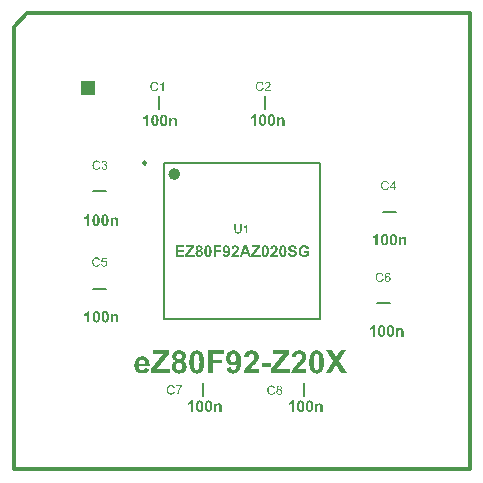
<source format=gto>
G04 Layer_Color=65535*
%FSLAX44Y44*%
%MOMM*%
G71*
G01*
G75*
%ADD15C,0.2000*%
%ADD16C,0.3500*%
%ADD20C,0.5000*%
%ADD21C,0.2500*%
%ADD22R,1.2500X1.2750*%
G36*
X11966Y98000D02*
X10122D01*
Y104948D01*
X10108Y104934D01*
X10080Y104907D01*
X10024Y104865D01*
X9941Y104796D01*
X9844Y104712D01*
X9733Y104629D01*
X9595Y104532D01*
X9442Y104421D01*
X9276Y104310D01*
X9095Y104199D01*
X8901Y104074D01*
X8693Y103963D01*
X8249Y103755D01*
X7750Y103561D01*
Y105225D01*
X7764D01*
X7778Y105239D01*
X7819Y105253D01*
X7875Y105267D01*
X8013Y105336D01*
X8208Y105420D01*
X8443Y105531D01*
X8707Y105683D01*
X8998Y105877D01*
X9303Y106099D01*
X9317Y106113D01*
X9345Y106127D01*
X9387Y106168D01*
X9442Y106224D01*
X9595Y106363D01*
X9761Y106543D01*
X9955Y106765D01*
X10149Y107042D01*
X10330Y107333D01*
X10468Y107652D01*
X11966D01*
Y98000D01*
D02*
G37*
G36*
X25529Y107639D02*
X25640Y107625D01*
X25779Y107597D01*
X25918Y107569D01*
X26084Y107528D01*
X26264Y107472D01*
X26431Y107403D01*
X26611Y107333D01*
X26791Y107236D01*
X26972Y107112D01*
X27152Y106987D01*
X27318Y106834D01*
X27471Y106654D01*
X27485Y106640D01*
X27513Y106598D01*
X27554Y106529D01*
X27623Y106432D01*
X27693Y106293D01*
X27776Y106127D01*
X27859Y105947D01*
X27942Y105711D01*
X28026Y105461D01*
X28123Y105170D01*
X28192Y104851D01*
X28261Y104490D01*
X28331Y104102D01*
X28372Y103686D01*
X28400Y103228D01*
X28414Y102729D01*
Y102715D01*
Y102701D01*
Y102660D01*
Y102604D01*
Y102466D01*
X28400Y102285D01*
X28386Y102063D01*
X28358Y101800D01*
X28331Y101523D01*
X28303Y101217D01*
X28247Y100899D01*
X28178Y100566D01*
X28109Y100247D01*
X28012Y99928D01*
X27915Y99609D01*
X27776Y99318D01*
X27637Y99040D01*
X27471Y98804D01*
X27457Y98791D01*
X27429Y98763D01*
X27388Y98707D01*
X27332Y98652D01*
X27249Y98582D01*
X27152Y98499D01*
X27027Y98402D01*
X26902Y98319D01*
X26750Y98222D01*
X26597Y98125D01*
X26417Y98042D01*
X26223Y97972D01*
X26015Y97917D01*
X25779Y97861D01*
X25543Y97834D01*
X25294Y97820D01*
X25238D01*
X25155Y97834D01*
X25058D01*
X24947Y97847D01*
X24808Y97875D01*
X24656Y97903D01*
X24489Y97958D01*
X24309Y98014D01*
X24129Y98083D01*
X23934Y98166D01*
X23754Y98277D01*
X23560Y98388D01*
X23380Y98541D01*
X23199Y98693D01*
X23033Y98888D01*
X23019Y98902D01*
X22991Y98943D01*
X22950Y99012D01*
X22908Y99096D01*
X22839Y99220D01*
X22769Y99373D01*
X22686Y99567D01*
X22617Y99775D01*
X22534Y100025D01*
X22450Y100302D01*
X22381Y100621D01*
X22326Y100968D01*
X22270Y101356D01*
X22229Y101786D01*
X22201Y102244D01*
X22187Y102743D01*
Y102757D01*
Y102771D01*
Y102812D01*
Y102868D01*
Y103006D01*
X22201Y103187D01*
X22215Y103409D01*
X22243Y103672D01*
X22270Y103950D01*
X22298Y104255D01*
X22353Y104574D01*
X22409Y104893D01*
X22492Y105225D01*
X22575Y105544D01*
X22686Y105850D01*
X22811Y106141D01*
X22950Y106418D01*
X23116Y106654D01*
X23130Y106668D01*
X23158Y106695D01*
X23199Y106751D01*
X23269Y106806D01*
X23338Y106890D01*
X23435Y106973D01*
X23560Y107056D01*
X23685Y107153D01*
X23837Y107250D01*
X23990Y107333D01*
X24170Y107417D01*
X24364Y107500D01*
X24572Y107555D01*
X24808Y107611D01*
X25044Y107639D01*
X25294Y107652D01*
X25432D01*
X25529Y107639D01*
D02*
G37*
G36*
X34239Y105101D02*
X34391Y105087D01*
X34558Y105059D01*
X34738Y105017D01*
X34932Y104962D01*
X35126Y104893D01*
X35154Y104879D01*
X35209Y104851D01*
X35306Y104809D01*
X35417Y104740D01*
X35542Y104657D01*
X35667Y104560D01*
X35792Y104449D01*
X35903Y104324D01*
X35917Y104310D01*
X35944Y104269D01*
X35986Y104199D01*
X36042Y104102D01*
X36111Y103991D01*
X36166Y103853D01*
X36222Y103714D01*
X36263Y103547D01*
Y103533D01*
X36277Y103464D01*
X36305Y103367D01*
X36319Y103228D01*
X36347Y103062D01*
X36360Y102840D01*
X36374Y102604D01*
Y102313D01*
Y98000D01*
X34530D01*
Y101536D01*
Y101550D01*
Y101592D01*
Y101647D01*
Y101717D01*
Y101814D01*
Y101911D01*
X34516Y102147D01*
X34502Y102382D01*
X34474Y102632D01*
X34447Y102840D01*
X34433Y102923D01*
X34405Y102993D01*
Y103006D01*
X34377Y103048D01*
X34350Y103104D01*
X34308Y103187D01*
X34183Y103353D01*
X34114Y103436D01*
X34017Y103506D01*
X34003Y103520D01*
X33975Y103533D01*
X33920Y103561D01*
X33837Y103603D01*
X33739Y103644D01*
X33642Y103672D01*
X33517Y103686D01*
X33379Y103700D01*
X33296D01*
X33212Y103686D01*
X33101Y103672D01*
X32963Y103631D01*
X32824Y103589D01*
X32671Y103520D01*
X32519Y103436D01*
X32505Y103423D01*
X32464Y103395D01*
X32394Y103326D01*
X32311Y103256D01*
X32228Y103145D01*
X32144Y103034D01*
X32061Y102882D01*
X32006Y102729D01*
Y102715D01*
X31978Y102646D01*
X31964Y102535D01*
X31937Y102369D01*
X31923Y102271D01*
X31909Y102147D01*
X31895Y102022D01*
Y101869D01*
X31881Y101717D01*
X31867Y101536D01*
Y101342D01*
Y101134D01*
Y98000D01*
X30023D01*
Y104962D01*
X31728D01*
Y103936D01*
X31742Y103950D01*
X31770Y103991D01*
X31825Y104047D01*
X31895Y104116D01*
X31978Y104213D01*
X32089Y104310D01*
X32214Y104421D01*
X32352Y104532D01*
X32505Y104629D01*
X32685Y104740D01*
X32866Y104837D01*
X33074Y104934D01*
X33296Y105003D01*
X33517Y105059D01*
X33767Y105101D01*
X34017Y105114D01*
X34114D01*
X34239Y105101D01*
D02*
G37*
G36*
X82347Y-101506D02*
X88955Y-111500D01*
X84291D01*
X80043Y-105004D01*
X75768Y-111500D01*
X71104D01*
X77739Y-101506D01*
X71714Y-92289D01*
X76240D01*
X80043Y-98035D01*
X83847Y-92289D01*
X88372D01*
X82347Y-101506D01*
D02*
G37*
G36*
X18068Y107639D02*
X18179Y107625D01*
X18318Y107597D01*
X18456Y107569D01*
X18623Y107528D01*
X18803Y107472D01*
X18970Y107403D01*
X19150Y107333D01*
X19330Y107236D01*
X19510Y107112D01*
X19691Y106987D01*
X19857Y106834D01*
X20010Y106654D01*
X20024Y106640D01*
X20051Y106598D01*
X20093Y106529D01*
X20162Y106432D01*
X20232Y106293D01*
X20315Y106127D01*
X20398Y105947D01*
X20481Y105711D01*
X20564Y105461D01*
X20661Y105170D01*
X20731Y104851D01*
X20800Y104490D01*
X20870Y104102D01*
X20911Y103686D01*
X20939Y103228D01*
X20953Y102729D01*
Y102715D01*
Y102701D01*
Y102660D01*
Y102604D01*
Y102466D01*
X20939Y102285D01*
X20925Y102063D01*
X20897Y101800D01*
X20870Y101523D01*
X20842Y101217D01*
X20786Y100899D01*
X20717Y100566D01*
X20648Y100247D01*
X20550Y99928D01*
X20454Y99609D01*
X20315Y99318D01*
X20176Y99040D01*
X20010Y98804D01*
X19996Y98791D01*
X19968Y98763D01*
X19927Y98707D01*
X19871Y98652D01*
X19788Y98582D01*
X19691Y98499D01*
X19566Y98402D01*
X19441Y98319D01*
X19289Y98222D01*
X19136Y98125D01*
X18956Y98042D01*
X18762Y97972D01*
X18554Y97917D01*
X18318Y97861D01*
X18082Y97834D01*
X17832Y97820D01*
X17777D01*
X17694Y97834D01*
X17597D01*
X17486Y97847D01*
X17347Y97875D01*
X17194Y97903D01*
X17028Y97958D01*
X16848Y98014D01*
X16667Y98083D01*
X16473Y98166D01*
X16293Y98277D01*
X16099Y98388D01*
X15919Y98541D01*
X15738Y98693D01*
X15572Y98888D01*
X15558Y98902D01*
X15530Y98943D01*
X15489Y99012D01*
X15447Y99096D01*
X15378Y99220D01*
X15308Y99373D01*
X15225Y99567D01*
X15156Y99775D01*
X15072Y100025D01*
X14989Y100302D01*
X14920Y100621D01*
X14864Y100968D01*
X14809Y101356D01*
X14767Y101786D01*
X14740Y102244D01*
X14726Y102743D01*
Y102757D01*
Y102771D01*
Y102812D01*
Y102868D01*
Y103006D01*
X14740Y103187D01*
X14754Y103409D01*
X14781Y103672D01*
X14809Y103950D01*
X14837Y104255D01*
X14892Y104574D01*
X14948Y104893D01*
X15031Y105225D01*
X15114Y105544D01*
X15225Y105850D01*
X15350Y106141D01*
X15489Y106418D01*
X15655Y106654D01*
X15669Y106668D01*
X15697Y106695D01*
X15738Y106751D01*
X15807Y106806D01*
X15877Y106890D01*
X15974Y106973D01*
X16099Y107056D01*
X16224Y107153D01*
X16376Y107250D01*
X16529Y107333D01*
X16709Y107417D01*
X16903Y107500D01*
X17111Y107555D01*
X17347Y107611D01*
X17583Y107639D01*
X17832Y107652D01*
X17971D01*
X18068Y107639D01*
D02*
G37*
G36*
X-57011Y104851D02*
X-56859Y104837D01*
X-56692Y104809D01*
X-56512Y104767D01*
X-56318Y104712D01*
X-56124Y104643D01*
X-56096Y104629D01*
X-56041Y104601D01*
X-55943Y104559D01*
X-55833Y104490D01*
X-55708Y104407D01*
X-55583Y104310D01*
X-55458Y104199D01*
X-55347Y104074D01*
X-55333Y104060D01*
X-55306Y104018D01*
X-55264Y103949D01*
X-55209Y103852D01*
X-55139Y103741D01*
X-55084Y103603D01*
X-55028Y103464D01*
X-54987Y103297D01*
Y103284D01*
X-54973Y103214D01*
X-54945Y103117D01*
X-54931Y102978D01*
X-54903Y102812D01*
X-54889Y102590D01*
X-54876Y102354D01*
Y102063D01*
Y97750D01*
X-56720D01*
Y101286D01*
Y101300D01*
Y101342D01*
Y101397D01*
Y101467D01*
Y101564D01*
Y101661D01*
X-56734Y101897D01*
X-56748Y102132D01*
X-56776Y102382D01*
X-56803Y102590D01*
X-56817Y102673D01*
X-56845Y102743D01*
Y102757D01*
X-56873Y102798D01*
X-56900Y102854D01*
X-56942Y102937D01*
X-57067Y103103D01*
X-57136Y103186D01*
X-57233Y103256D01*
X-57247Y103270D01*
X-57275Y103284D01*
X-57330Y103311D01*
X-57414Y103353D01*
X-57511Y103394D01*
X-57608Y103422D01*
X-57733Y103436D01*
X-57871Y103450D01*
X-57954D01*
X-58038Y103436D01*
X-58149Y103422D01*
X-58287Y103381D01*
X-58426Y103339D01*
X-58579Y103270D01*
X-58731Y103186D01*
X-58745Y103173D01*
X-58787Y103145D01*
X-58856Y103076D01*
X-58939Y103006D01*
X-59022Y102895D01*
X-59106Y102784D01*
X-59189Y102632D01*
X-59244Y102479D01*
Y102465D01*
X-59272Y102396D01*
X-59286Y102285D01*
X-59314Y102119D01*
X-59327Y102022D01*
X-59341Y101897D01*
X-59355Y101772D01*
Y101619D01*
X-59369Y101467D01*
X-59383Y101286D01*
Y101092D01*
Y100884D01*
Y97750D01*
X-61227D01*
Y104712D01*
X-59521D01*
Y103686D01*
X-59508Y103700D01*
X-59480Y103741D01*
X-59425Y103797D01*
X-59355Y103866D01*
X-59272Y103963D01*
X-59161Y104060D01*
X-59036Y104171D01*
X-58898Y104282D01*
X-58745Y104379D01*
X-58565Y104490D01*
X-58384Y104587D01*
X-58176Y104684D01*
X-57954Y104754D01*
X-57733Y104809D01*
X-57483Y104851D01*
X-57233Y104865D01*
X-57136D01*
X-57011Y104851D01*
D02*
G37*
G36*
X4900Y6750D02*
X3956D01*
Y12755D01*
X3945Y12744D01*
X3890Y12700D01*
X3823Y12633D01*
X3712Y12555D01*
X3590Y12455D01*
X3435Y12344D01*
X3257Y12222D01*
X3057Y12100D01*
X3046D01*
X3035Y12089D01*
X2969Y12045D01*
X2858Y11989D01*
X2725Y11923D01*
X2569Y11845D01*
X2403Y11767D01*
X2236Y11689D01*
X2070Y11623D01*
Y12533D01*
X2081D01*
X2103Y12555D01*
X2147Y12566D01*
X2203Y12600D01*
X2269Y12633D01*
X2347Y12677D01*
X2536Y12788D01*
X2758Y12910D01*
X2980Y13066D01*
X3213Y13243D01*
X3446Y13432D01*
X3457Y13443D01*
X3468Y13454D01*
X3501Y13488D01*
X3546Y13521D01*
X3646Y13632D01*
X3779Y13765D01*
X3912Y13921D01*
X4056Y14098D01*
X4178Y14276D01*
X4290Y14464D01*
X4900D01*
Y6750D01*
D02*
G37*
G36*
X15807Y135303D02*
X15907Y135292D01*
X16029Y135281D01*
X16151Y135270D01*
X16296Y135237D01*
X16595Y135170D01*
X16928Y135070D01*
X17095Y135003D01*
X17250Y134926D01*
X17406Y134826D01*
X17561Y134726D01*
X17572Y134715D01*
X17594Y134704D01*
X17639Y134670D01*
X17694Y134615D01*
X17750Y134559D01*
X17827Y134482D01*
X17905Y134393D01*
X17994Y134304D01*
X18083Y134193D01*
X18171Y134060D01*
X18271Y133927D01*
X18360Y133783D01*
X18438Y133616D01*
X18527Y133449D01*
X18593Y133272D01*
X18660Y133072D01*
X17661Y132839D01*
Y132850D01*
X17650Y132872D01*
X17628Y132917D01*
X17605Y132972D01*
X17583Y133039D01*
X17550Y133128D01*
X17461Y133305D01*
X17350Y133505D01*
X17217Y133705D01*
X17050Y133893D01*
X16873Y134060D01*
X16851Y134082D01*
X16784Y134127D01*
X16673Y134182D01*
X16529Y134260D01*
X16340Y134326D01*
X16129Y134393D01*
X15874Y134437D01*
X15596Y134448D01*
X15508D01*
X15452Y134437D01*
X15374D01*
X15286Y134426D01*
X15075Y134393D01*
X14842Y134349D01*
X14597Y134271D01*
X14342Y134160D01*
X14109Y134016D01*
X14098D01*
X14087Y133993D01*
X14009Y133938D01*
X13909Y133849D01*
X13787Y133716D01*
X13643Y133549D01*
X13510Y133361D01*
X13388Y133128D01*
X13276Y132872D01*
Y132861D01*
X13265Y132839D01*
X13254Y132806D01*
X13243Y132750D01*
X13221Y132684D01*
X13199Y132606D01*
X13166Y132417D01*
X13121Y132195D01*
X13077Y131951D01*
X13054Y131685D01*
X13043Y131396D01*
Y131385D01*
Y131352D01*
Y131296D01*
Y131229D01*
X13054Y131152D01*
Y131052D01*
X13066Y130941D01*
X13077Y130819D01*
X13110Y130552D01*
X13166Y130264D01*
X13232Y129975D01*
X13321Y129687D01*
Y129676D01*
X13332Y129653D01*
X13354Y129620D01*
X13376Y129565D01*
X13443Y129431D01*
X13543Y129276D01*
X13665Y129098D01*
X13820Y128910D01*
X13998Y128743D01*
X14209Y128588D01*
X14220D01*
X14242Y128577D01*
X14275Y128554D01*
X14320Y128532D01*
X14375Y128510D01*
X14442Y128477D01*
X14597Y128410D01*
X14797Y128344D01*
X15019Y128288D01*
X15263Y128244D01*
X15519Y128233D01*
X15596D01*
X15663Y128244D01*
X15741D01*
X15818Y128255D01*
X16018Y128299D01*
X16251Y128355D01*
X16484Y128443D01*
X16729Y128566D01*
X16851Y128632D01*
X16962Y128721D01*
X16973Y128732D01*
X16984Y128743D01*
X17017Y128777D01*
X17062Y128810D01*
X17106Y128865D01*
X17161Y128932D01*
X17228Y128998D01*
X17284Y129087D01*
X17350Y129187D01*
X17428Y129298D01*
X17494Y129409D01*
X17561Y129542D01*
X17616Y129687D01*
X17672Y129842D01*
X17728Y130009D01*
X17772Y130186D01*
X18793Y129931D01*
Y129920D01*
X18782Y129875D01*
X18760Y129809D01*
X18727Y129720D01*
X18693Y129620D01*
X18649Y129498D01*
X18593Y129365D01*
X18527Y129221D01*
X18371Y128910D01*
X18171Y128599D01*
X18049Y128443D01*
X17927Y128288D01*
X17794Y128155D01*
X17639Y128022D01*
X17628Y128011D01*
X17605Y127988D01*
X17550Y127966D01*
X17494Y127922D01*
X17406Y127866D01*
X17317Y127811D01*
X17195Y127755D01*
X17073Y127700D01*
X16928Y127633D01*
X16773Y127578D01*
X16606Y127522D01*
X16429Y127467D01*
X16240Y127422D01*
X16040Y127400D01*
X15829Y127378D01*
X15607Y127367D01*
X15485D01*
X15396Y127378D01*
X15297D01*
X15174Y127389D01*
X15041Y127411D01*
X14886Y127433D01*
X14564Y127489D01*
X14231Y127578D01*
X13898Y127700D01*
X13743Y127778D01*
X13587Y127866D01*
X13576Y127877D01*
X13554Y127888D01*
X13510Y127922D01*
X13465Y127966D01*
X13399Y128011D01*
X13321Y128077D01*
X13232Y128155D01*
X13143Y128244D01*
X13054Y128344D01*
X12955Y128443D01*
X12755Y128699D01*
X12566Y128998D01*
X12400Y129332D01*
Y129343D01*
X12377Y129376D01*
X12366Y129431D01*
X12333Y129498D01*
X12311Y129587D01*
X12277Y129698D01*
X12233Y129820D01*
X12200Y129953D01*
X12167Y130097D01*
X12122Y130264D01*
X12067Y130608D01*
X12022Y130996D01*
X12000Y131396D01*
Y131407D01*
Y131452D01*
Y131518D01*
X12011Y131596D01*
Y131707D01*
X12022Y131818D01*
X12033Y131962D01*
X12055Y132106D01*
X12111Y132428D01*
X12189Y132783D01*
X12300Y133139D01*
X12455Y133483D01*
X12466Y133494D01*
X12477Y133527D01*
X12500Y133572D01*
X12544Y133627D01*
X12588Y133705D01*
X12644Y133794D01*
X12788Y133993D01*
X12977Y134215D01*
X13199Y134437D01*
X13454Y134659D01*
X13754Y134848D01*
X13765Y134859D01*
X13798Y134870D01*
X13843Y134893D01*
X13898Y134926D01*
X13987Y134959D01*
X14076Y134992D01*
X14187Y135037D01*
X14309Y135081D01*
X14442Y135126D01*
X14586Y135170D01*
X14897Y135237D01*
X15252Y135292D01*
X15618Y135314D01*
X15730D01*
X15807Y135303D01*
D02*
G37*
G36*
X22389Y135203D02*
X22478Y135192D01*
X22589Y135181D01*
X22711Y135159D01*
X22833Y135137D01*
X23122Y135059D01*
X23411Y134948D01*
X23555Y134881D01*
X23699Y134804D01*
X23832Y134704D01*
X23955Y134593D01*
X23966Y134582D01*
X23988Y134571D01*
X24010Y134526D01*
X24054Y134482D01*
X24110Y134426D01*
X24165Y134349D01*
X24221Y134271D01*
X24288Y134171D01*
X24399Y133960D01*
X24509Y133694D01*
X24554Y133560D01*
X24576Y133405D01*
X24598Y133250D01*
X24609Y133083D01*
Y133061D01*
Y133006D01*
X24598Y132917D01*
X24587Y132795D01*
X24565Y132661D01*
X24521Y132506D01*
X24476Y132339D01*
X24410Y132173D01*
X24399Y132151D01*
X24376Y132095D01*
X24332Y132007D01*
X24265Y131884D01*
X24176Y131751D01*
X24065Y131585D01*
X23932Y131418D01*
X23777Y131229D01*
X23755Y131207D01*
X23699Y131141D01*
X23644Y131085D01*
X23588Y131030D01*
X23522Y130963D01*
X23433Y130874D01*
X23344Y130786D01*
X23233Y130686D01*
X23122Y130575D01*
X22989Y130452D01*
X22845Y130330D01*
X22689Y130186D01*
X22511Y130042D01*
X22334Y129887D01*
X22323Y129875D01*
X22301Y129853D01*
X22256Y129820D01*
X22201Y129775D01*
X22134Y129709D01*
X22056Y129642D01*
X21879Y129498D01*
X21690Y129332D01*
X21512Y129165D01*
X21357Y129021D01*
X21291Y128965D01*
X21235Y128910D01*
X21224Y128899D01*
X21191Y128865D01*
X21146Y128821D01*
X21091Y128754D01*
X21035Y128677D01*
X20969Y128599D01*
X20835Y128410D01*
X24620D01*
Y127500D01*
X19526D01*
Y127511D01*
Y127556D01*
Y127622D01*
X19537Y127711D01*
X19548Y127811D01*
X19570Y127922D01*
X19592Y128033D01*
X19637Y128155D01*
Y128166D01*
X19648Y128177D01*
X19670Y128244D01*
X19714Y128344D01*
X19781Y128477D01*
X19870Y128632D01*
X19981Y128810D01*
X20103Y128987D01*
X20258Y129176D01*
Y129187D01*
X20280Y129198D01*
X20336Y129265D01*
X20436Y129365D01*
X20580Y129509D01*
X20747Y129676D01*
X20958Y129875D01*
X21213Y130097D01*
X21490Y130330D01*
X21501Y130342D01*
X21546Y130375D01*
X21612Y130430D01*
X21690Y130497D01*
X21790Y130586D01*
X21912Y130686D01*
X22034Y130797D01*
X22178Y130919D01*
X22456Y131185D01*
X22734Y131452D01*
X22867Y131585D01*
X22989Y131718D01*
X23100Y131840D01*
X23189Y131962D01*
Y131973D01*
X23211Y131984D01*
X23233Y132018D01*
X23255Y132062D01*
X23333Y132184D01*
X23422Y132328D01*
X23499Y132506D01*
X23577Y132695D01*
X23621Y132906D01*
X23644Y133105D01*
Y133117D01*
Y133128D01*
X23633Y133194D01*
X23621Y133305D01*
X23588Y133427D01*
X23544Y133583D01*
X23466Y133738D01*
X23366Y133893D01*
X23233Y134049D01*
X23211Y134071D01*
X23155Y134115D01*
X23078Y134171D01*
X22956Y134249D01*
X22800Y134315D01*
X22622Y134382D01*
X22412Y134426D01*
X22178Y134437D01*
X22112D01*
X22067Y134426D01*
X21934Y134415D01*
X21779Y134382D01*
X21612Y134338D01*
X21424Y134260D01*
X21246Y134160D01*
X21080Y134027D01*
X21057Y134004D01*
X21013Y133949D01*
X20946Y133860D01*
X20880Y133727D01*
X20802Y133572D01*
X20735Y133372D01*
X20691Y133150D01*
X20669Y132894D01*
X19703Y132994D01*
Y133006D01*
X19714Y133039D01*
Y133094D01*
X19726Y133172D01*
X19748Y133261D01*
X19770Y133361D01*
X19803Y133483D01*
X19836Y133605D01*
X19925Y133871D01*
X20059Y134138D01*
X20136Y134271D01*
X20236Y134404D01*
X20336Y134526D01*
X20447Y134637D01*
X20458Y134648D01*
X20480Y134659D01*
X20514Y134693D01*
X20569Y134726D01*
X20636Y134770D01*
X20713Y134815D01*
X20802Y134870D01*
X20913Y134926D01*
X21035Y134981D01*
X21168Y135037D01*
X21313Y135081D01*
X21468Y135126D01*
X21635Y135159D01*
X21812Y135192D01*
X22001Y135203D01*
X22201Y135214D01*
X22312D01*
X22389Y135203D01*
D02*
G37*
G36*
X-115949Y68453D02*
X-115805Y68431D01*
X-115627Y68398D01*
X-115428Y68342D01*
X-115228Y68276D01*
X-115028Y68187D01*
X-115017D01*
X-115006Y68176D01*
X-114939Y68142D01*
X-114839Y68076D01*
X-114728Y67998D01*
X-114595Y67887D01*
X-114462Y67765D01*
X-114329Y67621D01*
X-114218Y67454D01*
X-114207Y67432D01*
X-114173Y67377D01*
X-114129Y67277D01*
X-114073Y67155D01*
X-114018Y67010D01*
X-113974Y66844D01*
X-113940Y66655D01*
X-113929Y66466D01*
Y66444D01*
Y66378D01*
X-113940Y66289D01*
X-113962Y66167D01*
X-113996Y66022D01*
X-114051Y65867D01*
X-114118Y65712D01*
X-114207Y65556D01*
X-114218Y65534D01*
X-114251Y65490D01*
X-114318Y65412D01*
X-114406Y65323D01*
X-114517Y65223D01*
X-114651Y65112D01*
X-114806Y65012D01*
X-114995Y64912D01*
X-114984D01*
X-114962Y64901D01*
X-114928Y64890D01*
X-114884Y64879D01*
X-114762Y64835D01*
X-114606Y64768D01*
X-114429Y64679D01*
X-114251Y64568D01*
X-114085Y64424D01*
X-113929Y64257D01*
X-113918Y64235D01*
X-113874Y64169D01*
X-113807Y64058D01*
X-113741Y63913D01*
X-113674Y63736D01*
X-113607Y63525D01*
X-113563Y63281D01*
X-113552Y63014D01*
Y63003D01*
Y62970D01*
Y62915D01*
X-113563Y62848D01*
X-113574Y62759D01*
X-113596Y62659D01*
X-113618Y62548D01*
X-113641Y62426D01*
X-113729Y62160D01*
X-113796Y62015D01*
X-113863Y61882D01*
X-113951Y61738D01*
X-114051Y61594D01*
X-114162Y61449D01*
X-114296Y61316D01*
X-114307Y61305D01*
X-114329Y61283D01*
X-114373Y61249D01*
X-114429Y61205D01*
X-114495Y61150D01*
X-114584Y61094D01*
X-114684Y61027D01*
X-114806Y60972D01*
X-114928Y60905D01*
X-115072Y60839D01*
X-115217Y60783D01*
X-115383Y60728D01*
X-115561Y60683D01*
X-115750Y60650D01*
X-115938Y60628D01*
X-116149Y60617D01*
X-116249D01*
X-116316Y60628D01*
X-116404Y60639D01*
X-116504Y60650D01*
X-116615Y60672D01*
X-116737Y60694D01*
X-117004Y60761D01*
X-117281Y60872D01*
X-117426Y60939D01*
X-117559Y61016D01*
X-117692Y61116D01*
X-117825Y61216D01*
X-117836Y61227D01*
X-117858Y61249D01*
X-117892Y61283D01*
X-117925Y61327D01*
X-117981Y61383D01*
X-118036Y61460D01*
X-118103Y61538D01*
X-118169Y61638D01*
X-118236Y61749D01*
X-118302Y61860D01*
X-118425Y62126D01*
X-118525Y62437D01*
X-118558Y62604D01*
X-118580Y62781D01*
X-117636Y62903D01*
Y62892D01*
X-117625Y62870D01*
X-117614Y62826D01*
X-117603Y62770D01*
X-117592Y62704D01*
X-117570Y62626D01*
X-117514Y62459D01*
X-117437Y62260D01*
X-117337Y62071D01*
X-117226Y61893D01*
X-117093Y61738D01*
X-117071Y61727D01*
X-117026Y61682D01*
X-116937Y61627D01*
X-116826Y61571D01*
X-116693Y61505D01*
X-116527Y61449D01*
X-116338Y61405D01*
X-116138Y61394D01*
X-116072D01*
X-116027Y61405D01*
X-115905Y61416D01*
X-115750Y61449D01*
X-115572Y61505D01*
X-115383Y61582D01*
X-115195Y61694D01*
X-115017Y61849D01*
X-114995Y61871D01*
X-114939Y61938D01*
X-114873Y62038D01*
X-114784Y62171D01*
X-114695Y62337D01*
X-114628Y62526D01*
X-114573Y62748D01*
X-114551Y62992D01*
Y63003D01*
Y63025D01*
Y63059D01*
X-114562Y63103D01*
X-114573Y63225D01*
X-114606Y63369D01*
X-114651Y63547D01*
X-114728Y63725D01*
X-114839Y63902D01*
X-114984Y64069D01*
X-115006Y64091D01*
X-115061Y64135D01*
X-115150Y64202D01*
X-115272Y64280D01*
X-115428Y64357D01*
X-115616Y64424D01*
X-115827Y64468D01*
X-116060Y64491D01*
X-116160D01*
X-116238Y64479D01*
X-116338Y64468D01*
X-116449Y64446D01*
X-116582Y64424D01*
X-116726Y64391D01*
X-116615Y65223D01*
X-116560D01*
X-116516Y65212D01*
X-116371D01*
X-116249Y65234D01*
X-116105Y65257D01*
X-115938Y65290D01*
X-115750Y65345D01*
X-115572Y65423D01*
X-115383Y65523D01*
X-115372D01*
X-115361Y65534D01*
X-115306Y65578D01*
X-115228Y65656D01*
X-115139Y65756D01*
X-115050Y65900D01*
X-114973Y66067D01*
X-114917Y66255D01*
X-114895Y66367D01*
Y66489D01*
Y66500D01*
Y66511D01*
Y66577D01*
X-114917Y66666D01*
X-114939Y66788D01*
X-114984Y66922D01*
X-115039Y67066D01*
X-115128Y67210D01*
X-115250Y67343D01*
X-115261Y67354D01*
X-115317Y67399D01*
X-115394Y67454D01*
X-115494Y67521D01*
X-115627Y67576D01*
X-115783Y67632D01*
X-115961Y67676D01*
X-116160Y67687D01*
X-116249D01*
X-116349Y67665D01*
X-116482Y67643D01*
X-116627Y67599D01*
X-116771Y67543D01*
X-116926Y67454D01*
X-117071Y67343D01*
X-117082Y67332D01*
X-117126Y67277D01*
X-117193Y67199D01*
X-117270Y67088D01*
X-117348Y66944D01*
X-117426Y66766D01*
X-117492Y66555D01*
X-117537Y66311D01*
X-118480Y66477D01*
Y66489D01*
X-118469Y66522D01*
X-118458Y66566D01*
X-118447Y66633D01*
X-118425Y66711D01*
X-118391Y66799D01*
X-118325Y67010D01*
X-118214Y67255D01*
X-118081Y67499D01*
X-117914Y67732D01*
X-117703Y67943D01*
X-117692Y67954D01*
X-117670Y67965D01*
X-117636Y67987D01*
X-117592Y68020D01*
X-117537Y68065D01*
X-117459Y68109D01*
X-117381Y68154D01*
X-117281Y68209D01*
X-117059Y68298D01*
X-116804Y68387D01*
X-116504Y68442D01*
X-116349Y68464D01*
X-116072D01*
X-115949Y68453D01*
D02*
G37*
G36*
X24630Y-106364D02*
X17384D01*
Y-102672D01*
X24630D01*
Y-106364D01*
D02*
G37*
G36*
X129621Y46208D02*
X130665D01*
Y45343D01*
X129621D01*
Y43500D01*
X128678D01*
Y45343D01*
X125337D01*
Y46208D01*
X128856Y51181D01*
X129621D01*
Y46208D01*
D02*
G37*
G36*
X121318Y6388D02*
X121429Y6375D01*
X121568Y6347D01*
X121706Y6319D01*
X121873Y6278D01*
X122053Y6222D01*
X122219Y6153D01*
X122400Y6083D01*
X122580Y5986D01*
X122760Y5861D01*
X122941Y5737D01*
X123107Y5584D01*
X123260Y5404D01*
X123273Y5390D01*
X123301Y5348D01*
X123343Y5279D01*
X123412Y5182D01*
X123482Y5043D01*
X123565Y4877D01*
X123648Y4697D01*
X123731Y4461D01*
X123814Y4211D01*
X123912Y3920D01*
X123981Y3601D01*
X124050Y3240D01*
X124120Y2852D01*
X124161Y2436D01*
X124189Y1978D01*
X124203Y1479D01*
Y1465D01*
Y1451D01*
Y1410D01*
Y1354D01*
Y1216D01*
X124189Y1035D01*
X124175Y813D01*
X124147Y550D01*
X124120Y273D01*
X124092Y-33D01*
X124036Y-351D01*
X123967Y-684D01*
X123898Y-1003D01*
X123800Y-1322D01*
X123703Y-1641D01*
X123565Y-1933D01*
X123426Y-2210D01*
X123260Y-2446D01*
X123246Y-2459D01*
X123218Y-2487D01*
X123176Y-2543D01*
X123121Y-2598D01*
X123038Y-2668D01*
X122941Y-2751D01*
X122816Y-2848D01*
X122691Y-2931D01*
X122538Y-3028D01*
X122386Y-3125D01*
X122206Y-3208D01*
X122011Y-3278D01*
X121804Y-3333D01*
X121568Y-3389D01*
X121332Y-3416D01*
X121082Y-3430D01*
X121027D01*
X120944Y-3416D01*
X120847D01*
X120736Y-3403D01*
X120597Y-3375D01*
X120444Y-3347D01*
X120278Y-3292D01*
X120098Y-3236D01*
X119917Y-3167D01*
X119723Y-3084D01*
X119543Y-2973D01*
X119349Y-2862D01*
X119169Y-2709D01*
X118988Y-2557D01*
X118822Y-2362D01*
X118808Y-2349D01*
X118780Y-2307D01*
X118739Y-2238D01*
X118697Y-2154D01*
X118628Y-2030D01*
X118558Y-1877D01*
X118475Y-1683D01*
X118406Y-1475D01*
X118322Y-1225D01*
X118239Y-948D01*
X118170Y-629D01*
X118115Y-282D01*
X118059Y106D01*
X118017Y536D01*
X117990Y994D01*
X117976Y1493D01*
Y1507D01*
Y1521D01*
Y1562D01*
Y1618D01*
Y1757D01*
X117990Y1937D01*
X118004Y2159D01*
X118031Y2422D01*
X118059Y2700D01*
X118087Y3005D01*
X118142Y3324D01*
X118198Y3643D01*
X118281Y3975D01*
X118364Y4294D01*
X118475Y4600D01*
X118600Y4891D01*
X118739Y5168D01*
X118905Y5404D01*
X118919Y5418D01*
X118947Y5446D01*
X118988Y5501D01*
X119058Y5556D01*
X119127Y5640D01*
X119224Y5723D01*
X119349Y5806D01*
X119474Y5903D01*
X119626Y6000D01*
X119779Y6083D01*
X119959Y6167D01*
X120153Y6250D01*
X120361Y6305D01*
X120597Y6361D01*
X120833Y6388D01*
X121082Y6402D01*
X121221D01*
X121318Y6388D01*
D02*
G37*
G36*
X121807Y51303D02*
X121907Y51292D01*
X122029Y51281D01*
X122151Y51270D01*
X122296Y51237D01*
X122595Y51170D01*
X122928Y51070D01*
X123095Y51003D01*
X123250Y50926D01*
X123406Y50826D01*
X123561Y50726D01*
X123572Y50715D01*
X123594Y50704D01*
X123639Y50670D01*
X123694Y50615D01*
X123750Y50560D01*
X123827Y50482D01*
X123905Y50393D01*
X123994Y50304D01*
X124083Y50193D01*
X124171Y50060D01*
X124271Y49927D01*
X124360Y49783D01*
X124438Y49616D01*
X124527Y49450D01*
X124593Y49272D01*
X124660Y49072D01*
X123661Y48839D01*
Y48850D01*
X123650Y48872D01*
X123628Y48917D01*
X123605Y48972D01*
X123583Y49039D01*
X123550Y49128D01*
X123461Y49305D01*
X123350Y49505D01*
X123217Y49705D01*
X123050Y49893D01*
X122873Y50060D01*
X122851Y50082D01*
X122784Y50127D01*
X122673Y50182D01*
X122529Y50260D01*
X122340Y50326D01*
X122129Y50393D01*
X121874Y50437D01*
X121596Y50448D01*
X121508D01*
X121452Y50437D01*
X121374D01*
X121285Y50426D01*
X121075Y50393D01*
X120842Y50349D01*
X120597Y50271D01*
X120342Y50160D01*
X120109Y50016D01*
X120098D01*
X120087Y49993D01*
X120009Y49938D01*
X119909Y49849D01*
X119787Y49716D01*
X119643Y49549D01*
X119510Y49361D01*
X119388Y49128D01*
X119277Y48872D01*
Y48861D01*
X119265Y48839D01*
X119254Y48806D01*
X119243Y48750D01*
X119221Y48684D01*
X119199Y48606D01*
X119165Y48417D01*
X119121Y48195D01*
X119077Y47951D01*
X119054Y47685D01*
X119043Y47396D01*
Y47385D01*
Y47352D01*
Y47296D01*
Y47229D01*
X119054Y47152D01*
Y47052D01*
X119066Y46941D01*
X119077Y46819D01*
X119110Y46552D01*
X119165Y46264D01*
X119232Y45975D01*
X119321Y45687D01*
Y45676D01*
X119332Y45653D01*
X119354Y45620D01*
X119376Y45565D01*
X119443Y45431D01*
X119543Y45276D01*
X119665Y45098D01*
X119820Y44910D01*
X119998Y44743D01*
X120209Y44588D01*
X120220D01*
X120242Y44577D01*
X120275Y44555D01*
X120320Y44532D01*
X120375Y44510D01*
X120442Y44477D01*
X120597Y44410D01*
X120797Y44344D01*
X121019Y44288D01*
X121263Y44244D01*
X121519Y44233D01*
X121596D01*
X121663Y44244D01*
X121741D01*
X121818Y44255D01*
X122018Y44299D01*
X122251Y44355D01*
X122484Y44443D01*
X122729Y44566D01*
X122851Y44632D01*
X122962Y44721D01*
X122973Y44732D01*
X122984Y44743D01*
X123017Y44777D01*
X123062Y44810D01*
X123106Y44865D01*
X123161Y44932D01*
X123228Y44998D01*
X123284Y45087D01*
X123350Y45187D01*
X123428Y45298D01*
X123494Y45409D01*
X123561Y45542D01*
X123617Y45687D01*
X123672Y45842D01*
X123728Y46009D01*
X123772Y46186D01*
X124793Y45931D01*
Y45920D01*
X124782Y45875D01*
X124760Y45809D01*
X124726Y45720D01*
X124693Y45620D01*
X124649Y45498D01*
X124593Y45365D01*
X124527Y45220D01*
X124371Y44910D01*
X124171Y44599D01*
X124049Y44443D01*
X123927Y44288D01*
X123794Y44155D01*
X123639Y44022D01*
X123628Y44011D01*
X123605Y43988D01*
X123550Y43966D01*
X123494Y43922D01*
X123406Y43866D01*
X123317Y43811D01*
X123195Y43755D01*
X123073Y43700D01*
X122928Y43633D01*
X122773Y43578D01*
X122606Y43522D01*
X122429Y43467D01*
X122240Y43422D01*
X122040Y43400D01*
X121829Y43378D01*
X121607Y43367D01*
X121485D01*
X121397Y43378D01*
X121297D01*
X121174Y43389D01*
X121041Y43411D01*
X120886Y43433D01*
X120564Y43489D01*
X120231Y43578D01*
X119898Y43700D01*
X119743Y43777D01*
X119587Y43866D01*
X119576Y43877D01*
X119554Y43889D01*
X119510Y43922D01*
X119465Y43966D01*
X119399Y44011D01*
X119321Y44077D01*
X119232Y44155D01*
X119143Y44244D01*
X119054Y44344D01*
X118955Y44443D01*
X118755Y44699D01*
X118566Y44998D01*
X118400Y45332D01*
Y45343D01*
X118377Y45376D01*
X118366Y45431D01*
X118333Y45498D01*
X118311Y45587D01*
X118278Y45698D01*
X118233Y45820D01*
X118200Y45953D01*
X118167Y46097D01*
X118122Y46264D01*
X118067Y46608D01*
X118022Y46996D01*
X118000Y47396D01*
Y47407D01*
Y47452D01*
Y47518D01*
X118011Y47596D01*
Y47707D01*
X118022Y47818D01*
X118033Y47962D01*
X118055Y48106D01*
X118111Y48428D01*
X118189Y48783D01*
X118300Y49139D01*
X118455Y49483D01*
X118466Y49494D01*
X118477Y49527D01*
X118499Y49572D01*
X118544Y49627D01*
X118588Y49705D01*
X118644Y49794D01*
X118788Y49993D01*
X118977Y50215D01*
X119199Y50437D01*
X119454Y50659D01*
X119754Y50848D01*
X119765Y50859D01*
X119798Y50870D01*
X119843Y50893D01*
X119898Y50926D01*
X119987Y50959D01*
X120076Y50992D01*
X120187Y51037D01*
X120309Y51081D01*
X120442Y51126D01*
X120586Y51170D01*
X120897Y51237D01*
X121252Y51292D01*
X121618Y51314D01*
X121729D01*
X121807Y51303D01*
D02*
G37*
G36*
X-106761Y20351D02*
X-106609Y20337D01*
X-106442Y20309D01*
X-106262Y20267D01*
X-106068Y20212D01*
X-105874Y20143D01*
X-105846Y20129D01*
X-105791Y20101D01*
X-105694Y20059D01*
X-105583Y19990D01*
X-105458Y19907D01*
X-105333Y19810D01*
X-105208Y19699D01*
X-105097Y19574D01*
X-105083Y19560D01*
X-105056Y19519D01*
X-105014Y19449D01*
X-104958Y19352D01*
X-104889Y19241D01*
X-104834Y19102D01*
X-104778Y18964D01*
X-104737Y18797D01*
Y18784D01*
X-104723Y18714D01*
X-104695Y18617D01*
X-104681Y18478D01*
X-104653Y18312D01*
X-104640Y18090D01*
X-104626Y17854D01*
Y17563D01*
Y13250D01*
X-106470D01*
Y16787D01*
Y16800D01*
Y16842D01*
Y16897D01*
Y16967D01*
Y17064D01*
Y17161D01*
X-106484Y17397D01*
X-106498Y17632D01*
X-106526Y17882D01*
X-106553Y18090D01*
X-106567Y18173D01*
X-106595Y18243D01*
Y18256D01*
X-106623Y18298D01*
X-106650Y18354D01*
X-106692Y18437D01*
X-106817Y18603D01*
X-106886Y18686D01*
X-106983Y18756D01*
X-106997Y18770D01*
X-107025Y18784D01*
X-107080Y18811D01*
X-107163Y18853D01*
X-107261Y18894D01*
X-107358Y18922D01*
X-107483Y18936D01*
X-107621Y18950D01*
X-107704D01*
X-107788Y18936D01*
X-107899Y18922D01*
X-108037Y18881D01*
X-108176Y18839D01*
X-108329Y18770D01*
X-108481Y18686D01*
X-108495Y18673D01*
X-108537Y18645D01*
X-108606Y18576D01*
X-108689Y18506D01*
X-108772Y18395D01*
X-108855Y18284D01*
X-108939Y18132D01*
X-108994Y17979D01*
Y17965D01*
X-109022Y17896D01*
X-109036Y17785D01*
X-109064Y17619D01*
X-109077Y17522D01*
X-109091Y17397D01*
X-109105Y17272D01*
Y17119D01*
X-109119Y16967D01*
X-109133Y16787D01*
Y16592D01*
Y16384D01*
Y13250D01*
X-110977D01*
Y20212D01*
X-109271D01*
Y19186D01*
X-109258Y19200D01*
X-109230Y19241D01*
X-109174Y19297D01*
X-109105Y19366D01*
X-109022Y19463D01*
X-108911Y19560D01*
X-108786Y19671D01*
X-108647Y19782D01*
X-108495Y19879D01*
X-108315Y19990D01*
X-108134Y20087D01*
X-107926Y20184D01*
X-107704Y20254D01*
X-107483Y20309D01*
X-107233Y20351D01*
X-106983Y20364D01*
X-106886D01*
X-106761Y20351D01*
D02*
G37*
G36*
X-122932Y22889D02*
X-122821Y22875D01*
X-122682Y22847D01*
X-122544Y22819D01*
X-122377Y22778D01*
X-122197Y22722D01*
X-122030Y22653D01*
X-121850Y22583D01*
X-121670Y22486D01*
X-121490Y22362D01*
X-121309Y22237D01*
X-121143Y22084D01*
X-120990Y21904D01*
X-120976Y21890D01*
X-120949Y21848D01*
X-120907Y21779D01*
X-120838Y21682D01*
X-120768Y21543D01*
X-120685Y21377D01*
X-120602Y21197D01*
X-120519Y20961D01*
X-120436Y20711D01*
X-120338Y20420D01*
X-120269Y20101D01*
X-120200Y19740D01*
X-120131Y19352D01*
X-120089Y18936D01*
X-120061Y18478D01*
X-120047Y17979D01*
Y17965D01*
Y17951D01*
Y17910D01*
Y17854D01*
Y17716D01*
X-120061Y17535D01*
X-120075Y17313D01*
X-120103Y17050D01*
X-120131Y16773D01*
X-120158Y16467D01*
X-120214Y16149D01*
X-120283Y15816D01*
X-120352Y15497D01*
X-120449Y15178D01*
X-120547Y14859D01*
X-120685Y14568D01*
X-120824Y14290D01*
X-120990Y14054D01*
X-121004Y14040D01*
X-121032Y14013D01*
X-121074Y13957D01*
X-121129Y13902D01*
X-121212Y13832D01*
X-121309Y13749D01*
X-121434Y13652D01*
X-121559Y13569D01*
X-121712Y13472D01*
X-121864Y13375D01*
X-122044Y13292D01*
X-122239Y13222D01*
X-122446Y13167D01*
X-122682Y13111D01*
X-122918Y13084D01*
X-123168Y13070D01*
X-123223D01*
X-123306Y13084D01*
X-123403D01*
X-123514Y13097D01*
X-123653Y13125D01*
X-123806Y13153D01*
X-123972Y13208D01*
X-124152Y13264D01*
X-124333Y13333D01*
X-124527Y13416D01*
X-124707Y13527D01*
X-124901Y13638D01*
X-125082Y13791D01*
X-125262Y13943D01*
X-125428Y14138D01*
X-125442Y14152D01*
X-125470Y14193D01*
X-125511Y14262D01*
X-125553Y14346D01*
X-125622Y14470D01*
X-125692Y14623D01*
X-125775Y14817D01*
X-125844Y15025D01*
X-125927Y15275D01*
X-126011Y15552D01*
X-126080Y15871D01*
X-126136Y16218D01*
X-126191Y16606D01*
X-126233Y17036D01*
X-126260Y17494D01*
X-126274Y17993D01*
Y18007D01*
Y18021D01*
Y18062D01*
Y18118D01*
Y18256D01*
X-126260Y18437D01*
X-126247Y18659D01*
X-126219Y18922D01*
X-126191Y19200D01*
X-126163Y19505D01*
X-126108Y19824D01*
X-126052Y20143D01*
X-125969Y20475D01*
X-125886Y20794D01*
X-125775Y21100D01*
X-125650Y21391D01*
X-125511Y21668D01*
X-125345Y21904D01*
X-125331Y21918D01*
X-125303Y21946D01*
X-125262Y22001D01*
X-125192Y22056D01*
X-125123Y22140D01*
X-125026Y22223D01*
X-124901Y22306D01*
X-124776Y22403D01*
X-124624Y22500D01*
X-124471Y22583D01*
X-124291Y22667D01*
X-124097Y22750D01*
X-123889Y22805D01*
X-123653Y22861D01*
X-123417Y22889D01*
X-123168Y22902D01*
X-123029D01*
X-122932Y22889D01*
D02*
G37*
G36*
X-122443Y68553D02*
X-122343Y68542D01*
X-122221Y68531D01*
X-122099Y68520D01*
X-121954Y68487D01*
X-121655Y68420D01*
X-121322Y68320D01*
X-121155Y68253D01*
X-121000Y68176D01*
X-120844Y68076D01*
X-120689Y67976D01*
X-120678Y67965D01*
X-120656Y67954D01*
X-120611Y67920D01*
X-120556Y67865D01*
X-120500Y67810D01*
X-120423Y67732D01*
X-120345Y67643D01*
X-120256Y67554D01*
X-120167Y67443D01*
X-120078Y67310D01*
X-119979Y67177D01*
X-119890Y67032D01*
X-119812Y66866D01*
X-119723Y66700D01*
X-119657Y66522D01*
X-119590Y66322D01*
X-120589Y66089D01*
Y66100D01*
X-120600Y66122D01*
X-120622Y66167D01*
X-120645Y66222D01*
X-120667Y66289D01*
X-120700Y66378D01*
X-120789Y66555D01*
X-120900Y66755D01*
X-121033Y66955D01*
X-121200Y67144D01*
X-121377Y67310D01*
X-121399Y67332D01*
X-121466Y67377D01*
X-121577Y67432D01*
X-121721Y67510D01*
X-121910Y67576D01*
X-122121Y67643D01*
X-122376Y67687D01*
X-122654Y67698D01*
X-122743D01*
X-122798Y67687D01*
X-122876D01*
X-122964Y67676D01*
X-123175Y67643D01*
X-123408Y67599D01*
X-123653Y67521D01*
X-123908Y67410D01*
X-124141Y67266D01*
X-124152D01*
X-124163Y67243D01*
X-124241Y67188D01*
X-124341Y67099D01*
X-124463Y66966D01*
X-124607Y66799D01*
X-124740Y66611D01*
X-124862Y66378D01*
X-124973Y66122D01*
Y66111D01*
X-124985Y66089D01*
X-124996Y66056D01*
X-125007Y66000D01*
X-125029Y65934D01*
X-125051Y65856D01*
X-125084Y65667D01*
X-125129Y65445D01*
X-125173Y65201D01*
X-125196Y64935D01*
X-125207Y64646D01*
Y64635D01*
Y64602D01*
Y64546D01*
Y64479D01*
X-125196Y64402D01*
Y64302D01*
X-125184Y64191D01*
X-125173Y64069D01*
X-125140Y63802D01*
X-125084Y63514D01*
X-125018Y63225D01*
X-124929Y62937D01*
Y62926D01*
X-124918Y62903D01*
X-124896Y62870D01*
X-124874Y62815D01*
X-124807Y62681D01*
X-124707Y62526D01*
X-124585Y62348D01*
X-124430Y62160D01*
X-124252Y61993D01*
X-124041Y61838D01*
X-124030D01*
X-124008Y61827D01*
X-123975Y61804D01*
X-123930Y61782D01*
X-123875Y61760D01*
X-123808Y61727D01*
X-123653Y61660D01*
X-123453Y61594D01*
X-123231Y61538D01*
X-122987Y61494D01*
X-122731Y61483D01*
X-122654D01*
X-122587Y61494D01*
X-122509D01*
X-122432Y61505D01*
X-122232Y61549D01*
X-121999Y61605D01*
X-121766Y61694D01*
X-121522Y61816D01*
X-121399Y61882D01*
X-121288Y61971D01*
X-121277Y61982D01*
X-121266Y61993D01*
X-121233Y62027D01*
X-121188Y62060D01*
X-121144Y62115D01*
X-121089Y62182D01*
X-121022Y62249D01*
X-120967Y62337D01*
X-120900Y62437D01*
X-120822Y62548D01*
X-120756Y62659D01*
X-120689Y62792D01*
X-120633Y62937D01*
X-120578Y63092D01*
X-120522Y63259D01*
X-120478Y63436D01*
X-119457Y63181D01*
Y63170D01*
X-119468Y63125D01*
X-119490Y63059D01*
X-119523Y62970D01*
X-119557Y62870D01*
X-119601Y62748D01*
X-119657Y62615D01*
X-119723Y62470D01*
X-119879Y62160D01*
X-120078Y61849D01*
X-120201Y61694D01*
X-120323Y61538D01*
X-120456Y61405D01*
X-120611Y61272D01*
X-120622Y61261D01*
X-120645Y61238D01*
X-120700Y61216D01*
X-120756Y61172D01*
X-120844Y61116D01*
X-120933Y61061D01*
X-121055Y61005D01*
X-121177Y60950D01*
X-121322Y60883D01*
X-121477Y60828D01*
X-121644Y60772D01*
X-121821Y60717D01*
X-122010Y60672D01*
X-122210Y60650D01*
X-122421Y60628D01*
X-122643Y60617D01*
X-122765D01*
X-122853Y60628D01*
X-122953D01*
X-123075Y60639D01*
X-123209Y60661D01*
X-123364Y60683D01*
X-123686Y60739D01*
X-124019Y60828D01*
X-124352Y60950D01*
X-124507Y61027D01*
X-124663Y61116D01*
X-124674Y61127D01*
X-124696Y61139D01*
X-124740Y61172D01*
X-124785Y61216D01*
X-124851Y61261D01*
X-124929Y61327D01*
X-125018Y61405D01*
X-125107Y61494D01*
X-125196Y61594D01*
X-125295Y61694D01*
X-125495Y61949D01*
X-125684Y62249D01*
X-125850Y62582D01*
Y62593D01*
X-125873Y62626D01*
X-125884Y62681D01*
X-125917Y62748D01*
X-125939Y62837D01*
X-125972Y62948D01*
X-126017Y63070D01*
X-126050Y63203D01*
X-126083Y63347D01*
X-126128Y63514D01*
X-126183Y63858D01*
X-126228Y64246D01*
X-126250Y64646D01*
Y64657D01*
Y64701D01*
Y64768D01*
X-126239Y64846D01*
Y64957D01*
X-126228Y65068D01*
X-126217Y65212D01*
X-126194Y65356D01*
X-126139Y65678D01*
X-126061Y66034D01*
X-125950Y66389D01*
X-125795Y66733D01*
X-125784Y66744D01*
X-125773Y66777D01*
X-125751Y66822D01*
X-125706Y66877D01*
X-125662Y66955D01*
X-125606Y67044D01*
X-125462Y67243D01*
X-125273Y67465D01*
X-125051Y67687D01*
X-124796Y67909D01*
X-124496Y68098D01*
X-124485Y68109D01*
X-124452Y68120D01*
X-124407Y68142D01*
X-124352Y68176D01*
X-124263Y68209D01*
X-124174Y68242D01*
X-124063Y68287D01*
X-123941Y68331D01*
X-123808Y68376D01*
X-123664Y68420D01*
X-123353Y68487D01*
X-122998Y68542D01*
X-122632Y68564D01*
X-122521D01*
X-122443Y68553D01*
D02*
G37*
G36*
X-129034Y13250D02*
X-130878D01*
Y20198D01*
X-130892Y20184D01*
X-130920Y20157D01*
X-130976Y20115D01*
X-131059Y20045D01*
X-131156Y19962D01*
X-131267Y19879D01*
X-131405Y19782D01*
X-131558Y19671D01*
X-131725Y19560D01*
X-131905Y19449D01*
X-132099Y19324D01*
X-132307Y19213D01*
X-132751Y19005D01*
X-133250Y18811D01*
Y20475D01*
X-133236D01*
X-133222Y20489D01*
X-133181Y20503D01*
X-133125Y20517D01*
X-132986Y20586D01*
X-132792Y20670D01*
X-132557Y20781D01*
X-132293Y20933D01*
X-132002Y21127D01*
X-131697Y21349D01*
X-131683Y21363D01*
X-131655Y21377D01*
X-131614Y21418D01*
X-131558Y21474D01*
X-131405Y21613D01*
X-131239Y21793D01*
X-131045Y22015D01*
X-130851Y22292D01*
X-130670Y22583D01*
X-130532Y22902D01*
X-129034D01*
Y13250D01*
D02*
G37*
G36*
X-115471Y22889D02*
X-115360Y22875D01*
X-115221Y22847D01*
X-115082Y22819D01*
X-114916Y22778D01*
X-114736Y22722D01*
X-114569Y22653D01*
X-114389Y22583D01*
X-114209Y22486D01*
X-114028Y22362D01*
X-113848Y22237D01*
X-113682Y22084D01*
X-113529Y21904D01*
X-113515Y21890D01*
X-113488Y21848D01*
X-113446Y21779D01*
X-113377Y21682D01*
X-113307Y21543D01*
X-113224Y21377D01*
X-113141Y21197D01*
X-113058Y20961D01*
X-112974Y20711D01*
X-112877Y20420D01*
X-112808Y20101D01*
X-112739Y19740D01*
X-112669Y19352D01*
X-112628Y18936D01*
X-112600Y18478D01*
X-112586Y17979D01*
Y17965D01*
Y17951D01*
Y17910D01*
Y17854D01*
Y17716D01*
X-112600Y17535D01*
X-112614Y17313D01*
X-112642Y17050D01*
X-112669Y16773D01*
X-112697Y16467D01*
X-112753Y16149D01*
X-112822Y15816D01*
X-112891Y15497D01*
X-112988Y15178D01*
X-113085Y14859D01*
X-113224Y14568D01*
X-113363Y14290D01*
X-113529Y14054D01*
X-113543Y14040D01*
X-113571Y14013D01*
X-113612Y13957D01*
X-113668Y13902D01*
X-113751Y13832D01*
X-113848Y13749D01*
X-113973Y13652D01*
X-114098Y13569D01*
X-114250Y13472D01*
X-114403Y13375D01*
X-114583Y13292D01*
X-114777Y13222D01*
X-114985Y13167D01*
X-115221Y13111D01*
X-115457Y13084D01*
X-115707Y13070D01*
X-115762D01*
X-115845Y13084D01*
X-115942D01*
X-116053Y13097D01*
X-116192Y13125D01*
X-116344Y13153D01*
X-116511Y13208D01*
X-116691Y13264D01*
X-116871Y13333D01*
X-117066Y13416D01*
X-117246Y13527D01*
X-117440Y13638D01*
X-117620Y13791D01*
X-117801Y13943D01*
X-117967Y14138D01*
X-117981Y14152D01*
X-118009Y14193D01*
X-118050Y14262D01*
X-118092Y14346D01*
X-118161Y14470D01*
X-118230Y14623D01*
X-118314Y14817D01*
X-118383Y15025D01*
X-118466Y15275D01*
X-118549Y15552D01*
X-118619Y15871D01*
X-118674Y16218D01*
X-118730Y16606D01*
X-118771Y17036D01*
X-118799Y17494D01*
X-118813Y17993D01*
Y18007D01*
Y18021D01*
Y18062D01*
Y18118D01*
Y18256D01*
X-118799Y18437D01*
X-118785Y18659D01*
X-118757Y18922D01*
X-118730Y19200D01*
X-118702Y19505D01*
X-118647Y19824D01*
X-118591Y20143D01*
X-118508Y20475D01*
X-118425Y20794D01*
X-118314Y21100D01*
X-118189Y21391D01*
X-118050Y21668D01*
X-117884Y21904D01*
X-117870Y21918D01*
X-117842Y21946D01*
X-117801Y22001D01*
X-117731Y22056D01*
X-117662Y22140D01*
X-117565Y22223D01*
X-117440Y22306D01*
X-117315Y22403D01*
X-117163Y22500D01*
X-117010Y22583D01*
X-116830Y22667D01*
X-116636Y22750D01*
X-116428Y22805D01*
X-116192Y22861D01*
X-115956Y22889D01*
X-115707Y22902D01*
X-115568D01*
X-115471Y22889D01*
D02*
G37*
G36*
X38Y9991D02*
Y9980D01*
Y9936D01*
Y9880D01*
Y9802D01*
X27Y9703D01*
Y9592D01*
X16Y9458D01*
X5Y9325D01*
X-28Y9025D01*
X-73Y8715D01*
X-139Y8415D01*
X-184Y8271D01*
X-228Y8138D01*
Y8126D01*
X-239Y8104D01*
X-261Y8071D01*
X-284Y8026D01*
X-350Y7904D01*
X-450Y7749D01*
X-583Y7571D01*
X-739Y7394D01*
X-939Y7205D01*
X-1183Y7039D01*
X-1194D01*
X-1216Y7016D01*
X-1249Y7005D01*
X-1305Y6972D01*
X-1371Y6939D01*
X-1460Y6905D01*
X-1549Y6872D01*
X-1660Y6828D01*
X-1782Y6783D01*
X-1915Y6750D01*
X-2060Y6717D01*
X-2226Y6683D01*
X-2393Y6661D01*
X-2570Y6639D01*
X-2970Y6617D01*
X-3070D01*
X-3147Y6628D01*
X-3236D01*
X-3347Y6639D01*
X-3469Y6650D01*
X-3591Y6661D01*
X-3869Y6706D01*
X-4169Y6772D01*
X-4457Y6861D01*
X-4735Y6983D01*
X-4746D01*
X-4768Y7005D01*
X-4801Y7028D01*
X-4846Y7050D01*
X-4968Y7139D01*
X-5112Y7261D01*
X-5278Y7416D01*
X-5434Y7594D01*
X-5589Y7816D01*
X-5711Y8060D01*
Y8071D01*
X-5723Y8093D01*
X-5734Y8138D01*
X-5756Y8193D01*
X-5778Y8260D01*
X-5800Y8348D01*
X-5834Y8448D01*
X-5856Y8570D01*
X-5878Y8704D01*
X-5911Y8848D01*
X-5933Y9003D01*
X-5956Y9170D01*
X-5978Y9359D01*
X-5989Y9558D01*
X-6000Y9769D01*
Y9991D01*
Y14431D01*
X-4979D01*
Y9991D01*
Y9980D01*
Y9947D01*
Y9891D01*
Y9825D01*
X-4968Y9747D01*
Y9647D01*
X-4957Y9436D01*
X-4934Y9192D01*
X-4901Y8948D01*
X-4857Y8715D01*
X-4834Y8615D01*
X-4801Y8515D01*
X-4790Y8493D01*
X-4768Y8437D01*
X-4712Y8360D01*
X-4646Y8249D01*
X-4568Y8138D01*
X-4457Y8015D01*
X-4324Y7893D01*
X-4169Y7793D01*
X-4146Y7782D01*
X-4091Y7749D01*
X-3991Y7716D01*
X-3858Y7671D01*
X-3702Y7616D01*
X-3503Y7582D01*
X-3292Y7549D01*
X-3058Y7538D01*
X-2948D01*
X-2881Y7549D01*
X-2781D01*
X-2681Y7560D01*
X-2437Y7605D01*
X-2171Y7660D01*
X-1915Y7749D01*
X-1671Y7871D01*
X-1560Y7949D01*
X-1460Y8038D01*
X-1449Y8049D01*
X-1438Y8060D01*
X-1416Y8093D01*
X-1382Y8138D01*
X-1349Y8204D01*
X-1305Y8271D01*
X-1260Y8371D01*
X-1216Y8471D01*
X-1172Y8593D01*
X-1138Y8737D01*
X-1094Y8903D01*
X-1061Y9081D01*
X-1027Y9281D01*
X-1005Y9492D01*
X-983Y9736D01*
Y9991D01*
Y14431D01*
X38D01*
Y9991D01*
D02*
G37*
G36*
X-12841Y-3361D02*
X-12730D01*
X-12605Y-3375D01*
X-12467Y-3403D01*
X-12300Y-3445D01*
X-12134Y-3486D01*
X-11940Y-3556D01*
X-11746Y-3625D01*
X-11551Y-3722D01*
X-11343Y-3833D01*
X-11149Y-3958D01*
X-10955Y-4110D01*
X-10761Y-4291D01*
X-10581Y-4485D01*
X-10567Y-4499D01*
X-10539Y-4540D01*
X-10497Y-4610D01*
X-10428Y-4707D01*
X-10359Y-4832D01*
X-10275Y-4984D01*
X-10192Y-5164D01*
X-10109Y-5372D01*
X-10026Y-5622D01*
X-9929Y-5899D01*
X-9859Y-6205D01*
X-9790Y-6537D01*
X-9721Y-6912D01*
X-9679Y-7314D01*
X-9651Y-7744D01*
X-9638Y-8215D01*
Y-8229D01*
Y-8243D01*
Y-8285D01*
Y-8326D01*
Y-8465D01*
X-9651Y-8645D01*
X-9665Y-8867D01*
X-9693Y-9117D01*
X-9721Y-9380D01*
X-9762Y-9672D01*
X-9818Y-9991D01*
X-9873Y-10296D01*
X-9956Y-10615D01*
X-10054Y-10934D01*
X-10165Y-11225D01*
X-10303Y-11516D01*
X-10442Y-11780D01*
X-10622Y-12015D01*
X-10636Y-12029D01*
X-10664Y-12071D01*
X-10719Y-12126D01*
X-10803Y-12196D01*
X-10900Y-12279D01*
X-11011Y-12390D01*
X-11149Y-12487D01*
X-11302Y-12598D01*
X-11468Y-12709D01*
X-11662Y-12806D01*
X-11870Y-12903D01*
X-12092Y-13000D01*
X-12342Y-13069D01*
X-12592Y-13125D01*
X-12855Y-13166D01*
X-13146Y-13180D01*
X-13257D01*
X-13327Y-13166D01*
X-13424D01*
X-13535Y-13153D01*
X-13798Y-13111D01*
X-14089Y-13028D01*
X-14381Y-12931D01*
X-14686Y-12778D01*
X-14824Y-12695D01*
X-14963Y-12584D01*
X-14977Y-12570D01*
X-14991Y-12556D01*
X-15032Y-12515D01*
X-15074Y-12473D01*
X-15129Y-12404D01*
X-15199Y-12334D01*
X-15254Y-12237D01*
X-15338Y-12140D01*
X-15407Y-12015D01*
X-15490Y-11890D01*
X-15559Y-11738D01*
X-15629Y-11572D01*
X-15698Y-11405D01*
X-15754Y-11211D01*
X-15809Y-11017D01*
X-15851Y-10795D01*
X-14075Y-10587D01*
Y-10615D01*
X-14062Y-10684D01*
X-14048Y-10781D01*
X-14006Y-10892D01*
X-13965Y-11031D01*
X-13909Y-11169D01*
X-13840Y-11294D01*
X-13743Y-11405D01*
X-13729Y-11419D01*
X-13687Y-11447D01*
X-13632Y-11488D01*
X-13549Y-11530D01*
X-13438Y-11572D01*
X-13327Y-11613D01*
X-13174Y-11641D01*
X-13022Y-11655D01*
X-12994D01*
X-12924Y-11641D01*
X-12827Y-11627D01*
X-12689Y-11585D01*
X-12536Y-11530D01*
X-12384Y-11433D01*
X-12217Y-11308D01*
X-12064Y-11142D01*
X-12051Y-11114D01*
X-12023Y-11086D01*
X-11995Y-11031D01*
X-11968Y-10975D01*
X-11926Y-10892D01*
X-11898Y-10795D01*
X-11843Y-10670D01*
X-11801Y-10531D01*
X-11759Y-10379D01*
X-11718Y-10199D01*
X-11676Y-10004D01*
X-11635Y-9783D01*
X-11607Y-9533D01*
X-11579Y-9255D01*
X-11551Y-8964D01*
X-11565Y-8978D01*
X-11579Y-8992D01*
X-11621Y-9034D01*
X-11676Y-9089D01*
X-11746Y-9145D01*
X-11829Y-9214D01*
X-12023Y-9366D01*
X-12273Y-9519D01*
X-12578Y-9644D01*
X-12744Y-9699D01*
X-12910Y-9727D01*
X-13091Y-9755D01*
X-13285Y-9769D01*
X-13396D01*
X-13479Y-9755D01*
X-13576Y-9741D01*
X-13687Y-9727D01*
X-13951Y-9658D01*
X-14256Y-9561D01*
X-14408Y-9477D01*
X-14575Y-9394D01*
X-14741Y-9297D01*
X-14908Y-9186D01*
X-15074Y-9047D01*
X-15227Y-8895D01*
X-15240Y-8881D01*
X-15268Y-8853D01*
X-15296Y-8798D01*
X-15351Y-8742D01*
X-15421Y-8645D01*
X-15490Y-8548D01*
X-15559Y-8423D01*
X-15629Y-8285D01*
X-15712Y-8132D01*
X-15781Y-7952D01*
X-15851Y-7772D01*
X-15920Y-7564D01*
X-15975Y-7356D01*
X-16003Y-7120D01*
X-16031Y-6870D01*
X-16045Y-6621D01*
Y-6607D01*
Y-6551D01*
Y-6482D01*
X-16031Y-6371D01*
X-16017Y-6246D01*
X-16003Y-6107D01*
X-15975Y-5941D01*
X-15934Y-5775D01*
X-15837Y-5400D01*
X-15767Y-5192D01*
X-15684Y-4998D01*
X-15587Y-4804D01*
X-15462Y-4610D01*
X-15338Y-4429D01*
X-15185Y-4249D01*
X-15171Y-4235D01*
X-15143Y-4207D01*
X-15102Y-4166D01*
X-15032Y-4110D01*
X-14935Y-4041D01*
X-14838Y-3958D01*
X-14713Y-3889D01*
X-14575Y-3791D01*
X-14436Y-3708D01*
X-14256Y-3639D01*
X-14075Y-3556D01*
X-13881Y-3486D01*
X-13673Y-3431D01*
X-13451Y-3389D01*
X-13230Y-3361D01*
X-12980Y-3348D01*
X-12910D01*
X-12841Y-3361D01*
D02*
G37*
G36*
X-40051Y-4915D02*
X-45307Y-11377D01*
X-39843D01*
Y-13000D01*
X-47651D01*
Y-11253D01*
X-42589Y-5026D01*
X-47068D01*
Y-3403D01*
X-40051D01*
Y-4915D01*
D02*
G37*
G36*
X35157Y-3361D02*
X35268Y-3375D01*
X35407Y-3403D01*
X35546Y-3431D01*
X35712Y-3472D01*
X35892Y-3528D01*
X36059Y-3597D01*
X36239Y-3667D01*
X36419Y-3764D01*
X36600Y-3889D01*
X36780Y-4013D01*
X36946Y-4166D01*
X37099Y-4346D01*
X37113Y-4360D01*
X37141Y-4402D01*
X37182Y-4471D01*
X37252Y-4568D01*
X37321Y-4707D01*
X37404Y-4873D01*
X37487Y-5053D01*
X37571Y-5289D01*
X37654Y-5539D01*
X37751Y-5830D01*
X37820Y-6149D01*
X37889Y-6510D01*
X37959Y-6898D01*
X38000Y-7314D01*
X38028Y-7772D01*
X38042Y-8271D01*
Y-8285D01*
Y-8299D01*
Y-8340D01*
Y-8396D01*
Y-8534D01*
X38028Y-8715D01*
X38014Y-8937D01*
X37987Y-9200D01*
X37959Y-9477D01*
X37931Y-9783D01*
X37876Y-10101D01*
X37806Y-10434D01*
X37737Y-10753D01*
X37640Y-11072D01*
X37543Y-11391D01*
X37404Y-11682D01*
X37265Y-11960D01*
X37099Y-12196D01*
X37085Y-12210D01*
X37057Y-12237D01*
X37016Y-12293D01*
X36960Y-12348D01*
X36877Y-12418D01*
X36780Y-12501D01*
X36655Y-12598D01*
X36530Y-12681D01*
X36378Y-12778D01*
X36225Y-12875D01*
X36045Y-12958D01*
X35851Y-13028D01*
X35643Y-13083D01*
X35407Y-13139D01*
X35171Y-13166D01*
X34922Y-13180D01*
X34866D01*
X34783Y-13166D01*
X34686D01*
X34575Y-13153D01*
X34436Y-13125D01*
X34284Y-13097D01*
X34117Y-13042D01*
X33937Y-12986D01*
X33757Y-12917D01*
X33563Y-12834D01*
X33382Y-12723D01*
X33188Y-12612D01*
X33008Y-12459D01*
X32827Y-12307D01*
X32661Y-12112D01*
X32647Y-12099D01*
X32619Y-12057D01*
X32578Y-11988D01*
X32536Y-11904D01*
X32467Y-11780D01*
X32397Y-11627D01*
X32314Y-11433D01*
X32245Y-11225D01*
X32162Y-10975D01*
X32079Y-10698D01*
X32009Y-10379D01*
X31954Y-10032D01*
X31898Y-9644D01*
X31857Y-9214D01*
X31829Y-8756D01*
X31815Y-8257D01*
Y-8243D01*
Y-8229D01*
Y-8188D01*
Y-8132D01*
Y-7994D01*
X31829Y-7813D01*
X31843Y-7591D01*
X31871Y-7328D01*
X31898Y-7050D01*
X31926Y-6745D01*
X31981Y-6426D01*
X32037Y-6107D01*
X32120Y-5775D01*
X32203Y-5456D01*
X32314Y-5150D01*
X32439Y-4859D01*
X32578Y-4582D01*
X32744Y-4346D01*
X32758Y-4332D01*
X32786Y-4304D01*
X32827Y-4249D01*
X32897Y-4194D01*
X32966Y-4110D01*
X33063Y-4027D01*
X33188Y-3944D01*
X33313Y-3847D01*
X33465Y-3750D01*
X33618Y-3667D01*
X33798Y-3583D01*
X33992Y-3500D01*
X34200Y-3445D01*
X34436Y-3389D01*
X34672Y-3361D01*
X34922Y-3348D01*
X35060D01*
X35157Y-3361D01*
D02*
G37*
G36*
X-48636Y-5026D02*
X-53808D01*
Y-7147D01*
X-48996D01*
Y-8770D01*
X-53808D01*
Y-11377D01*
X-48455D01*
Y-13000D01*
X-55750D01*
Y-3403D01*
X-48636D01*
Y-5026D01*
D02*
G37*
G36*
X-17099D02*
X-21745D01*
Y-7300D01*
X-17737D01*
Y-8923D01*
X-21745D01*
Y-13000D01*
X-23686D01*
Y-3403D01*
X-17099D01*
Y-5026D01*
D02*
G37*
G36*
X8072Y-13000D02*
X5978D01*
X5146Y-10823D01*
X1291D01*
X500Y-13000D01*
X-1552D01*
X2164Y-3403D01*
X4217D01*
X8072Y-13000D01*
D02*
G37*
G36*
X-5047Y-3361D02*
X-4922Y-3375D01*
X-4784Y-3389D01*
X-4631Y-3417D01*
X-4465Y-3445D01*
X-4104Y-3542D01*
X-3744Y-3680D01*
X-3549Y-3764D01*
X-3383Y-3861D01*
X-3203Y-3986D01*
X-3050Y-4124D01*
X-3036Y-4138D01*
X-3009Y-4152D01*
X-2981Y-4207D01*
X-2925Y-4263D01*
X-2856Y-4332D01*
X-2787Y-4429D01*
X-2717Y-4526D01*
X-2634Y-4651D01*
X-2495Y-4929D01*
X-2357Y-5248D01*
X-2301Y-5428D01*
X-2273Y-5622D01*
X-2246Y-5830D01*
X-2232Y-6038D01*
Y-6066D01*
Y-6149D01*
X-2246Y-6274D01*
X-2260Y-6426D01*
X-2287Y-6621D01*
X-2329Y-6829D01*
X-2384Y-7050D01*
X-2468Y-7272D01*
X-2482Y-7300D01*
X-2509Y-7369D01*
X-2565Y-7494D01*
X-2648Y-7647D01*
X-2745Y-7827D01*
X-2870Y-8035D01*
X-3022Y-8257D01*
X-3203Y-8493D01*
X-3216Y-8507D01*
X-3272Y-8576D01*
X-3355Y-8673D01*
X-3480Y-8812D01*
X-3646Y-8978D01*
X-3854Y-9200D01*
X-4104Y-9436D01*
X-4409Y-9727D01*
X-4423Y-9741D01*
X-4451Y-9755D01*
X-4492Y-9796D01*
X-4548Y-9852D01*
X-4700Y-9991D01*
X-4881Y-10157D01*
X-5061Y-10337D01*
X-5241Y-10518D01*
X-5408Y-10670D01*
X-5463Y-10740D01*
X-5519Y-10795D01*
X-5533Y-10809D01*
X-5560Y-10836D01*
X-5602Y-10892D01*
X-5657Y-10961D01*
X-5782Y-11114D01*
X-5893Y-11294D01*
X-2232D01*
Y-13000D01*
X-8681D01*
Y-12986D01*
Y-12958D01*
X-8667Y-12903D01*
X-8653Y-12834D01*
X-8639Y-12750D01*
X-8625Y-12653D01*
X-8570Y-12404D01*
X-8486Y-12126D01*
X-8375Y-11821D01*
X-8237Y-11488D01*
X-8057Y-11169D01*
Y-11156D01*
X-8029Y-11128D01*
X-8001Y-11072D01*
X-7946Y-11017D01*
X-7890Y-10920D01*
X-7807Y-10823D01*
X-7710Y-10698D01*
X-7599Y-10559D01*
X-7474Y-10393D01*
X-7322Y-10226D01*
X-7155Y-10032D01*
X-6961Y-9824D01*
X-6753Y-9616D01*
X-6517Y-9380D01*
X-6268Y-9131D01*
X-5990Y-8867D01*
X-5976Y-8853D01*
X-5935Y-8812D01*
X-5879Y-8756D01*
X-5796Y-8673D01*
X-5685Y-8590D01*
X-5574Y-8479D01*
X-5325Y-8229D01*
X-5075Y-7966D01*
X-4825Y-7702D01*
X-4714Y-7591D01*
X-4603Y-7466D01*
X-4520Y-7369D01*
X-4465Y-7286D01*
X-4451Y-7258D01*
X-4409Y-7189D01*
X-4340Y-7078D01*
X-4270Y-6926D01*
X-4201Y-6759D01*
X-4132Y-6565D01*
X-4090Y-6371D01*
X-4076Y-6163D01*
Y-6149D01*
Y-6135D01*
Y-6066D01*
X-4090Y-5941D01*
X-4118Y-5802D01*
X-4160Y-5650D01*
X-4215Y-5497D01*
X-4298Y-5345D01*
X-4409Y-5206D01*
X-4423Y-5192D01*
X-4465Y-5150D01*
X-4548Y-5095D01*
X-4645Y-5039D01*
X-4784Y-4984D01*
X-4936Y-4929D01*
X-5117Y-4887D01*
X-5325Y-4873D01*
X-5422D01*
X-5533Y-4887D01*
X-5657Y-4915D01*
X-5810Y-4956D01*
X-5962Y-5026D01*
X-6115Y-5109D01*
X-6254Y-5220D01*
X-6268Y-5234D01*
X-6309Y-5289D01*
X-6365Y-5372D01*
X-6420Y-5497D01*
X-6489Y-5650D01*
X-6545Y-5858D01*
X-6600Y-6094D01*
X-6628Y-6371D01*
X-8459Y-6191D01*
Y-6177D01*
X-8445Y-6121D01*
Y-6052D01*
X-8417Y-5941D01*
X-8403Y-5816D01*
X-8362Y-5677D01*
X-8320Y-5525D01*
X-8278Y-5345D01*
X-8140Y-4998D01*
X-7973Y-4637D01*
X-7862Y-4457D01*
X-7738Y-4291D01*
X-7599Y-4152D01*
X-7446Y-4013D01*
X-7433Y-3999D01*
X-7405Y-3986D01*
X-7363Y-3958D01*
X-7294Y-3902D01*
X-7211Y-3861D01*
X-7100Y-3805D01*
X-6989Y-3736D01*
X-6850Y-3680D01*
X-6697Y-3611D01*
X-6531Y-3556D01*
X-6170Y-3445D01*
X-5741Y-3375D01*
X-5519Y-3361D01*
X-5283Y-3348D01*
X-5144D01*
X-5047Y-3361D01*
D02*
G37*
G36*
X27752D02*
X27876Y-3375D01*
X28015Y-3389D01*
X28168Y-3417D01*
X28334Y-3445D01*
X28695Y-3542D01*
X29055Y-3680D01*
X29249Y-3764D01*
X29416Y-3861D01*
X29596Y-3986D01*
X29749Y-4124D01*
X29763Y-4138D01*
X29790Y-4152D01*
X29818Y-4207D01*
X29873Y-4263D01*
X29943Y-4332D01*
X30012Y-4429D01*
X30082Y-4526D01*
X30165Y-4651D01*
X30303Y-4929D01*
X30442Y-5248D01*
X30498Y-5428D01*
X30525Y-5622D01*
X30553Y-5830D01*
X30567Y-6038D01*
Y-6066D01*
Y-6149D01*
X30553Y-6274D01*
X30539Y-6426D01*
X30511Y-6621D01*
X30470Y-6829D01*
X30414Y-7050D01*
X30331Y-7272D01*
X30317Y-7300D01*
X30290Y-7369D01*
X30234Y-7494D01*
X30151Y-7647D01*
X30054Y-7827D01*
X29929Y-8035D01*
X29776Y-8257D01*
X29596Y-8493D01*
X29582Y-8507D01*
X29527Y-8576D01*
X29444Y-8673D01*
X29319Y-8812D01*
X29152Y-8978D01*
X28944Y-9200D01*
X28695Y-9436D01*
X28390Y-9727D01*
X28376Y-9741D01*
X28348Y-9755D01*
X28306Y-9796D01*
X28251Y-9852D01*
X28098Y-9991D01*
X27918Y-10157D01*
X27738Y-10337D01*
X27557Y-10518D01*
X27391Y-10670D01*
X27336Y-10740D01*
X27280Y-10795D01*
X27266Y-10809D01*
X27239Y-10836D01*
X27197Y-10892D01*
X27141Y-10961D01*
X27017Y-11114D01*
X26906Y-11294D01*
X30567D01*
Y-13000D01*
X24118D01*
Y-12986D01*
Y-12958D01*
X24132Y-12903D01*
X24146Y-12834D01*
X24160Y-12750D01*
X24174Y-12653D01*
X24229Y-12404D01*
X24312Y-12126D01*
X24423Y-11821D01*
X24562Y-11488D01*
X24742Y-11169D01*
Y-11156D01*
X24770Y-11128D01*
X24798Y-11072D01*
X24853Y-11017D01*
X24909Y-10920D01*
X24992Y-10823D01*
X25089Y-10698D01*
X25200Y-10559D01*
X25325Y-10393D01*
X25477Y-10226D01*
X25644Y-10032D01*
X25838Y-9824D01*
X26046Y-9616D01*
X26282Y-9380D01*
X26531Y-9131D01*
X26809Y-8867D01*
X26823Y-8853D01*
X26864Y-8812D01*
X26920Y-8756D01*
X27003Y-8673D01*
X27114Y-8590D01*
X27225Y-8479D01*
X27474Y-8229D01*
X27724Y-7966D01*
X27973Y-7702D01*
X28084Y-7591D01*
X28195Y-7466D01*
X28279Y-7369D01*
X28334Y-7286D01*
X28348Y-7258D01*
X28390Y-7189D01*
X28459Y-7078D01*
X28528Y-6926D01*
X28598Y-6759D01*
X28667Y-6565D01*
X28709Y-6371D01*
X28722Y-6163D01*
Y-6149D01*
Y-6135D01*
Y-6066D01*
X28709Y-5941D01*
X28681Y-5802D01*
X28639Y-5650D01*
X28584Y-5497D01*
X28500Y-5345D01*
X28390Y-5206D01*
X28376Y-5192D01*
X28334Y-5150D01*
X28251Y-5095D01*
X28154Y-5039D01*
X28015Y-4984D01*
X27863Y-4929D01*
X27682Y-4887D01*
X27474Y-4873D01*
X27377D01*
X27266Y-4887D01*
X27141Y-4915D01*
X26989Y-4956D01*
X26836Y-5026D01*
X26684Y-5109D01*
X26545Y-5220D01*
X26531Y-5234D01*
X26490Y-5289D01*
X26434Y-5372D01*
X26379Y-5497D01*
X26309Y-5650D01*
X26254Y-5858D01*
X26198Y-6094D01*
X26171Y-6371D01*
X24340Y-6191D01*
Y-6177D01*
X24354Y-6121D01*
Y-6052D01*
X24382Y-5941D01*
X24395Y-5816D01*
X24437Y-5677D01*
X24479Y-5525D01*
X24520Y-5345D01*
X24659Y-4998D01*
X24825Y-4637D01*
X24936Y-4457D01*
X25061Y-4291D01*
X25200Y-4152D01*
X25352Y-4013D01*
X25366Y-3999D01*
X25394Y-3986D01*
X25436Y-3958D01*
X25505Y-3902D01*
X25588Y-3861D01*
X25699Y-3805D01*
X25810Y-3736D01*
X25949Y-3680D01*
X26101Y-3611D01*
X26268Y-3556D01*
X26628Y-3445D01*
X27058Y-3375D01*
X27280Y-3361D01*
X27516Y-3348D01*
X27655D01*
X27752Y-3361D01*
D02*
G37*
G36*
X15866Y-4915D02*
X10610Y-11377D01*
X16074D01*
Y-13000D01*
X8267D01*
Y-11253D01*
X13328Y-5026D01*
X8849D01*
Y-3403D01*
X15866D01*
Y-4915D01*
D02*
G37*
G36*
X20235Y-3361D02*
X20346Y-3375D01*
X20485Y-3403D01*
X20623Y-3431D01*
X20790Y-3472D01*
X20970Y-3528D01*
X21136Y-3597D01*
X21317Y-3667D01*
X21497Y-3764D01*
X21677Y-3889D01*
X21858Y-4013D01*
X22024Y-4166D01*
X22176Y-4346D01*
X22190Y-4360D01*
X22218Y-4402D01*
X22260Y-4471D01*
X22329Y-4568D01*
X22398Y-4707D01*
X22482Y-4873D01*
X22565Y-5053D01*
X22648Y-5289D01*
X22731Y-5539D01*
X22828Y-5830D01*
X22898Y-6149D01*
X22967Y-6510D01*
X23036Y-6898D01*
X23078Y-7314D01*
X23106Y-7772D01*
X23120Y-8271D01*
Y-8285D01*
Y-8299D01*
Y-8340D01*
Y-8396D01*
Y-8534D01*
X23106Y-8715D01*
X23092Y-8937D01*
X23064Y-9200D01*
X23036Y-9477D01*
X23009Y-9783D01*
X22953Y-10101D01*
X22884Y-10434D01*
X22815Y-10753D01*
X22717Y-11072D01*
X22620Y-11391D01*
X22482Y-11682D01*
X22343Y-11960D01*
X22176Y-12196D01*
X22163Y-12210D01*
X22135Y-12237D01*
X22093Y-12293D01*
X22038Y-12348D01*
X21955Y-12418D01*
X21858Y-12501D01*
X21733Y-12598D01*
X21608Y-12681D01*
X21455Y-12778D01*
X21303Y-12875D01*
X21123Y-12958D01*
X20928Y-13028D01*
X20720Y-13083D01*
X20485Y-13139D01*
X20249Y-13166D01*
X19999Y-13180D01*
X19944D01*
X19861Y-13166D01*
X19763D01*
X19653Y-13153D01*
X19514Y-13125D01*
X19361Y-13097D01*
X19195Y-13042D01*
X19015Y-12986D01*
X18834Y-12917D01*
X18640Y-12834D01*
X18460Y-12723D01*
X18266Y-12612D01*
X18085Y-12459D01*
X17905Y-12307D01*
X17739Y-12112D01*
X17725Y-12099D01*
X17697Y-12057D01*
X17655Y-11988D01*
X17614Y-11904D01*
X17544Y-11780D01*
X17475Y-11627D01*
X17392Y-11433D01*
X17323Y-11225D01*
X17239Y-10975D01*
X17156Y-10698D01*
X17087Y-10379D01*
X17031Y-10032D01*
X16976Y-9644D01*
X16934Y-9214D01*
X16906Y-8756D01*
X16893Y-8257D01*
Y-8243D01*
Y-8229D01*
Y-8188D01*
Y-8132D01*
Y-7994D01*
X16906Y-7813D01*
X16920Y-7591D01*
X16948Y-7328D01*
X16976Y-7050D01*
X17004Y-6745D01*
X17059Y-6426D01*
X17115Y-6107D01*
X17198Y-5775D01*
X17281Y-5456D01*
X17392Y-5150D01*
X17517Y-4859D01*
X17655Y-4582D01*
X17822Y-4346D01*
X17836Y-4332D01*
X17864Y-4304D01*
X17905Y-4249D01*
X17974Y-4194D01*
X18044Y-4110D01*
X18141Y-4027D01*
X18266Y-3944D01*
X18391Y-3847D01*
X18543Y-3750D01*
X18696Y-3667D01*
X18876Y-3583D01*
X19070Y-3500D01*
X19278Y-3445D01*
X19514Y-3389D01*
X19750Y-3361D01*
X19999Y-3348D01*
X20138D01*
X20235Y-3361D01*
D02*
G37*
G36*
X-73182Y107388D02*
X-73071Y107375D01*
X-72932Y107347D01*
X-72794Y107319D01*
X-72627Y107278D01*
X-72447Y107222D01*
X-72281Y107153D01*
X-72100Y107083D01*
X-71920Y106986D01*
X-71740Y106861D01*
X-71559Y106737D01*
X-71393Y106584D01*
X-71240Y106404D01*
X-71227Y106390D01*
X-71199Y106348D01*
X-71157Y106279D01*
X-71088Y106182D01*
X-71019Y106043D01*
X-70935Y105877D01*
X-70852Y105697D01*
X-70769Y105461D01*
X-70686Y105211D01*
X-70588Y104920D01*
X-70519Y104601D01*
X-70450Y104240D01*
X-70381Y103852D01*
X-70339Y103436D01*
X-70311Y102978D01*
X-70297Y102479D01*
Y102465D01*
Y102451D01*
Y102410D01*
Y102354D01*
Y102216D01*
X-70311Y102035D01*
X-70325Y101813D01*
X-70353Y101550D01*
X-70381Y101273D01*
X-70408Y100968D01*
X-70464Y100648D01*
X-70533Y100316D01*
X-70602Y99997D01*
X-70700Y99678D01*
X-70797Y99359D01*
X-70935Y99067D01*
X-71074Y98790D01*
X-71240Y98554D01*
X-71254Y98540D01*
X-71282Y98513D01*
X-71324Y98457D01*
X-71379Y98402D01*
X-71462Y98333D01*
X-71559Y98249D01*
X-71684Y98152D01*
X-71809Y98069D01*
X-71961Y97972D01*
X-72114Y97875D01*
X-72294Y97792D01*
X-72488Y97722D01*
X-72696Y97667D01*
X-72932Y97611D01*
X-73168Y97584D01*
X-73418Y97570D01*
X-73473D01*
X-73556Y97584D01*
X-73653D01*
X-73764Y97597D01*
X-73903Y97625D01*
X-74056Y97653D01*
X-74222Y97708D01*
X-74402Y97764D01*
X-74583Y97833D01*
X-74777Y97916D01*
X-74957Y98027D01*
X-75151Y98138D01*
X-75332Y98291D01*
X-75512Y98443D01*
X-75678Y98638D01*
X-75692Y98651D01*
X-75720Y98693D01*
X-75761Y98762D01*
X-75803Y98846D01*
X-75872Y98970D01*
X-75942Y99123D01*
X-76025Y99317D01*
X-76094Y99525D01*
X-76178Y99775D01*
X-76261Y100052D01*
X-76330Y100371D01*
X-76385Y100718D01*
X-76441Y101106D01*
X-76483Y101536D01*
X-76510Y101994D01*
X-76524Y102493D01*
Y102507D01*
Y102521D01*
Y102562D01*
Y102618D01*
Y102757D01*
X-76510Y102937D01*
X-76497Y103159D01*
X-76469Y103422D01*
X-76441Y103700D01*
X-76413Y104005D01*
X-76358Y104324D01*
X-76302Y104643D01*
X-76219Y104975D01*
X-76136Y105294D01*
X-76025Y105599D01*
X-75900Y105891D01*
X-75761Y106168D01*
X-75595Y106404D01*
X-75581Y106418D01*
X-75553Y106446D01*
X-75512Y106501D01*
X-75443Y106556D01*
X-75373Y106640D01*
X-75276Y106723D01*
X-75151Y106806D01*
X-75026Y106903D01*
X-74874Y107000D01*
X-74721Y107083D01*
X-74541Y107167D01*
X-74347Y107250D01*
X-74139Y107305D01*
X-73903Y107361D01*
X-73667Y107388D01*
X-73418Y107402D01*
X-73279D01*
X-73182Y107388D01*
D02*
G37*
G36*
X-73443Y135053D02*
X-73343Y135042D01*
X-73221Y135031D01*
X-73099Y135020D01*
X-72954Y134987D01*
X-72655Y134920D01*
X-72322Y134820D01*
X-72155Y134754D01*
X-72000Y134676D01*
X-71844Y134576D01*
X-71689Y134476D01*
X-71678Y134465D01*
X-71656Y134454D01*
X-71611Y134420D01*
X-71556Y134365D01*
X-71500Y134310D01*
X-71423Y134232D01*
X-71345Y134143D01*
X-71256Y134054D01*
X-71167Y133943D01*
X-71079Y133810D01*
X-70979Y133677D01*
X-70890Y133532D01*
X-70812Y133366D01*
X-70723Y133200D01*
X-70657Y133022D01*
X-70590Y132822D01*
X-71589Y132589D01*
Y132600D01*
X-71600Y132622D01*
X-71622Y132667D01*
X-71645Y132722D01*
X-71667Y132789D01*
X-71700Y132878D01*
X-71789Y133055D01*
X-71900Y133255D01*
X-72033Y133455D01*
X-72200Y133644D01*
X-72377Y133810D01*
X-72399Y133832D01*
X-72466Y133877D01*
X-72577Y133932D01*
X-72721Y134010D01*
X-72910Y134076D01*
X-73121Y134143D01*
X-73376Y134187D01*
X-73654Y134199D01*
X-73742D01*
X-73798Y134187D01*
X-73876D01*
X-73965Y134176D01*
X-74175Y134143D01*
X-74408Y134099D01*
X-74653Y134021D01*
X-74908Y133910D01*
X-75141Y133766D01*
X-75152D01*
X-75163Y133743D01*
X-75241Y133688D01*
X-75341Y133599D01*
X-75463Y133466D01*
X-75607Y133299D01*
X-75740Y133111D01*
X-75862Y132878D01*
X-75974Y132622D01*
Y132611D01*
X-75985Y132589D01*
X-75996Y132556D01*
X-76007Y132500D01*
X-76029Y132434D01*
X-76051Y132356D01*
X-76084Y132167D01*
X-76129Y131945D01*
X-76173Y131701D01*
X-76196Y131435D01*
X-76207Y131146D01*
Y131135D01*
Y131102D01*
Y131046D01*
Y130979D01*
X-76196Y130902D01*
Y130802D01*
X-76184Y130691D01*
X-76173Y130569D01*
X-76140Y130302D01*
X-76084Y130014D01*
X-76018Y129725D01*
X-75929Y129437D01*
Y129426D01*
X-75918Y129403D01*
X-75896Y129370D01*
X-75874Y129315D01*
X-75807Y129181D01*
X-75707Y129026D01*
X-75585Y128848D01*
X-75430Y128660D01*
X-75252Y128493D01*
X-75041Y128338D01*
X-75030D01*
X-75008Y128327D01*
X-74975Y128305D01*
X-74930Y128282D01*
X-74875Y128260D01*
X-74808Y128227D01*
X-74653Y128160D01*
X-74453Y128094D01*
X-74231Y128038D01*
X-73987Y127994D01*
X-73731Y127983D01*
X-73654D01*
X-73587Y127994D01*
X-73509D01*
X-73432Y128005D01*
X-73232Y128049D01*
X-72999Y128105D01*
X-72766Y128194D01*
X-72522Y128316D01*
X-72399Y128382D01*
X-72288Y128471D01*
X-72277Y128482D01*
X-72266Y128493D01*
X-72233Y128526D01*
X-72189Y128560D01*
X-72144Y128615D01*
X-72089Y128682D01*
X-72022Y128749D01*
X-71967Y128837D01*
X-71900Y128937D01*
X-71822Y129048D01*
X-71756Y129159D01*
X-71689Y129292D01*
X-71634Y129437D01*
X-71578Y129592D01*
X-71522Y129759D01*
X-71478Y129936D01*
X-70457Y129681D01*
Y129670D01*
X-70468Y129625D01*
X-70490Y129559D01*
X-70524Y129470D01*
X-70557Y129370D01*
X-70601Y129248D01*
X-70657Y129115D01*
X-70723Y128970D01*
X-70879Y128660D01*
X-71079Y128349D01*
X-71201Y128194D01*
X-71323Y128038D01*
X-71456Y127905D01*
X-71611Y127772D01*
X-71622Y127761D01*
X-71645Y127738D01*
X-71700Y127716D01*
X-71756Y127672D01*
X-71844Y127616D01*
X-71933Y127561D01*
X-72055Y127505D01*
X-72177Y127450D01*
X-72322Y127383D01*
X-72477Y127328D01*
X-72644Y127272D01*
X-72821Y127217D01*
X-73010Y127172D01*
X-73210Y127150D01*
X-73421Y127128D01*
X-73643Y127117D01*
X-73765D01*
X-73854Y127128D01*
X-73953D01*
X-74075Y127139D01*
X-74209Y127161D01*
X-74364Y127183D01*
X-74686Y127239D01*
X-75019Y127328D01*
X-75352Y127450D01*
X-75507Y127528D01*
X-75663Y127616D01*
X-75674Y127627D01*
X-75696Y127639D01*
X-75740Y127672D01*
X-75785Y127716D01*
X-75851Y127761D01*
X-75929Y127827D01*
X-76018Y127905D01*
X-76107Y127994D01*
X-76196Y128094D01*
X-76295Y128194D01*
X-76495Y128449D01*
X-76684Y128749D01*
X-76850Y129081D01*
Y129093D01*
X-76873Y129126D01*
X-76884Y129181D01*
X-76917Y129248D01*
X-76939Y129337D01*
X-76972Y129448D01*
X-77017Y129570D01*
X-77050Y129703D01*
X-77084Y129847D01*
X-77128Y130014D01*
X-77183Y130358D01*
X-77228Y130746D01*
X-77250Y131146D01*
Y131157D01*
Y131201D01*
Y131268D01*
X-77239Y131346D01*
Y131457D01*
X-77228Y131568D01*
X-77217Y131712D01*
X-77194Y131856D01*
X-77139Y132178D01*
X-77061Y132534D01*
X-76950Y132889D01*
X-76795Y133233D01*
X-76784Y133244D01*
X-76773Y133277D01*
X-76750Y133322D01*
X-76706Y133377D01*
X-76662Y133455D01*
X-76606Y133544D01*
X-76462Y133743D01*
X-76273Y133965D01*
X-76051Y134187D01*
X-75796Y134409D01*
X-75496Y134598D01*
X-75485Y134609D01*
X-75452Y134620D01*
X-75407Y134642D01*
X-75352Y134676D01*
X-75263Y134709D01*
X-75174Y134742D01*
X-75063Y134787D01*
X-74941Y134831D01*
X-74808Y134876D01*
X-74664Y134920D01*
X-74353Y134987D01*
X-73998Y135042D01*
X-73632Y135064D01*
X-73520D01*
X-73443Y135053D01*
D02*
G37*
G36*
X-79284Y97750D02*
X-81129D01*
Y104698D01*
X-81142Y104684D01*
X-81170Y104656D01*
X-81226Y104615D01*
X-81309Y104545D01*
X-81406Y104462D01*
X-81517Y104379D01*
X-81656Y104282D01*
X-81808Y104171D01*
X-81974Y104060D01*
X-82155Y103949D01*
X-82349Y103824D01*
X-82557Y103713D01*
X-83001Y103505D01*
X-83500Y103311D01*
Y104975D01*
X-83486D01*
X-83472Y104989D01*
X-83431Y105003D01*
X-83375Y105017D01*
X-83237Y105086D01*
X-83042Y105170D01*
X-82807Y105281D01*
X-82543Y105433D01*
X-82252Y105627D01*
X-81947Y105849D01*
X-81933Y105863D01*
X-81905Y105877D01*
X-81863Y105919D01*
X-81808Y105974D01*
X-81656Y106113D01*
X-81489Y106293D01*
X-81295Y106515D01*
X-81101Y106792D01*
X-80920Y107083D01*
X-80782Y107402D01*
X-79284D01*
Y97750D01*
D02*
G37*
G36*
X-65721Y107388D02*
X-65610Y107375D01*
X-65471Y107347D01*
X-65332Y107319D01*
X-65166Y107278D01*
X-64986Y107222D01*
X-64819Y107153D01*
X-64639Y107083D01*
X-64459Y106986D01*
X-64278Y106861D01*
X-64098Y106737D01*
X-63932Y106584D01*
X-63779Y106404D01*
X-63765Y106390D01*
X-63738Y106348D01*
X-63696Y106279D01*
X-63627Y106182D01*
X-63557Y106043D01*
X-63474Y105877D01*
X-63391Y105697D01*
X-63308Y105461D01*
X-63224Y105211D01*
X-63127Y104920D01*
X-63058Y104601D01*
X-62989Y104240D01*
X-62919Y103852D01*
X-62878Y103436D01*
X-62850Y102978D01*
X-62836Y102479D01*
Y102465D01*
Y102451D01*
Y102410D01*
Y102354D01*
Y102216D01*
X-62850Y102035D01*
X-62864Y101813D01*
X-62892Y101550D01*
X-62919Y101273D01*
X-62947Y100968D01*
X-63003Y100648D01*
X-63072Y100316D01*
X-63141Y99997D01*
X-63238Y99678D01*
X-63335Y99359D01*
X-63474Y99067D01*
X-63613Y98790D01*
X-63779Y98554D01*
X-63793Y98540D01*
X-63821Y98513D01*
X-63862Y98457D01*
X-63918Y98402D01*
X-64001Y98333D01*
X-64098Y98249D01*
X-64223Y98152D01*
X-64348Y98069D01*
X-64500Y97972D01*
X-64653Y97875D01*
X-64833Y97792D01*
X-65027Y97722D01*
X-65235Y97667D01*
X-65471Y97611D01*
X-65707Y97584D01*
X-65957Y97570D01*
X-66012D01*
X-66095Y97584D01*
X-66192D01*
X-66303Y97597D01*
X-66442Y97625D01*
X-66594Y97653D01*
X-66761Y97708D01*
X-66941Y97764D01*
X-67121Y97833D01*
X-67316Y97916D01*
X-67496Y98027D01*
X-67690Y98138D01*
X-67870Y98291D01*
X-68051Y98443D01*
X-68217Y98638D01*
X-68231Y98651D01*
X-68259Y98693D01*
X-68300Y98762D01*
X-68342Y98846D01*
X-68411Y98970D01*
X-68481Y99123D01*
X-68564Y99317D01*
X-68633Y99525D01*
X-68716Y99775D01*
X-68800Y100052D01*
X-68869Y100371D01*
X-68924Y100718D01*
X-68980Y101106D01*
X-69021Y101536D01*
X-69049Y101994D01*
X-69063Y102493D01*
Y102507D01*
Y102521D01*
Y102562D01*
Y102618D01*
Y102757D01*
X-69049Y102937D01*
X-69035Y103159D01*
X-69008Y103422D01*
X-68980Y103700D01*
X-68952Y104005D01*
X-68897Y104324D01*
X-68841Y104643D01*
X-68758Y104975D01*
X-68675Y105294D01*
X-68564Y105599D01*
X-68439Y105891D01*
X-68300Y106168D01*
X-68134Y106404D01*
X-68120Y106418D01*
X-68092Y106446D01*
X-68051Y106501D01*
X-67981Y106556D01*
X-67912Y106640D01*
X-67815Y106723D01*
X-67690Y106806D01*
X-67565Y106903D01*
X-67413Y107000D01*
X-67260Y107083D01*
X-67080Y107167D01*
X-66886Y107250D01*
X-66678Y107305D01*
X-66442Y107361D01*
X-66206Y107388D01*
X-65957Y107402D01*
X-65818D01*
X-65721Y107388D01*
D02*
G37*
G36*
X-66039Y127250D02*
X-66983D01*
Y133255D01*
X-66994Y133244D01*
X-67049Y133200D01*
X-67116Y133133D01*
X-67227Y133055D01*
X-67349Y132955D01*
X-67504Y132844D01*
X-67682Y132722D01*
X-67882Y132600D01*
X-67893D01*
X-67904Y132589D01*
X-67971Y132545D01*
X-68082Y132489D01*
X-68215Y132423D01*
X-68370Y132345D01*
X-68537Y132267D01*
X-68703Y132189D01*
X-68870Y132123D01*
Y133033D01*
X-68859D01*
X-68836Y133055D01*
X-68792Y133066D01*
X-68737Y133100D01*
X-68670Y133133D01*
X-68592Y133177D01*
X-68404Y133288D01*
X-68182Y133410D01*
X-67959Y133566D01*
X-67726Y133743D01*
X-67493Y133932D01*
X-67482Y133943D01*
X-67471Y133954D01*
X-67438Y133988D01*
X-67393Y134021D01*
X-67294Y134132D01*
X-67160Y134265D01*
X-67027Y134420D01*
X-66883Y134598D01*
X-66761Y134776D01*
X-66650Y134964D01*
X-66039D01*
Y127250D01*
D02*
G37*
G36*
X-35710Y-3361D02*
X-35585Y-3375D01*
X-35461Y-3389D01*
X-35308Y-3403D01*
X-35155Y-3431D01*
X-34809Y-3514D01*
X-34448Y-3639D01*
X-34282Y-3722D01*
X-34101Y-3819D01*
X-33949Y-3930D01*
X-33796Y-4055D01*
X-33782Y-4069D01*
X-33769Y-4083D01*
X-33727Y-4124D01*
X-33672Y-4180D01*
X-33616Y-4249D01*
X-33561Y-4332D01*
X-33408Y-4540D01*
X-33269Y-4804D01*
X-33158Y-5095D01*
X-33061Y-5442D01*
X-33047Y-5636D01*
X-33034Y-5830D01*
Y-5844D01*
Y-5858D01*
Y-5941D01*
X-33047Y-6066D01*
X-33075Y-6232D01*
X-33117Y-6413D01*
X-33186Y-6607D01*
X-33269Y-6815D01*
X-33394Y-7023D01*
X-33408Y-7050D01*
X-33463Y-7106D01*
X-33533Y-7203D01*
X-33644Y-7314D01*
X-33782Y-7453D01*
X-33949Y-7577D01*
X-34143Y-7702D01*
X-34365Y-7813D01*
X-34351D01*
X-34323Y-7827D01*
X-34282Y-7841D01*
X-34226Y-7869D01*
X-34088Y-7952D01*
X-33907Y-8063D01*
X-33713Y-8188D01*
X-33505Y-8354D01*
X-33311Y-8548D01*
X-33145Y-8770D01*
X-33131Y-8798D01*
X-33075Y-8881D01*
X-33006Y-9006D01*
X-32936Y-9172D01*
X-32853Y-9380D01*
X-32798Y-9630D01*
X-32742Y-9894D01*
X-32729Y-10185D01*
Y-10199D01*
Y-10240D01*
Y-10309D01*
X-32742Y-10407D01*
X-32756Y-10518D01*
X-32770Y-10656D01*
X-32798Y-10795D01*
X-32839Y-10948D01*
X-32936Y-11294D01*
X-33006Y-11474D01*
X-33089Y-11655D01*
X-33186Y-11835D01*
X-33311Y-12015D01*
X-33436Y-12182D01*
X-33588Y-12348D01*
X-33602Y-12362D01*
X-33630Y-12390D01*
X-33672Y-12431D01*
X-33741Y-12473D01*
X-33824Y-12542D01*
X-33935Y-12612D01*
X-34046Y-12681D01*
X-34185Y-12764D01*
X-34337Y-12847D01*
X-34518Y-12917D01*
X-34698Y-12986D01*
X-34892Y-13055D01*
X-35114Y-13097D01*
X-35350Y-13139D01*
X-35585Y-13166D01*
X-35849Y-13180D01*
X-35974D01*
X-36071Y-13166D01*
X-36182Y-13153D01*
X-36307Y-13139D01*
X-36445Y-13125D01*
X-36612Y-13097D01*
X-36958Y-13014D01*
X-37319Y-12889D01*
X-37499Y-12820D01*
X-37680Y-12723D01*
X-37860Y-12626D01*
X-38026Y-12501D01*
X-38040Y-12487D01*
X-38068Y-12459D01*
X-38123Y-12418D01*
X-38193Y-12348D01*
X-38262Y-12265D01*
X-38345Y-12168D01*
X-38442Y-12043D01*
X-38539Y-11918D01*
X-38636Y-11766D01*
X-38733Y-11599D01*
X-38817Y-11419D01*
X-38886Y-11211D01*
X-38955Y-11003D01*
X-39011Y-10767D01*
X-39039Y-10531D01*
X-39052Y-10268D01*
Y-10254D01*
Y-10226D01*
Y-10185D01*
Y-10129D01*
X-39039Y-9977D01*
X-39011Y-9796D01*
X-38955Y-9574D01*
X-38900Y-9325D01*
X-38803Y-9075D01*
X-38678Y-8826D01*
Y-8812D01*
X-38664Y-8798D01*
X-38609Y-8715D01*
X-38512Y-8604D01*
X-38373Y-8451D01*
X-38207Y-8285D01*
X-37998Y-8118D01*
X-37749Y-7966D01*
X-37458Y-7813D01*
X-37471D01*
X-37485Y-7799D01*
X-37569Y-7758D01*
X-37693Y-7688D01*
X-37846Y-7605D01*
X-38026Y-7480D01*
X-38193Y-7342D01*
X-38359Y-7175D01*
X-38498Y-6995D01*
X-38512Y-6967D01*
X-38553Y-6898D01*
X-38595Y-6801D01*
X-38650Y-6648D01*
X-38720Y-6482D01*
X-38761Y-6274D01*
X-38803Y-6066D01*
X-38817Y-5830D01*
Y-5816D01*
Y-5788D01*
Y-5733D01*
X-38803Y-5650D01*
X-38789Y-5566D01*
X-38775Y-5456D01*
X-38720Y-5206D01*
X-38636Y-4929D01*
X-38498Y-4624D01*
X-38414Y-4485D01*
X-38317Y-4332D01*
X-38193Y-4194D01*
X-38068Y-4055D01*
X-38054Y-4041D01*
X-38026Y-4027D01*
X-37985Y-3986D01*
X-37929Y-3944D01*
X-37846Y-3889D01*
X-37763Y-3833D01*
X-37652Y-3764D01*
X-37513Y-3694D01*
X-37374Y-3639D01*
X-37222Y-3570D01*
X-37041Y-3514D01*
X-36847Y-3458D01*
X-36639Y-3417D01*
X-36418Y-3375D01*
X-36182Y-3361D01*
X-35932Y-3348D01*
X-35793D01*
X-35710Y-3361D01*
D02*
G37*
G36*
X-28221D02*
X-28110Y-3375D01*
X-27972Y-3403D01*
X-27833Y-3431D01*
X-27666Y-3472D01*
X-27486Y-3528D01*
X-27320Y-3597D01*
X-27139Y-3667D01*
X-26959Y-3764D01*
X-26779Y-3889D01*
X-26599Y-4013D01*
X-26432Y-4166D01*
X-26280Y-4346D01*
X-26266Y-4360D01*
X-26238Y-4402D01*
X-26196Y-4471D01*
X-26127Y-4568D01*
X-26058Y-4707D01*
X-25975Y-4873D01*
X-25891Y-5053D01*
X-25808Y-5289D01*
X-25725Y-5539D01*
X-25628Y-5830D01*
X-25559Y-6149D01*
X-25489Y-6510D01*
X-25420Y-6898D01*
X-25378Y-7314D01*
X-25350Y-7772D01*
X-25337Y-8271D01*
Y-8285D01*
Y-8299D01*
Y-8340D01*
Y-8396D01*
Y-8534D01*
X-25350Y-8715D01*
X-25364Y-8937D01*
X-25392Y-9200D01*
X-25420Y-9477D01*
X-25447Y-9783D01*
X-25503Y-10101D01*
X-25572Y-10434D01*
X-25642Y-10753D01*
X-25739Y-11072D01*
X-25836Y-11391D01*
X-25975Y-11682D01*
X-26113Y-11960D01*
X-26280Y-12196D01*
X-26293Y-12210D01*
X-26321Y-12237D01*
X-26363Y-12293D01*
X-26418Y-12348D01*
X-26502Y-12418D01*
X-26599Y-12501D01*
X-26723Y-12598D01*
X-26848Y-12681D01*
X-27001Y-12778D01*
X-27153Y-12875D01*
X-27334Y-12958D01*
X-27528Y-13028D01*
X-27736Y-13083D01*
X-27972Y-13139D01*
X-28207Y-13166D01*
X-28457Y-13180D01*
X-28512D01*
X-28596Y-13166D01*
X-28693D01*
X-28804Y-13153D01*
X-28942Y-13125D01*
X-29095Y-13097D01*
X-29261Y-13042D01*
X-29442Y-12986D01*
X-29622Y-12917D01*
X-29816Y-12834D01*
X-29996Y-12723D01*
X-30190Y-12612D01*
X-30371Y-12459D01*
X-30551Y-12307D01*
X-30717Y-12112D01*
X-30731Y-12099D01*
X-30759Y-12057D01*
X-30801Y-11988D01*
X-30842Y-11904D01*
X-30912Y-11780D01*
X-30981Y-11627D01*
X-31064Y-11433D01*
X-31134Y-11225D01*
X-31217Y-10975D01*
X-31300Y-10698D01*
X-31369Y-10379D01*
X-31425Y-10032D01*
X-31480Y-9644D01*
X-31522Y-9214D01*
X-31550Y-8756D01*
X-31563Y-8257D01*
Y-8243D01*
Y-8229D01*
Y-8188D01*
Y-8132D01*
Y-7994D01*
X-31550Y-7813D01*
X-31536Y-7591D01*
X-31508Y-7328D01*
X-31480Y-7050D01*
X-31453Y-6745D01*
X-31397Y-6426D01*
X-31342Y-6107D01*
X-31258Y-5775D01*
X-31175Y-5456D01*
X-31064Y-5150D01*
X-30939Y-4859D01*
X-30801Y-4582D01*
X-30634Y-4346D01*
X-30621Y-4332D01*
X-30593Y-4304D01*
X-30551Y-4249D01*
X-30482Y-4194D01*
X-30412Y-4110D01*
X-30315Y-4027D01*
X-30190Y-3944D01*
X-30066Y-3847D01*
X-29913Y-3750D01*
X-29761Y-3667D01*
X-29580Y-3583D01*
X-29386Y-3500D01*
X-29178Y-3445D01*
X-28942Y-3389D01*
X-28707Y-3361D01*
X-28457Y-3348D01*
X-28318D01*
X-28221Y-3361D01*
D02*
G37*
G36*
X43326Y-3237D02*
X43478Y-3250D01*
X43659Y-3264D01*
X43839Y-3292D01*
X44047Y-3320D01*
X44491Y-3417D01*
X44713Y-3486D01*
X44935Y-3556D01*
X45156Y-3653D01*
X45364Y-3764D01*
X45559Y-3889D01*
X45739Y-4027D01*
X45753Y-4041D01*
X45781Y-4069D01*
X45822Y-4110D01*
X45878Y-4166D01*
X45947Y-4249D01*
X46030Y-4346D01*
X46113Y-4457D01*
X46210Y-4582D01*
X46294Y-4734D01*
X46377Y-4887D01*
X46460Y-5067D01*
X46529Y-5261D01*
X46599Y-5456D01*
X46654Y-5677D01*
X46696Y-5899D01*
X46710Y-6149D01*
X44768Y-6218D01*
Y-6205D01*
Y-6191D01*
X44740Y-6094D01*
X44713Y-5969D01*
X44657Y-5816D01*
X44588Y-5636D01*
X44491Y-5469D01*
X44366Y-5303D01*
X44227Y-5164D01*
X44213Y-5150D01*
X44158Y-5109D01*
X44061Y-5053D01*
X43922Y-4998D01*
X43756Y-4942D01*
X43548Y-4887D01*
X43298Y-4845D01*
X43007Y-4832D01*
X42868D01*
X42716Y-4845D01*
X42535Y-4873D01*
X42327Y-4915D01*
X42105Y-4984D01*
X41897Y-5067D01*
X41703Y-5192D01*
X41689Y-5206D01*
X41662Y-5234D01*
X41606Y-5275D01*
X41551Y-5345D01*
X41495Y-5428D01*
X41440Y-5539D01*
X41412Y-5650D01*
X41398Y-5788D01*
Y-5802D01*
Y-5844D01*
X41412Y-5913D01*
X41440Y-5983D01*
X41467Y-6080D01*
X41509Y-6177D01*
X41578Y-6274D01*
X41676Y-6371D01*
X41689Y-6385D01*
X41759Y-6426D01*
X41800Y-6454D01*
X41870Y-6482D01*
X41939Y-6524D01*
X42036Y-6565D01*
X42147Y-6607D01*
X42272Y-6662D01*
X42424Y-6718D01*
X42577Y-6773D01*
X42771Y-6829D01*
X42979Y-6884D01*
X43201Y-6939D01*
X43451Y-7009D01*
X43464D01*
X43520Y-7023D01*
X43589Y-7037D01*
X43686Y-7064D01*
X43797Y-7092D01*
X43936Y-7134D01*
X44089Y-7175D01*
X44241Y-7217D01*
X44574Y-7328D01*
X44921Y-7439D01*
X45254Y-7564D01*
X45392Y-7633D01*
X45531Y-7702D01*
X45545D01*
X45559Y-7716D01*
X45642Y-7772D01*
X45767Y-7855D01*
X45919Y-7966D01*
X46086Y-8105D01*
X46266Y-8271D01*
X46446Y-8465D01*
X46599Y-8687D01*
X46613Y-8715D01*
X46654Y-8798D01*
X46724Y-8923D01*
X46793Y-9103D01*
X46862Y-9325D01*
X46932Y-9588D01*
X46973Y-9880D01*
X46987Y-10213D01*
Y-10226D01*
Y-10254D01*
Y-10296D01*
Y-10351D01*
X46973Y-10421D01*
X46959Y-10518D01*
X46932Y-10712D01*
X46876Y-10961D01*
X46793Y-11225D01*
X46668Y-11488D01*
X46516Y-11766D01*
Y-11780D01*
X46488Y-11793D01*
X46432Y-11877D01*
X46321Y-12015D01*
X46183Y-12168D01*
X46002Y-12348D01*
X45767Y-12515D01*
X45517Y-12681D01*
X45212Y-12834D01*
X45198D01*
X45170Y-12847D01*
X45129Y-12861D01*
X45059Y-12889D01*
X44976Y-12917D01*
X44879Y-12945D01*
X44768Y-12972D01*
X44643Y-13000D01*
X44491Y-13042D01*
X44338Y-13069D01*
X43978Y-13125D01*
X43576Y-13166D01*
X43132Y-13180D01*
X42951D01*
X42827Y-13166D01*
X42674Y-13153D01*
X42508Y-13139D01*
X42313Y-13111D01*
X42105Y-13069D01*
X41648Y-12972D01*
X41412Y-12903D01*
X41190Y-12834D01*
X40954Y-12737D01*
X40732Y-12626D01*
X40524Y-12501D01*
X40330Y-12348D01*
X40316Y-12334D01*
X40289Y-12307D01*
X40233Y-12265D01*
X40178Y-12196D01*
X40094Y-12099D01*
X40011Y-11988D01*
X39914Y-11863D01*
X39817Y-11724D01*
X39720Y-11558D01*
X39623Y-11377D01*
X39526Y-11169D01*
X39429Y-10948D01*
X39360Y-10712D01*
X39276Y-10448D01*
X39221Y-10171D01*
X39179Y-9880D01*
X41065Y-9699D01*
Y-9713D01*
X41079Y-9741D01*
Y-9796D01*
X41093Y-9852D01*
X41149Y-10018D01*
X41218Y-10226D01*
X41301Y-10462D01*
X41426Y-10698D01*
X41565Y-10906D01*
X41745Y-11100D01*
X41773Y-11114D01*
X41842Y-11169D01*
X41953Y-11239D01*
X42119Y-11322D01*
X42327Y-11405D01*
X42563Y-11474D01*
X42840Y-11530D01*
X43159Y-11544D01*
X43312D01*
X43478Y-11516D01*
X43686Y-11488D01*
X43908Y-11447D01*
X44144Y-11377D01*
X44366Y-11280D01*
X44560Y-11156D01*
X44588Y-11142D01*
X44643Y-11086D01*
X44713Y-11003D01*
X44810Y-10892D01*
X44893Y-10753D01*
X44976Y-10587D01*
X45032Y-10421D01*
X45045Y-10226D01*
Y-10213D01*
Y-10171D01*
X45032Y-10101D01*
X45018Y-10018D01*
X44990Y-9935D01*
X44962Y-9838D01*
X44907Y-9741D01*
X44837Y-9644D01*
X44824Y-9630D01*
X44796Y-9602D01*
X44754Y-9561D01*
X44685Y-9505D01*
X44588Y-9436D01*
X44463Y-9366D01*
X44324Y-9297D01*
X44144Y-9228D01*
X44130D01*
X44075Y-9200D01*
X43978Y-9172D01*
X43908Y-9145D01*
X43825Y-9131D01*
X43728Y-9103D01*
X43617Y-9061D01*
X43492Y-9034D01*
X43354Y-8992D01*
X43187Y-8950D01*
X43007Y-8909D01*
X42813Y-8853D01*
X42591Y-8798D01*
X42577D01*
X42522Y-8784D01*
X42438Y-8756D01*
X42341Y-8729D01*
X42216Y-8687D01*
X42064Y-8645D01*
X41911Y-8590D01*
X41731Y-8534D01*
X41370Y-8396D01*
X41024Y-8229D01*
X40843Y-8146D01*
X40691Y-8049D01*
X40538Y-7952D01*
X40413Y-7855D01*
X40400Y-7841D01*
X40372Y-7813D01*
X40330Y-7772D01*
X40275Y-7716D01*
X40205Y-7633D01*
X40136Y-7536D01*
X40053Y-7439D01*
X39984Y-7314D01*
X39817Y-7023D01*
X39678Y-6690D01*
X39623Y-6510D01*
X39581Y-6329D01*
X39554Y-6121D01*
X39540Y-5913D01*
Y-5899D01*
Y-5885D01*
Y-5844D01*
Y-5788D01*
X39567Y-5650D01*
X39595Y-5469D01*
X39637Y-5261D01*
X39706Y-5026D01*
X39803Y-4776D01*
X39942Y-4540D01*
Y-4526D01*
X39956Y-4512D01*
X40025Y-4429D01*
X40108Y-4318D01*
X40247Y-4180D01*
X40413Y-4027D01*
X40622Y-3861D01*
X40857Y-3708D01*
X41135Y-3570D01*
X41149D01*
X41176Y-3556D01*
X41218Y-3542D01*
X41273Y-3514D01*
X41357Y-3486D01*
X41440Y-3458D01*
X41551Y-3431D01*
X41676Y-3389D01*
X41953Y-3334D01*
X42272Y-3278D01*
X42632Y-3237D01*
X43035Y-3223D01*
X43201D01*
X43326Y-3237D01*
D02*
G37*
G36*
X53339D02*
X53491Y-3250D01*
X53672Y-3264D01*
X53866Y-3278D01*
X54074Y-3320D01*
X54518Y-3403D01*
X54975Y-3542D01*
X55211Y-3625D01*
X55433Y-3722D01*
X55641Y-3833D01*
X55835Y-3972D01*
X55849Y-3986D01*
X55877Y-3999D01*
X55932Y-4055D01*
X56002Y-4110D01*
X56085Y-4180D01*
X56168Y-4277D01*
X56265Y-4388D01*
X56376Y-4512D01*
X56487Y-4651D01*
X56598Y-4804D01*
X56709Y-4970D01*
X56806Y-5164D01*
X56917Y-5358D01*
X57000Y-5566D01*
X57083Y-5802D01*
X57139Y-6038D01*
X55211Y-6399D01*
Y-6385D01*
X55197Y-6371D01*
X55170Y-6288D01*
X55114Y-6163D01*
X55031Y-5997D01*
X54934Y-5816D01*
X54795Y-5636D01*
X54629Y-5456D01*
X54434Y-5289D01*
X54407Y-5275D01*
X54337Y-5220D01*
X54212Y-5150D01*
X54060Y-5081D01*
X53852Y-4998D01*
X53616Y-4942D01*
X53353Y-4887D01*
X53048Y-4873D01*
X52923D01*
X52840Y-4887D01*
X52729Y-4901D01*
X52604Y-4915D01*
X52465Y-4942D01*
X52313Y-4970D01*
X51994Y-5067D01*
X51827Y-5137D01*
X51661Y-5220D01*
X51494Y-5317D01*
X51328Y-5414D01*
X51175Y-5553D01*
X51023Y-5691D01*
X51009Y-5705D01*
X50995Y-5733D01*
X50953Y-5775D01*
X50912Y-5844D01*
X50856Y-5927D01*
X50787Y-6024D01*
X50718Y-6149D01*
X50662Y-6288D01*
X50593Y-6454D01*
X50524Y-6634D01*
X50454Y-6829D01*
X50399Y-7037D01*
X50357Y-7272D01*
X50315Y-7536D01*
X50302Y-7799D01*
X50288Y-8091D01*
Y-8105D01*
Y-8160D01*
Y-8257D01*
X50302Y-8368D01*
X50315Y-8521D01*
X50329Y-8673D01*
X50357Y-8867D01*
X50385Y-9061D01*
X50468Y-9477D01*
X50607Y-9907D01*
X50690Y-10115D01*
X50787Y-10309D01*
X50912Y-10504D01*
X51037Y-10670D01*
X51051Y-10684D01*
X51078Y-10712D01*
X51120Y-10753D01*
X51175Y-10809D01*
X51259Y-10864D01*
X51342Y-10948D01*
X51453Y-11017D01*
X51578Y-11100D01*
X51716Y-11183D01*
X51855Y-11253D01*
X52202Y-11391D01*
X52396Y-11447D01*
X52590Y-11488D01*
X52812Y-11516D01*
X53034Y-11530D01*
X53145D01*
X53256Y-11516D01*
X53422Y-11502D01*
X53602Y-11474D01*
X53810Y-11433D01*
X54032Y-11377D01*
X54254Y-11294D01*
X54268D01*
X54282Y-11280D01*
X54351Y-11253D01*
X54476Y-11197D01*
X54615Y-11128D01*
X54781Y-11045D01*
X54961Y-10948D01*
X55142Y-10836D01*
X55308Y-10712D01*
Y-9477D01*
X53089D01*
Y-7855D01*
X57264D01*
Y-11710D01*
X57236Y-11738D01*
X57194Y-11766D01*
X57153Y-11807D01*
X57083Y-11863D01*
X57014Y-11918D01*
X56820Y-12057D01*
X56556Y-12210D01*
X56251Y-12390D01*
X55904Y-12570D01*
X55488Y-12737D01*
X55475D01*
X55433Y-12750D01*
X55377Y-12778D01*
X55294Y-12806D01*
X55183Y-12834D01*
X55058Y-12875D01*
X54920Y-12917D01*
X54767Y-12958D01*
X54421Y-13042D01*
X54018Y-13111D01*
X53602Y-13166D01*
X53158Y-13180D01*
X53006D01*
X52909Y-13166D01*
X52770D01*
X52618Y-13153D01*
X52451Y-13125D01*
X52257Y-13097D01*
X51855Y-13028D01*
X51411Y-12917D01*
X50953Y-12764D01*
X50745Y-12667D01*
X50524Y-12556D01*
X50510Y-12542D01*
X50482Y-12529D01*
X50413Y-12487D01*
X50343Y-12431D01*
X50246Y-12376D01*
X50149Y-12293D01*
X50024Y-12196D01*
X49900Y-12085D01*
X49622Y-11835D01*
X49345Y-11516D01*
X49081Y-11156D01*
X48846Y-10740D01*
Y-10726D01*
X48818Y-10684D01*
X48790Y-10615D01*
X48762Y-10531D01*
X48721Y-10421D01*
X48665Y-10296D01*
X48624Y-10143D01*
X48568Y-9977D01*
X48513Y-9796D01*
X48471Y-9588D01*
X48374Y-9158D01*
X48319Y-8687D01*
X48291Y-8174D01*
Y-8160D01*
Y-8105D01*
Y-8021D01*
X48305Y-7924D01*
Y-7786D01*
X48319Y-7633D01*
X48346Y-7466D01*
X48374Y-7272D01*
X48443Y-6870D01*
X48554Y-6413D01*
X48707Y-5955D01*
X48804Y-5733D01*
X48915Y-5511D01*
X48929Y-5497D01*
X48942Y-5456D01*
X48984Y-5400D01*
X49026Y-5317D01*
X49095Y-5220D01*
X49178Y-5109D01*
X49275Y-4984D01*
X49373Y-4845D01*
X49497Y-4707D01*
X49636Y-4554D01*
X49788Y-4402D01*
X49955Y-4249D01*
X50135Y-4110D01*
X50315Y-3958D01*
X50745Y-3708D01*
X50759D01*
X50787Y-3680D01*
X50842Y-3667D01*
X50912Y-3625D01*
X51009Y-3597D01*
X51106Y-3556D01*
X51245Y-3514D01*
X51383Y-3458D01*
X51536Y-3417D01*
X51716Y-3375D01*
X51910Y-3334D01*
X52105Y-3292D01*
X52548Y-3237D01*
X53048Y-3223D01*
X53214D01*
X53339Y-3237D01*
D02*
G37*
G36*
X128779Y6388D02*
X128890Y6375D01*
X129029Y6347D01*
X129168Y6319D01*
X129334Y6278D01*
X129514Y6222D01*
X129681Y6153D01*
X129861Y6083D01*
X130041Y5986D01*
X130222Y5861D01*
X130402Y5737D01*
X130568Y5584D01*
X130721Y5404D01*
X130735Y5390D01*
X130763Y5348D01*
X130804Y5279D01*
X130873Y5182D01*
X130943Y5043D01*
X131026Y4877D01*
X131109Y4697D01*
X131192Y4461D01*
X131276Y4211D01*
X131373Y3920D01*
X131442Y3601D01*
X131511Y3240D01*
X131581Y2852D01*
X131622Y2436D01*
X131650Y1978D01*
X131664Y1479D01*
Y1465D01*
Y1451D01*
Y1410D01*
Y1354D01*
Y1216D01*
X131650Y1035D01*
X131636Y813D01*
X131608Y550D01*
X131581Y273D01*
X131553Y-33D01*
X131497Y-351D01*
X131428Y-684D01*
X131359Y-1003D01*
X131262Y-1322D01*
X131165Y-1641D01*
X131026Y-1933D01*
X130887Y-2210D01*
X130721Y-2446D01*
X130707Y-2459D01*
X130679Y-2487D01*
X130638Y-2543D01*
X130582Y-2598D01*
X130499Y-2668D01*
X130402Y-2751D01*
X130277Y-2848D01*
X130152Y-2931D01*
X130000Y-3028D01*
X129847Y-3125D01*
X129667Y-3208D01*
X129473Y-3278D01*
X129265Y-3333D01*
X129029Y-3389D01*
X128793Y-3416D01*
X128544Y-3430D01*
X128488D01*
X128405Y-3416D01*
X128308D01*
X128197Y-3403D01*
X128058Y-3375D01*
X127906Y-3347D01*
X127739Y-3292D01*
X127559Y-3236D01*
X127379Y-3167D01*
X127184Y-3084D01*
X127004Y-2973D01*
X126810Y-2862D01*
X126630Y-2709D01*
X126449Y-2557D01*
X126283Y-2362D01*
X126269Y-2349D01*
X126241Y-2307D01*
X126200Y-2238D01*
X126158Y-2154D01*
X126089Y-2030D01*
X126019Y-1877D01*
X125936Y-1683D01*
X125867Y-1475D01*
X125784Y-1225D01*
X125701Y-948D01*
X125631Y-629D01*
X125576Y-282D01*
X125520Y106D01*
X125479Y536D01*
X125451Y994D01*
X125437Y1493D01*
Y1507D01*
Y1521D01*
Y1562D01*
Y1618D01*
Y1757D01*
X125451Y1937D01*
X125465Y2159D01*
X125492Y2422D01*
X125520Y2700D01*
X125548Y3005D01*
X125603Y3324D01*
X125659Y3643D01*
X125742Y3975D01*
X125825Y4294D01*
X125936Y4600D01*
X126061Y4891D01*
X126200Y5168D01*
X126366Y5404D01*
X126380Y5418D01*
X126408Y5446D01*
X126449Y5501D01*
X126519Y5556D01*
X126588Y5640D01*
X126685Y5723D01*
X126810Y5806D01*
X126935Y5903D01*
X127087Y6000D01*
X127240Y6083D01*
X127420Y6167D01*
X127614Y6250D01*
X127822Y6305D01*
X128058Y6361D01*
X128294Y6388D01*
X128544Y6402D01*
X128682D01*
X128779Y6388D01*
D02*
G37*
G36*
X-27721Y-134612D02*
X-27610Y-134625D01*
X-27471Y-134653D01*
X-27332Y-134681D01*
X-27166Y-134722D01*
X-26986Y-134778D01*
X-26819Y-134847D01*
X-26639Y-134917D01*
X-26459Y-135014D01*
X-26278Y-135139D01*
X-26098Y-135263D01*
X-25932Y-135416D01*
X-25779Y-135596D01*
X-25765Y-135610D01*
X-25738Y-135652D01*
X-25696Y-135721D01*
X-25627Y-135818D01*
X-25557Y-135957D01*
X-25474Y-136123D01*
X-25391Y-136303D01*
X-25308Y-136539D01*
X-25224Y-136789D01*
X-25127Y-137080D01*
X-25058Y-137399D01*
X-24989Y-137760D01*
X-24919Y-138148D01*
X-24878Y-138564D01*
X-24850Y-139022D01*
X-24836Y-139521D01*
Y-139535D01*
Y-139549D01*
Y-139590D01*
Y-139646D01*
Y-139784D01*
X-24850Y-139965D01*
X-24864Y-140187D01*
X-24892Y-140450D01*
X-24919Y-140727D01*
X-24947Y-141032D01*
X-25003Y-141351D01*
X-25072Y-141684D01*
X-25141Y-142003D01*
X-25238Y-142322D01*
X-25335Y-142641D01*
X-25474Y-142933D01*
X-25613Y-143210D01*
X-25779Y-143446D01*
X-25793Y-143460D01*
X-25821Y-143487D01*
X-25862Y-143543D01*
X-25918Y-143598D01*
X-26001Y-143667D01*
X-26098Y-143751D01*
X-26223Y-143848D01*
X-26348Y-143931D01*
X-26500Y-144028D01*
X-26653Y-144125D01*
X-26833Y-144208D01*
X-27027Y-144278D01*
X-27235Y-144333D01*
X-27471Y-144389D01*
X-27707Y-144416D01*
X-27957Y-144430D01*
X-28012D01*
X-28095Y-144416D01*
X-28192D01*
X-28303Y-144403D01*
X-28442Y-144375D01*
X-28594Y-144347D01*
X-28761Y-144292D01*
X-28941Y-144236D01*
X-29121Y-144167D01*
X-29316Y-144084D01*
X-29496Y-143973D01*
X-29690Y-143862D01*
X-29870Y-143709D01*
X-30051Y-143557D01*
X-30217Y-143362D01*
X-30231Y-143349D01*
X-30259Y-143307D01*
X-30300Y-143238D01*
X-30342Y-143154D01*
X-30411Y-143030D01*
X-30480Y-142877D01*
X-30564Y-142683D01*
X-30633Y-142475D01*
X-30716Y-142225D01*
X-30800Y-141948D01*
X-30869Y-141629D01*
X-30924Y-141282D01*
X-30980Y-140894D01*
X-31021Y-140464D01*
X-31049Y-140006D01*
X-31063Y-139507D01*
Y-139493D01*
Y-139479D01*
Y-139438D01*
Y-139382D01*
Y-139243D01*
X-31049Y-139063D01*
X-31035Y-138841D01*
X-31007Y-138578D01*
X-30980Y-138301D01*
X-30952Y-137995D01*
X-30897Y-137676D01*
X-30841Y-137357D01*
X-30758Y-137025D01*
X-30675Y-136706D01*
X-30564Y-136400D01*
X-30439Y-136109D01*
X-30300Y-135832D01*
X-30134Y-135596D01*
X-30120Y-135582D01*
X-30092Y-135555D01*
X-30051Y-135499D01*
X-29981Y-135444D01*
X-29912Y-135360D01*
X-29815Y-135277D01*
X-29690Y-135194D01*
X-29565Y-135097D01*
X-29413Y-135000D01*
X-29260Y-134917D01*
X-29080Y-134833D01*
X-28886Y-134750D01*
X-28678Y-134695D01*
X-28442Y-134639D01*
X-28206Y-134612D01*
X-27957Y-134598D01*
X-27818D01*
X-27721Y-134612D01*
D02*
G37*
G36*
X-35182D02*
X-35071Y-134625D01*
X-34932Y-134653D01*
X-34794Y-134681D01*
X-34627Y-134722D01*
X-34447Y-134778D01*
X-34281Y-134847D01*
X-34100Y-134917D01*
X-33920Y-135014D01*
X-33740Y-135139D01*
X-33559Y-135263D01*
X-33393Y-135416D01*
X-33240Y-135596D01*
X-33226Y-135610D01*
X-33199Y-135652D01*
X-33157Y-135721D01*
X-33088Y-135818D01*
X-33019Y-135957D01*
X-32935Y-136123D01*
X-32852Y-136303D01*
X-32769Y-136539D01*
X-32686Y-136789D01*
X-32589Y-137080D01*
X-32519Y-137399D01*
X-32450Y-137760D01*
X-32380Y-138148D01*
X-32339Y-138564D01*
X-32311Y-139022D01*
X-32297Y-139521D01*
Y-139535D01*
Y-139549D01*
Y-139590D01*
Y-139646D01*
Y-139784D01*
X-32311Y-139965D01*
X-32325Y-140187D01*
X-32353Y-140450D01*
X-32380Y-140727D01*
X-32408Y-141032D01*
X-32464Y-141351D01*
X-32533Y-141684D01*
X-32602Y-142003D01*
X-32699Y-142322D01*
X-32797Y-142641D01*
X-32935Y-142933D01*
X-33074Y-143210D01*
X-33240Y-143446D01*
X-33254Y-143460D01*
X-33282Y-143487D01*
X-33324Y-143543D01*
X-33379Y-143598D01*
X-33462Y-143667D01*
X-33559Y-143751D01*
X-33684Y-143848D01*
X-33809Y-143931D01*
X-33962Y-144028D01*
X-34114Y-144125D01*
X-34294Y-144208D01*
X-34488Y-144278D01*
X-34697Y-144333D01*
X-34932Y-144389D01*
X-35168Y-144416D01*
X-35418Y-144430D01*
X-35473D01*
X-35556Y-144416D01*
X-35653D01*
X-35764Y-144403D01*
X-35903Y-144375D01*
X-36056Y-144347D01*
X-36222Y-144292D01*
X-36402Y-144236D01*
X-36583Y-144167D01*
X-36777Y-144084D01*
X-36957Y-143973D01*
X-37151Y-143862D01*
X-37332Y-143709D01*
X-37512Y-143557D01*
X-37678Y-143362D01*
X-37692Y-143349D01*
X-37720Y-143307D01*
X-37761Y-143238D01*
X-37803Y-143154D01*
X-37872Y-143030D01*
X-37942Y-142877D01*
X-38025Y-142683D01*
X-38094Y-142475D01*
X-38177Y-142225D01*
X-38261Y-141948D01*
X-38330Y-141629D01*
X-38386Y-141282D01*
X-38441Y-140894D01*
X-38483Y-140464D01*
X-38510Y-140006D01*
X-38524Y-139507D01*
Y-139493D01*
Y-139479D01*
Y-139438D01*
Y-139382D01*
Y-139243D01*
X-38510Y-139063D01*
X-38496Y-138841D01*
X-38469Y-138578D01*
X-38441Y-138301D01*
X-38413Y-137995D01*
X-38358Y-137676D01*
X-38302Y-137357D01*
X-38219Y-137025D01*
X-38136Y-136706D01*
X-38025Y-136400D01*
X-37900Y-136109D01*
X-37761Y-135832D01*
X-37595Y-135596D01*
X-37581Y-135582D01*
X-37553Y-135555D01*
X-37512Y-135499D01*
X-37443Y-135444D01*
X-37373Y-135360D01*
X-37276Y-135277D01*
X-37151Y-135194D01*
X-37026Y-135097D01*
X-36874Y-135000D01*
X-36721Y-134917D01*
X-36541Y-134833D01*
X-36347Y-134750D01*
X-36139Y-134695D01*
X-35903Y-134639D01*
X-35667Y-134612D01*
X-35418Y-134598D01*
X-35279D01*
X-35182Y-134612D01*
D02*
G37*
G36*
X-41284Y-144250D02*
X-43128D01*
Y-137302D01*
X-43142Y-137316D01*
X-43170Y-137344D01*
X-43226Y-137385D01*
X-43309Y-137455D01*
X-43406Y-137538D01*
X-43517Y-137621D01*
X-43656Y-137718D01*
X-43808Y-137829D01*
X-43974Y-137940D01*
X-44155Y-138051D01*
X-44349Y-138176D01*
X-44557Y-138287D01*
X-45001Y-138495D01*
X-45500Y-138689D01*
Y-137025D01*
X-45486D01*
X-45472Y-137011D01*
X-45431Y-136997D01*
X-45375Y-136983D01*
X-45237Y-136914D01*
X-45042Y-136830D01*
X-44807Y-136720D01*
X-44543Y-136567D01*
X-44252Y-136373D01*
X-43947Y-136151D01*
X-43933Y-136137D01*
X-43905Y-136123D01*
X-43864Y-136081D01*
X-43808Y-136026D01*
X-43656Y-135887D01*
X-43489Y-135707D01*
X-43295Y-135485D01*
X-43101Y-135208D01*
X-42920Y-134917D01*
X-42782Y-134598D01*
X-41284D01*
Y-144250D01*
D02*
G37*
G36*
X-61183Y-95315D02*
X-71705Y-108252D01*
X-60767D01*
Y-111500D01*
X-76397D01*
Y-108002D01*
X-66264Y-95537D01*
X-75231D01*
Y-92289D01*
X-61183D01*
Y-95315D01*
D02*
G37*
G36*
X-15237Y-95537D02*
X-24537D01*
Y-100090D01*
X-16514D01*
Y-103338D01*
X-24537D01*
Y-111500D01*
X-28424D01*
Y-92289D01*
X-15237D01*
Y-95537D01*
D02*
G37*
G36*
X8889Y-92205D02*
X9138Y-92233D01*
X9416Y-92261D01*
X9721Y-92316D01*
X10055Y-92372D01*
X10776Y-92566D01*
X11498Y-92844D01*
X11887Y-93010D01*
X12220Y-93205D01*
X12581Y-93455D01*
X12886Y-93732D01*
X12914Y-93760D01*
X12970Y-93788D01*
X13025Y-93899D01*
X13136Y-94010D01*
X13275Y-94149D01*
X13414Y-94343D01*
X13553Y-94537D01*
X13719Y-94787D01*
X13997Y-95342D01*
X14274Y-95981D01*
X14385Y-96342D01*
X14441Y-96730D01*
X14497Y-97147D01*
X14524Y-97563D01*
Y-97619D01*
Y-97786D01*
X14497Y-98035D01*
X14469Y-98341D01*
X14413Y-98729D01*
X14330Y-99146D01*
X14219Y-99590D01*
X14052Y-100034D01*
X14025Y-100090D01*
X13969Y-100229D01*
X13858Y-100478D01*
X13691Y-100784D01*
X13497Y-101145D01*
X13247Y-101561D01*
X12942Y-102005D01*
X12581Y-102477D01*
X12553Y-102505D01*
X12442Y-102644D01*
X12276Y-102838D01*
X12026Y-103116D01*
X11693Y-103449D01*
X11276Y-103893D01*
X10776Y-104365D01*
X10166Y-104948D01*
X10138Y-104976D01*
X10082Y-105004D01*
X9999Y-105087D01*
X9888Y-105198D01*
X9583Y-105476D01*
X9222Y-105809D01*
X8861Y-106170D01*
X8500Y-106531D01*
X8167Y-106836D01*
X8056Y-106975D01*
X7945Y-107086D01*
X7917Y-107114D01*
X7861Y-107169D01*
X7778Y-107280D01*
X7667Y-107419D01*
X7417Y-107724D01*
X7195Y-108085D01*
X14524D01*
Y-111500D01*
X1615D01*
Y-111472D01*
Y-111417D01*
X1643Y-111306D01*
X1670Y-111167D01*
X1698Y-111000D01*
X1726Y-110806D01*
X1837Y-110306D01*
X2004Y-109751D01*
X2226Y-109140D01*
X2503Y-108474D01*
X2864Y-107835D01*
Y-107808D01*
X2920Y-107752D01*
X2975Y-107641D01*
X3086Y-107530D01*
X3197Y-107336D01*
X3364Y-107141D01*
X3558Y-106891D01*
X3780Y-106614D01*
X4030Y-106281D01*
X4336Y-105948D01*
X4669Y-105559D01*
X5057Y-105142D01*
X5474Y-104726D01*
X5946Y-104254D01*
X6446Y-103754D01*
X7001Y-103227D01*
X7028Y-103199D01*
X7112Y-103116D01*
X7223Y-103005D01*
X7389Y-102838D01*
X7612Y-102672D01*
X7834Y-102450D01*
X8333Y-101950D01*
X8833Y-101422D01*
X9333Y-100895D01*
X9555Y-100673D01*
X9777Y-100423D01*
X9944Y-100229D01*
X10055Y-100062D01*
X10082Y-100007D01*
X10166Y-99868D01*
X10304Y-99646D01*
X10443Y-99340D01*
X10582Y-99007D01*
X10721Y-98618D01*
X10804Y-98230D01*
X10832Y-97813D01*
Y-97786D01*
Y-97758D01*
Y-97619D01*
X10804Y-97369D01*
X10749Y-97091D01*
X10665Y-96786D01*
X10554Y-96481D01*
X10388Y-96175D01*
X10166Y-95898D01*
X10138Y-95870D01*
X10055Y-95787D01*
X9888Y-95676D01*
X9694Y-95564D01*
X9416Y-95454D01*
X9111Y-95342D01*
X8750Y-95259D01*
X8333Y-95231D01*
X8139D01*
X7917Y-95259D01*
X7667Y-95315D01*
X7362Y-95398D01*
X7056Y-95537D01*
X6751Y-95703D01*
X6473Y-95925D01*
X6446Y-95953D01*
X6362Y-96064D01*
X6251Y-96231D01*
X6140Y-96481D01*
X6001Y-96786D01*
X5890Y-97203D01*
X5779Y-97674D01*
X5724Y-98230D01*
X2059Y-97869D01*
Y-97841D01*
X2087Y-97730D01*
Y-97591D01*
X2142Y-97369D01*
X2170Y-97119D01*
X2253Y-96842D01*
X2337Y-96536D01*
X2420Y-96175D01*
X2698Y-95481D01*
X3031Y-94759D01*
X3253Y-94398D01*
X3503Y-94065D01*
X3780Y-93788D01*
X4086Y-93510D01*
X4114Y-93482D01*
X4169Y-93455D01*
X4252Y-93399D01*
X4391Y-93288D01*
X4558Y-93205D01*
X4780Y-93094D01*
X5002Y-92955D01*
X5279Y-92844D01*
X5585Y-92705D01*
X5918Y-92594D01*
X6640Y-92372D01*
X7501Y-92233D01*
X7945Y-92205D01*
X8417Y-92177D01*
X8694D01*
X8889Y-92205D01*
D02*
G37*
G36*
X40315Y-95315D02*
X29794Y-108252D01*
X40732D01*
Y-111500D01*
X25102D01*
Y-108002D01*
X35235Y-95537D01*
X26268D01*
Y-92289D01*
X40315D01*
Y-95315D01*
D02*
G37*
G36*
X134989Y-73399D02*
X135141Y-73413D01*
X135308Y-73441D01*
X135488Y-73483D01*
X135682Y-73538D01*
X135876Y-73607D01*
X135904Y-73621D01*
X135959Y-73649D01*
X136056Y-73691D01*
X136167Y-73760D01*
X136292Y-73843D01*
X136417Y-73940D01*
X136542Y-74051D01*
X136653Y-74176D01*
X136667Y-74190D01*
X136694Y-74232D01*
X136736Y-74301D01*
X136791Y-74398D01*
X136861Y-74509D01*
X136916Y-74647D01*
X136972Y-74786D01*
X137013Y-74953D01*
Y-74967D01*
X137027Y-75036D01*
X137055Y-75133D01*
X137069Y-75272D01*
X137097Y-75438D01*
X137111Y-75660D01*
X137124Y-75896D01*
Y-76187D01*
Y-80500D01*
X135280D01*
Y-76964D01*
Y-76950D01*
Y-76908D01*
Y-76853D01*
Y-76783D01*
Y-76686D01*
Y-76589D01*
X135266Y-76353D01*
X135252Y-76118D01*
X135224Y-75868D01*
X135197Y-75660D01*
X135183Y-75577D01*
X135155Y-75507D01*
Y-75493D01*
X135127Y-75452D01*
X135100Y-75396D01*
X135058Y-75313D01*
X134933Y-75147D01*
X134864Y-75064D01*
X134767Y-74994D01*
X134753Y-74980D01*
X134725Y-74967D01*
X134670Y-74939D01*
X134586Y-74897D01*
X134489Y-74856D01*
X134392Y-74828D01*
X134268Y-74814D01*
X134129Y-74800D01*
X134046D01*
X133962Y-74814D01*
X133851Y-74828D01*
X133713Y-74869D01*
X133574Y-74911D01*
X133421Y-74980D01*
X133269Y-75064D01*
X133255Y-75077D01*
X133214Y-75105D01*
X133144Y-75174D01*
X133061Y-75244D01*
X132978Y-75355D01*
X132894Y-75466D01*
X132811Y-75618D01*
X132756Y-75771D01*
Y-75785D01*
X132728Y-75854D01*
X132714Y-75965D01*
X132687Y-76131D01*
X132673Y-76228D01*
X132659Y-76353D01*
X132645Y-76478D01*
Y-76631D01*
X132631Y-76783D01*
X132617Y-76964D01*
Y-77158D01*
Y-77366D01*
Y-80500D01*
X130773D01*
Y-73538D01*
X132479D01*
Y-74564D01*
X132492Y-74550D01*
X132520Y-74509D01*
X132576Y-74453D01*
X132645Y-74384D01*
X132728Y-74287D01*
X132839Y-74190D01*
X132964Y-74079D01*
X133103Y-73968D01*
X133255Y-73871D01*
X133435Y-73760D01*
X133616Y-73663D01*
X133824Y-73566D01*
X134046Y-73496D01*
X134268Y-73441D01*
X134517Y-73399D01*
X134767Y-73386D01*
X134864D01*
X134989Y-73399D01*
D02*
G37*
G36*
X-59443Y-121697D02*
X-59343Y-121708D01*
X-59221Y-121719D01*
X-59099Y-121730D01*
X-58954Y-121763D01*
X-58655Y-121830D01*
X-58322Y-121930D01*
X-58155Y-121996D01*
X-58000Y-122074D01*
X-57844Y-122174D01*
X-57689Y-122274D01*
X-57678Y-122285D01*
X-57656Y-122296D01*
X-57611Y-122330D01*
X-57556Y-122385D01*
X-57500Y-122441D01*
X-57423Y-122518D01*
X-57345Y-122607D01*
X-57256Y-122696D01*
X-57167Y-122807D01*
X-57078Y-122940D01*
X-56979Y-123073D01*
X-56890Y-123217D01*
X-56812Y-123384D01*
X-56723Y-123551D01*
X-56657Y-123728D01*
X-56590Y-123928D01*
X-57589Y-124161D01*
Y-124150D01*
X-57600Y-124128D01*
X-57622Y-124083D01*
X-57645Y-124028D01*
X-57667Y-123961D01*
X-57700Y-123872D01*
X-57789Y-123695D01*
X-57900Y-123495D01*
X-58033Y-123295D01*
X-58200Y-123106D01*
X-58377Y-122940D01*
X-58399Y-122918D01*
X-58466Y-122873D01*
X-58577Y-122818D01*
X-58721Y-122740D01*
X-58910Y-122674D01*
X-59121Y-122607D01*
X-59376Y-122563D01*
X-59654Y-122551D01*
X-59742D01*
X-59798Y-122563D01*
X-59876D01*
X-59964Y-122574D01*
X-60175Y-122607D01*
X-60408Y-122651D01*
X-60653Y-122729D01*
X-60908Y-122840D01*
X-61141Y-122984D01*
X-61152D01*
X-61163Y-123007D01*
X-61241Y-123062D01*
X-61341Y-123151D01*
X-61463Y-123284D01*
X-61607Y-123451D01*
X-61740Y-123639D01*
X-61863Y-123872D01*
X-61974Y-124128D01*
Y-124139D01*
X-61985Y-124161D01*
X-61996Y-124194D01*
X-62007Y-124250D01*
X-62029Y-124316D01*
X-62051Y-124394D01*
X-62084Y-124583D01*
X-62129Y-124805D01*
X-62173Y-125049D01*
X-62196Y-125315D01*
X-62207Y-125604D01*
Y-125615D01*
Y-125648D01*
Y-125704D01*
Y-125771D01*
X-62196Y-125848D01*
Y-125948D01*
X-62184Y-126059D01*
X-62173Y-126181D01*
X-62140Y-126447D01*
X-62084Y-126736D01*
X-62018Y-127025D01*
X-61929Y-127313D01*
Y-127324D01*
X-61918Y-127347D01*
X-61896Y-127380D01*
X-61874Y-127435D01*
X-61807Y-127569D01*
X-61707Y-127724D01*
X-61585Y-127902D01*
X-61430Y-128090D01*
X-61252Y-128257D01*
X-61041Y-128412D01*
X-61030D01*
X-61008Y-128423D01*
X-60974Y-128446D01*
X-60930Y-128468D01*
X-60875Y-128490D01*
X-60808Y-128523D01*
X-60653Y-128590D01*
X-60453Y-128656D01*
X-60231Y-128712D01*
X-59987Y-128756D01*
X-59731Y-128767D01*
X-59654D01*
X-59587Y-128756D01*
X-59509D01*
X-59432Y-128745D01*
X-59232Y-128701D01*
X-58999Y-128645D01*
X-58766Y-128556D01*
X-58521Y-128434D01*
X-58399Y-128368D01*
X-58288Y-128279D01*
X-58277Y-128268D01*
X-58266Y-128257D01*
X-58233Y-128223D01*
X-58189Y-128190D01*
X-58144Y-128135D01*
X-58089Y-128068D01*
X-58022Y-128001D01*
X-57966Y-127913D01*
X-57900Y-127813D01*
X-57822Y-127702D01*
X-57756Y-127591D01*
X-57689Y-127458D01*
X-57634Y-127313D01*
X-57578Y-127158D01*
X-57523Y-126991D01*
X-57478Y-126814D01*
X-56457Y-127069D01*
Y-127080D01*
X-56468Y-127125D01*
X-56490Y-127191D01*
X-56523Y-127280D01*
X-56557Y-127380D01*
X-56601Y-127502D01*
X-56657Y-127635D01*
X-56723Y-127780D01*
X-56879Y-128090D01*
X-57078Y-128401D01*
X-57201Y-128556D01*
X-57323Y-128712D01*
X-57456Y-128845D01*
X-57611Y-128978D01*
X-57622Y-128989D01*
X-57645Y-129012D01*
X-57700Y-129034D01*
X-57756Y-129078D01*
X-57844Y-129134D01*
X-57933Y-129189D01*
X-58055Y-129245D01*
X-58177Y-129300D01*
X-58322Y-129367D01*
X-58477Y-129422D01*
X-58644Y-129478D01*
X-58821Y-129533D01*
X-59010Y-129578D01*
X-59210Y-129600D01*
X-59421Y-129622D01*
X-59643Y-129633D01*
X-59765D01*
X-59853Y-129622D01*
X-59953D01*
X-60075Y-129611D01*
X-60209Y-129589D01*
X-60364Y-129567D01*
X-60686Y-129511D01*
X-61019Y-129422D01*
X-61352Y-129300D01*
X-61507Y-129222D01*
X-61663Y-129134D01*
X-61674Y-129123D01*
X-61696Y-129111D01*
X-61740Y-129078D01*
X-61785Y-129034D01*
X-61851Y-128989D01*
X-61929Y-128923D01*
X-62018Y-128845D01*
X-62107Y-128756D01*
X-62196Y-128656D01*
X-62295Y-128556D01*
X-62495Y-128301D01*
X-62684Y-128001D01*
X-62850Y-127669D01*
Y-127657D01*
X-62873Y-127624D01*
X-62884Y-127569D01*
X-62917Y-127502D01*
X-62939Y-127413D01*
X-62972Y-127302D01*
X-63017Y-127180D01*
X-63050Y-127047D01*
X-63084Y-126903D01*
X-63128Y-126736D01*
X-63183Y-126392D01*
X-63228Y-126004D01*
X-63250Y-125604D01*
Y-125593D01*
Y-125548D01*
Y-125482D01*
X-63239Y-125404D01*
Y-125293D01*
X-63228Y-125182D01*
X-63217Y-125038D01*
X-63194Y-124894D01*
X-63139Y-124572D01*
X-63061Y-124216D01*
X-62950Y-123861D01*
X-62795Y-123517D01*
X-62784Y-123506D01*
X-62773Y-123473D01*
X-62751Y-123428D01*
X-62706Y-123373D01*
X-62662Y-123295D01*
X-62606Y-123206D01*
X-62462Y-123007D01*
X-62273Y-122785D01*
X-62051Y-122563D01*
X-61796Y-122341D01*
X-61496Y-122152D01*
X-61485Y-122141D01*
X-61452Y-122130D01*
X-61407Y-122107D01*
X-61352Y-122074D01*
X-61263Y-122041D01*
X-61174Y-122008D01*
X-61063Y-121963D01*
X-60941Y-121919D01*
X-60808Y-121874D01*
X-60664Y-121830D01*
X-60353Y-121763D01*
X-59998Y-121708D01*
X-59632Y-121686D01*
X-59521D01*
X-59443Y-121697D01*
D02*
G37*
G36*
X-50552Y-122662D02*
X-50563Y-122674D01*
X-50585Y-122696D01*
X-50630Y-122740D01*
X-50674Y-122807D01*
X-50740Y-122885D01*
X-50829Y-122973D01*
X-50918Y-123084D01*
X-51018Y-123217D01*
X-51118Y-123351D01*
X-51240Y-123506D01*
X-51362Y-123684D01*
X-51484Y-123861D01*
X-51617Y-124061D01*
X-51751Y-124272D01*
X-51884Y-124505D01*
X-52017Y-124738D01*
X-52028Y-124749D01*
X-52050Y-124794D01*
X-52084Y-124860D01*
X-52139Y-124960D01*
X-52195Y-125082D01*
X-52261Y-125216D01*
X-52339Y-125371D01*
X-52417Y-125548D01*
X-52505Y-125748D01*
X-52605Y-125948D01*
X-52694Y-126170D01*
X-52783Y-126403D01*
X-52961Y-126880D01*
X-53127Y-127391D01*
Y-127402D01*
X-53138Y-127435D01*
X-53149Y-127491D01*
X-53171Y-127557D01*
X-53194Y-127646D01*
X-53216Y-127757D01*
X-53249Y-127879D01*
X-53271Y-128013D01*
X-53305Y-128168D01*
X-53338Y-128335D01*
X-53393Y-128690D01*
X-53449Y-129078D01*
X-53482Y-129500D01*
X-54448D01*
Y-129489D01*
Y-129456D01*
Y-129411D01*
X-54437Y-129345D01*
Y-129256D01*
X-54426Y-129145D01*
X-54415Y-129023D01*
X-54403Y-128890D01*
X-54381Y-128734D01*
X-54359Y-128579D01*
X-54326Y-128390D01*
X-54292Y-128201D01*
X-54259Y-128001D01*
X-54215Y-127780D01*
X-54104Y-127324D01*
Y-127313D01*
X-54093Y-127269D01*
X-54071Y-127202D01*
X-54037Y-127102D01*
X-54004Y-126991D01*
X-53959Y-126858D01*
X-53915Y-126703D01*
X-53849Y-126536D01*
X-53782Y-126348D01*
X-53715Y-126159D01*
X-53549Y-125737D01*
X-53349Y-125293D01*
X-53127Y-124849D01*
X-53116Y-124838D01*
X-53094Y-124794D01*
X-53060Y-124738D01*
X-53016Y-124649D01*
X-52961Y-124550D01*
X-52883Y-124427D01*
X-52805Y-124294D01*
X-52716Y-124150D01*
X-52505Y-123828D01*
X-52283Y-123495D01*
X-52028Y-123151D01*
X-51762Y-122829D01*
X-55525D01*
Y-121919D01*
X-50552D01*
Y-122662D01*
D02*
G37*
G36*
X-19011Y-137149D02*
X-18859Y-137163D01*
X-18692Y-137191D01*
X-18512Y-137233D01*
X-18318Y-137288D01*
X-18124Y-137357D01*
X-18096Y-137371D01*
X-18041Y-137399D01*
X-17944Y-137441D01*
X-17833Y-137510D01*
X-17708Y-137593D01*
X-17583Y-137690D01*
X-17458Y-137801D01*
X-17347Y-137926D01*
X-17333Y-137940D01*
X-17306Y-137982D01*
X-17264Y-138051D01*
X-17208Y-138148D01*
X-17139Y-138259D01*
X-17084Y-138398D01*
X-17028Y-138536D01*
X-16987Y-138703D01*
Y-138716D01*
X-16973Y-138786D01*
X-16945Y-138883D01*
X-16931Y-139022D01*
X-16903Y-139188D01*
X-16889Y-139410D01*
X-16876Y-139646D01*
Y-139937D01*
Y-144250D01*
X-18720D01*
Y-140714D01*
Y-140700D01*
Y-140658D01*
Y-140603D01*
Y-140533D01*
Y-140436D01*
Y-140339D01*
X-18734Y-140103D01*
X-18748Y-139868D01*
X-18776Y-139618D01*
X-18803Y-139410D01*
X-18817Y-139327D01*
X-18845Y-139257D01*
Y-139243D01*
X-18873Y-139202D01*
X-18900Y-139146D01*
X-18942Y-139063D01*
X-19067Y-138897D01*
X-19136Y-138814D01*
X-19233Y-138744D01*
X-19247Y-138730D01*
X-19275Y-138716D01*
X-19330Y-138689D01*
X-19414Y-138647D01*
X-19511Y-138606D01*
X-19608Y-138578D01*
X-19733Y-138564D01*
X-19871Y-138550D01*
X-19954D01*
X-20038Y-138564D01*
X-20149Y-138578D01*
X-20287Y-138619D01*
X-20426Y-138661D01*
X-20578Y-138730D01*
X-20731Y-138814D01*
X-20745Y-138827D01*
X-20786Y-138855D01*
X-20856Y-138925D01*
X-20939Y-138994D01*
X-21022Y-139105D01*
X-21105Y-139216D01*
X-21189Y-139368D01*
X-21244Y-139521D01*
Y-139535D01*
X-21272Y-139604D01*
X-21286Y-139715D01*
X-21314Y-139881D01*
X-21327Y-139979D01*
X-21341Y-140103D01*
X-21355Y-140228D01*
Y-140381D01*
X-21369Y-140533D01*
X-21383Y-140714D01*
Y-140908D01*
Y-141116D01*
Y-144250D01*
X-23227D01*
Y-137288D01*
X-21521D01*
Y-138314D01*
X-21508Y-138301D01*
X-21480Y-138259D01*
X-21425Y-138203D01*
X-21355Y-138134D01*
X-21272Y-138037D01*
X-21161Y-137940D01*
X-21036Y-137829D01*
X-20898Y-137718D01*
X-20745Y-137621D01*
X-20565Y-137510D01*
X-20384Y-137413D01*
X-20176Y-137316D01*
X-19954Y-137247D01*
X-19733Y-137191D01*
X-19483Y-137149D01*
X-19233Y-137135D01*
X-19136D01*
X-19011Y-137149D01*
D02*
G37*
G36*
X44216Y-144250D02*
X42372D01*
Y-137302D01*
X42358Y-137316D01*
X42330Y-137344D01*
X42274Y-137385D01*
X42191Y-137455D01*
X42094Y-137538D01*
X41983Y-137621D01*
X41845Y-137718D01*
X41692Y-137829D01*
X41526Y-137940D01*
X41345Y-138051D01*
X41151Y-138176D01*
X40943Y-138287D01*
X40499Y-138495D01*
X40000Y-138689D01*
Y-137025D01*
X40014D01*
X40028Y-137011D01*
X40069Y-136997D01*
X40125Y-136983D01*
X40264Y-136914D01*
X40458Y-136830D01*
X40693Y-136720D01*
X40957Y-136567D01*
X41248Y-136373D01*
X41553Y-136151D01*
X41567Y-136137D01*
X41595Y-136123D01*
X41637Y-136081D01*
X41692Y-136026D01*
X41845Y-135887D01*
X42011Y-135707D01*
X42205Y-135485D01*
X42399Y-135208D01*
X42579Y-134917D01*
X42718Y-134598D01*
X44216D01*
Y-144250D01*
D02*
G37*
G36*
X57779Y-134612D02*
X57890Y-134625D01*
X58029Y-134653D01*
X58168Y-134681D01*
X58334Y-134722D01*
X58514Y-134778D01*
X58681Y-134847D01*
X58861Y-134917D01*
X59041Y-135014D01*
X59222Y-135139D01*
X59402Y-135263D01*
X59568Y-135416D01*
X59721Y-135596D01*
X59735Y-135610D01*
X59763Y-135652D01*
X59804Y-135721D01*
X59873Y-135818D01*
X59943Y-135957D01*
X60026Y-136123D01*
X60109Y-136303D01*
X60192Y-136539D01*
X60276Y-136789D01*
X60373Y-137080D01*
X60442Y-137399D01*
X60511Y-137760D01*
X60581Y-138148D01*
X60622Y-138564D01*
X60650Y-139022D01*
X60664Y-139521D01*
Y-139535D01*
Y-139549D01*
Y-139590D01*
Y-139646D01*
Y-139784D01*
X60650Y-139965D01*
X60636Y-140187D01*
X60608Y-140450D01*
X60581Y-140727D01*
X60553Y-141032D01*
X60497Y-141351D01*
X60428Y-141684D01*
X60359Y-142003D01*
X60262Y-142322D01*
X60165Y-142641D01*
X60026Y-142933D01*
X59887Y-143210D01*
X59721Y-143446D01*
X59707Y-143460D01*
X59679Y-143487D01*
X59638Y-143543D01*
X59582Y-143598D01*
X59499Y-143667D01*
X59402Y-143751D01*
X59277Y-143848D01*
X59152Y-143931D01*
X59000Y-144028D01*
X58847Y-144125D01*
X58667Y-144208D01*
X58473Y-144278D01*
X58265Y-144333D01*
X58029Y-144389D01*
X57793Y-144416D01*
X57544Y-144430D01*
X57488D01*
X57405Y-144416D01*
X57308D01*
X57197Y-144403D01*
X57058Y-144375D01*
X56906Y-144347D01*
X56739Y-144292D01*
X56559Y-144236D01*
X56379Y-144167D01*
X56184Y-144084D01*
X56004Y-143973D01*
X55810Y-143862D01*
X55630Y-143709D01*
X55449Y-143557D01*
X55283Y-143362D01*
X55269Y-143349D01*
X55241Y-143307D01*
X55200Y-143238D01*
X55158Y-143154D01*
X55089Y-143030D01*
X55019Y-142877D01*
X54936Y-142683D01*
X54867Y-142475D01*
X54784Y-142225D01*
X54700Y-141948D01*
X54631Y-141629D01*
X54576Y-141282D01*
X54520Y-140894D01*
X54479Y-140464D01*
X54451Y-140006D01*
X54437Y-139507D01*
Y-139493D01*
Y-139479D01*
Y-139438D01*
Y-139382D01*
Y-139243D01*
X54451Y-139063D01*
X54465Y-138841D01*
X54493Y-138578D01*
X54520Y-138301D01*
X54548Y-137995D01*
X54603Y-137676D01*
X54659Y-137357D01*
X54742Y-137025D01*
X54825Y-136706D01*
X54936Y-136400D01*
X55061Y-136109D01*
X55200Y-135832D01*
X55366Y-135596D01*
X55380Y-135582D01*
X55408Y-135555D01*
X55449Y-135499D01*
X55519Y-135444D01*
X55588Y-135360D01*
X55685Y-135277D01*
X55810Y-135194D01*
X55935Y-135097D01*
X56087Y-135000D01*
X56240Y-134917D01*
X56420Y-134833D01*
X56614Y-134750D01*
X56822Y-134695D01*
X57058Y-134639D01*
X57294Y-134612D01*
X57544Y-134598D01*
X57682D01*
X57779Y-134612D01*
D02*
G37*
G36*
X-37502Y-92205D02*
X-37280Y-92233D01*
X-37002Y-92289D01*
X-36725Y-92344D01*
X-36392Y-92427D01*
X-36031Y-92538D01*
X-35698Y-92677D01*
X-35337Y-92816D01*
X-34976Y-93010D01*
X-34615Y-93260D01*
X-34254Y-93510D01*
X-33921Y-93815D01*
X-33615Y-94176D01*
X-33588Y-94204D01*
X-33532Y-94287D01*
X-33449Y-94426D01*
X-33310Y-94621D01*
X-33171Y-94898D01*
X-33005Y-95231D01*
X-32838Y-95592D01*
X-32671Y-96064D01*
X-32505Y-96564D01*
X-32311Y-97147D01*
X-32172Y-97786D01*
X-32033Y-98507D01*
X-31894Y-99285D01*
X-31811Y-100118D01*
X-31755Y-101034D01*
X-31727Y-102033D01*
Y-102061D01*
Y-102089D01*
Y-102172D01*
Y-102283D01*
Y-102561D01*
X-31755Y-102921D01*
X-31783Y-103366D01*
X-31839Y-103893D01*
X-31894Y-104448D01*
X-31950Y-105059D01*
X-32061Y-105698D01*
X-32199Y-106364D01*
X-32338Y-107002D01*
X-32533Y-107641D01*
X-32727Y-108280D01*
X-33005Y-108863D01*
X-33282Y-109418D01*
X-33615Y-109890D01*
X-33643Y-109918D01*
X-33699Y-109973D01*
X-33782Y-110084D01*
X-33893Y-110195D01*
X-34060Y-110334D01*
X-34254Y-110501D01*
X-34504Y-110695D01*
X-34754Y-110862D01*
X-35059Y-111056D01*
X-35364Y-111250D01*
X-35725Y-111417D01*
X-36114Y-111556D01*
X-36530Y-111667D01*
X-37002Y-111778D01*
X-37474Y-111833D01*
X-37974Y-111861D01*
X-38085D01*
X-38252Y-111833D01*
X-38446D01*
X-38668Y-111805D01*
X-38946Y-111750D01*
X-39251Y-111694D01*
X-39584Y-111583D01*
X-39945Y-111472D01*
X-40306Y-111333D01*
X-40695Y-111167D01*
X-41056Y-110945D01*
X-41444Y-110723D01*
X-41805Y-110417D01*
X-42166Y-110112D01*
X-42499Y-109723D01*
X-42527Y-109696D01*
X-42583Y-109612D01*
X-42666Y-109473D01*
X-42749Y-109307D01*
X-42888Y-109057D01*
X-43027Y-108751D01*
X-43193Y-108363D01*
X-43332Y-107946D01*
X-43499Y-107447D01*
X-43665Y-106891D01*
X-43804Y-106253D01*
X-43915Y-105559D01*
X-44026Y-104782D01*
X-44110Y-103921D01*
X-44165Y-103005D01*
X-44193Y-102005D01*
Y-101978D01*
Y-101950D01*
Y-101867D01*
Y-101756D01*
Y-101478D01*
X-44165Y-101117D01*
X-44137Y-100673D01*
X-44082Y-100145D01*
X-44026Y-99590D01*
X-43971Y-98979D01*
X-43860Y-98341D01*
X-43749Y-97702D01*
X-43582Y-97036D01*
X-43415Y-96397D01*
X-43193Y-95787D01*
X-42943Y-95204D01*
X-42666Y-94648D01*
X-42333Y-94176D01*
X-42305Y-94149D01*
X-42249Y-94093D01*
X-42166Y-93982D01*
X-42027Y-93871D01*
X-41888Y-93704D01*
X-41694Y-93538D01*
X-41444Y-93371D01*
X-41194Y-93177D01*
X-40889Y-92983D01*
X-40584Y-92816D01*
X-40223Y-92649D01*
X-39834Y-92483D01*
X-39418Y-92372D01*
X-38946Y-92261D01*
X-38474Y-92205D01*
X-37974Y-92177D01*
X-37696D01*
X-37502Y-92205D01*
D02*
G37*
G36*
X66489Y-137149D02*
X66641Y-137163D01*
X66808Y-137191D01*
X66988Y-137233D01*
X67182Y-137288D01*
X67376Y-137357D01*
X67404Y-137371D01*
X67459Y-137399D01*
X67557Y-137441D01*
X67667Y-137510D01*
X67792Y-137593D01*
X67917Y-137690D01*
X68042Y-137801D01*
X68153Y-137926D01*
X68167Y-137940D01*
X68194Y-137982D01*
X68236Y-138051D01*
X68292Y-138148D01*
X68361Y-138259D01*
X68416Y-138398D01*
X68472Y-138536D01*
X68513Y-138703D01*
Y-138716D01*
X68527Y-138786D01*
X68555Y-138883D01*
X68569Y-139022D01*
X68597Y-139188D01*
X68611Y-139410D01*
X68624Y-139646D01*
Y-139937D01*
Y-144250D01*
X66780D01*
Y-140714D01*
Y-140700D01*
Y-140658D01*
Y-140603D01*
Y-140533D01*
Y-140436D01*
Y-140339D01*
X66766Y-140103D01*
X66752Y-139868D01*
X66724Y-139618D01*
X66697Y-139410D01*
X66683Y-139327D01*
X66655Y-139257D01*
Y-139243D01*
X66627Y-139202D01*
X66600Y-139146D01*
X66558Y-139063D01*
X66433Y-138897D01*
X66364Y-138814D01*
X66267Y-138744D01*
X66253Y-138730D01*
X66225Y-138716D01*
X66170Y-138689D01*
X66087Y-138647D01*
X65989Y-138606D01*
X65892Y-138578D01*
X65767Y-138564D01*
X65629Y-138550D01*
X65546D01*
X65462Y-138564D01*
X65351Y-138578D01*
X65213Y-138619D01*
X65074Y-138661D01*
X64921Y-138730D01*
X64769Y-138814D01*
X64755Y-138827D01*
X64714Y-138855D01*
X64644Y-138925D01*
X64561Y-138994D01*
X64478Y-139105D01*
X64394Y-139216D01*
X64311Y-139368D01*
X64256Y-139521D01*
Y-139535D01*
X64228Y-139604D01*
X64214Y-139715D01*
X64187Y-139881D01*
X64173Y-139979D01*
X64159Y-140103D01*
X64145Y-140228D01*
Y-140381D01*
X64131Y-140533D01*
X64117Y-140714D01*
Y-140908D01*
Y-141116D01*
Y-144250D01*
X62273D01*
Y-137288D01*
X63979D01*
Y-138314D01*
X63992Y-138301D01*
X64020Y-138259D01*
X64075Y-138203D01*
X64145Y-138134D01*
X64228Y-138037D01*
X64339Y-137940D01*
X64464Y-137829D01*
X64602Y-137718D01*
X64755Y-137621D01*
X64935Y-137510D01*
X65116Y-137413D01*
X65324Y-137316D01*
X65546Y-137247D01*
X65767Y-137191D01*
X66017Y-137149D01*
X66267Y-137135D01*
X66364D01*
X66489Y-137149D01*
D02*
G37*
G36*
X-52494Y-92205D02*
X-52244Y-92233D01*
X-51994Y-92261D01*
X-51688Y-92289D01*
X-51383Y-92344D01*
X-50689Y-92511D01*
X-49967Y-92760D01*
X-49634Y-92927D01*
X-49273Y-93121D01*
X-48968Y-93343D01*
X-48663Y-93593D01*
X-48635Y-93621D01*
X-48607Y-93649D01*
X-48524Y-93732D01*
X-48413Y-93843D01*
X-48302Y-93982D01*
X-48190Y-94149D01*
X-47885Y-94565D01*
X-47607Y-95092D01*
X-47385Y-95676D01*
X-47191Y-96370D01*
X-47163Y-96758D01*
X-47136Y-97147D01*
Y-97175D01*
Y-97203D01*
Y-97369D01*
X-47163Y-97619D01*
X-47219Y-97952D01*
X-47302Y-98313D01*
X-47441Y-98702D01*
X-47607Y-99118D01*
X-47857Y-99535D01*
X-47885Y-99590D01*
X-47996Y-99701D01*
X-48135Y-99895D01*
X-48357Y-100118D01*
X-48635Y-100395D01*
X-48968Y-100645D01*
X-49356Y-100895D01*
X-49801Y-101117D01*
X-49773D01*
X-49717Y-101145D01*
X-49634Y-101173D01*
X-49523Y-101228D01*
X-49246Y-101395D01*
X-48885Y-101617D01*
X-48496Y-101867D01*
X-48080Y-102200D01*
X-47691Y-102588D01*
X-47358Y-103033D01*
X-47330Y-103088D01*
X-47219Y-103255D01*
X-47080Y-103504D01*
X-46941Y-103838D01*
X-46775Y-104254D01*
X-46664Y-104754D01*
X-46553Y-105281D01*
X-46525Y-105864D01*
Y-105892D01*
Y-105975D01*
Y-106114D01*
X-46553Y-106308D01*
X-46580Y-106531D01*
X-46608Y-106808D01*
X-46664Y-107086D01*
X-46747Y-107391D01*
X-46941Y-108085D01*
X-47080Y-108446D01*
X-47247Y-108807D01*
X-47441Y-109168D01*
X-47691Y-109529D01*
X-47941Y-109862D01*
X-48246Y-110195D01*
X-48274Y-110223D01*
X-48329Y-110279D01*
X-48413Y-110362D01*
X-48551Y-110445D01*
X-48718Y-110584D01*
X-48940Y-110723D01*
X-49162Y-110862D01*
X-49440Y-111028D01*
X-49745Y-111195D01*
X-50106Y-111333D01*
X-50467Y-111472D01*
X-50856Y-111611D01*
X-51300Y-111694D01*
X-51772Y-111778D01*
X-52244Y-111833D01*
X-52771Y-111861D01*
X-53021D01*
X-53215Y-111833D01*
X-53438Y-111805D01*
X-53687Y-111778D01*
X-53965Y-111750D01*
X-54298Y-111694D01*
X-54992Y-111528D01*
X-55714Y-111278D01*
X-56075Y-111139D01*
X-56436Y-110945D01*
X-56797Y-110750D01*
X-57130Y-110501D01*
X-57158Y-110473D01*
X-57213Y-110417D01*
X-57324Y-110334D01*
X-57463Y-110195D01*
X-57602Y-110029D01*
X-57769Y-109834D01*
X-57963Y-109584D01*
X-58157Y-109335D01*
X-58351Y-109029D01*
X-58546Y-108696D01*
X-58712Y-108335D01*
X-58851Y-107919D01*
X-58990Y-107502D01*
X-59101Y-107030D01*
X-59157Y-106558D01*
X-59184Y-106031D01*
Y-106003D01*
Y-105948D01*
Y-105864D01*
Y-105753D01*
X-59157Y-105448D01*
X-59101Y-105087D01*
X-58990Y-104643D01*
X-58879Y-104143D01*
X-58685Y-103643D01*
X-58435Y-103144D01*
Y-103116D01*
X-58407Y-103088D01*
X-58296Y-102921D01*
X-58102Y-102699D01*
X-57824Y-102394D01*
X-57491Y-102061D01*
X-57074Y-101728D01*
X-56575Y-101422D01*
X-55992Y-101117D01*
X-56019D01*
X-56047Y-101089D01*
X-56214Y-101006D01*
X-56464Y-100867D01*
X-56769Y-100701D01*
X-57130Y-100451D01*
X-57463Y-100173D01*
X-57796Y-99840D01*
X-58074Y-99479D01*
X-58102Y-99423D01*
X-58185Y-99285D01*
X-58268Y-99090D01*
X-58379Y-98785D01*
X-58518Y-98452D01*
X-58601Y-98035D01*
X-58685Y-97619D01*
X-58712Y-97147D01*
Y-97119D01*
Y-97064D01*
Y-96953D01*
X-58685Y-96786D01*
X-58657Y-96620D01*
X-58629Y-96397D01*
X-58518Y-95898D01*
X-58351Y-95342D01*
X-58074Y-94732D01*
X-57907Y-94454D01*
X-57713Y-94149D01*
X-57463Y-93871D01*
X-57213Y-93593D01*
X-57186Y-93566D01*
X-57130Y-93538D01*
X-57047Y-93455D01*
X-56936Y-93371D01*
X-56769Y-93260D01*
X-56603Y-93149D01*
X-56380Y-93010D01*
X-56103Y-92872D01*
X-55825Y-92760D01*
X-55520Y-92622D01*
X-55159Y-92511D01*
X-54770Y-92400D01*
X-54354Y-92316D01*
X-53910Y-92233D01*
X-53438Y-92205D01*
X-52938Y-92177D01*
X-52660D01*
X-52494Y-92205D01*
D02*
G37*
G36*
X-83865Y-97286D02*
X-83615Y-97313D01*
X-83310Y-97369D01*
X-82977Y-97425D01*
X-82616Y-97508D01*
X-82227Y-97619D01*
X-81838Y-97758D01*
X-81422Y-97924D01*
X-81005Y-98146D01*
X-80617Y-98369D01*
X-80228Y-98646D01*
X-79839Y-98979D01*
X-79506Y-99340D01*
X-79479Y-99368D01*
X-79423Y-99423D01*
X-79340Y-99562D01*
X-79229Y-99729D01*
X-79090Y-99951D01*
X-78951Y-100201D01*
X-78784Y-100534D01*
X-78618Y-100895D01*
X-78451Y-101311D01*
X-78285Y-101783D01*
X-78146Y-102283D01*
X-78007Y-102866D01*
X-77896Y-103477D01*
X-77813Y-104143D01*
X-77757Y-104837D01*
Y-105614D01*
X-86974D01*
Y-105642D01*
Y-105698D01*
Y-105781D01*
X-86946Y-105892D01*
X-86919Y-106170D01*
X-86863Y-106558D01*
X-86752Y-106947D01*
X-86586Y-107391D01*
X-86391Y-107808D01*
X-86114Y-108168D01*
X-86086Y-108196D01*
X-85947Y-108307D01*
X-85780Y-108446D01*
X-85531Y-108613D01*
X-85225Y-108779D01*
X-84837Y-108918D01*
X-84420Y-109029D01*
X-83976Y-109057D01*
X-83837D01*
X-83671Y-109029D01*
X-83476Y-109001D01*
X-83254Y-108946D01*
X-83004Y-108863D01*
X-82754Y-108751D01*
X-82532Y-108585D01*
X-82505Y-108557D01*
X-82421Y-108502D01*
X-82310Y-108391D01*
X-82199Y-108224D01*
X-82033Y-108002D01*
X-81894Y-107752D01*
X-81755Y-107419D01*
X-81616Y-107058D01*
X-77952Y-107669D01*
Y-107697D01*
X-77979Y-107752D01*
X-78035Y-107863D01*
X-78090Y-108002D01*
X-78174Y-108168D01*
X-78257Y-108363D01*
X-78507Y-108807D01*
X-78812Y-109307D01*
X-79201Y-109834D01*
X-79673Y-110306D01*
X-80200Y-110750D01*
X-80228D01*
X-80256Y-110806D01*
X-80367Y-110834D01*
X-80478Y-110917D01*
X-80617Y-111000D01*
X-80811Y-111084D01*
X-81005Y-111167D01*
X-81255Y-111278D01*
X-81811Y-111472D01*
X-82449Y-111639D01*
X-83199Y-111750D01*
X-84004Y-111805D01*
X-84170D01*
X-84337Y-111778D01*
X-84587D01*
X-84892Y-111722D01*
X-85253Y-111667D01*
X-85642Y-111611D01*
X-86030Y-111500D01*
X-86475Y-111389D01*
X-86919Y-111222D01*
X-87363Y-111028D01*
X-87807Y-110806D01*
X-88251Y-110528D01*
X-88668Y-110223D01*
X-89029Y-109862D01*
X-89390Y-109446D01*
X-89417Y-109418D01*
X-89445Y-109362D01*
X-89501Y-109251D01*
X-89612Y-109113D01*
X-89695Y-108918D01*
X-89806Y-108696D01*
X-89945Y-108446D01*
X-90056Y-108141D01*
X-90195Y-107808D01*
X-90306Y-107447D01*
X-90445Y-107058D01*
X-90528Y-106614D01*
X-90611Y-106170D01*
X-90694Y-105698D01*
X-90722Y-105170D01*
X-90750Y-104643D01*
Y-104615D01*
Y-104504D01*
Y-104310D01*
X-90722Y-104060D01*
X-90694Y-103782D01*
X-90667Y-103449D01*
X-90611Y-103088D01*
X-90528Y-102672D01*
X-90306Y-101811D01*
X-90167Y-101367D01*
X-90000Y-100895D01*
X-89778Y-100451D01*
X-89528Y-100034D01*
X-89251Y-99618D01*
X-88945Y-99229D01*
X-88918Y-99201D01*
X-88862Y-99146D01*
X-88751Y-99035D01*
X-88612Y-98924D01*
X-88446Y-98785D01*
X-88224Y-98618D01*
X-87974Y-98424D01*
X-87696Y-98230D01*
X-87391Y-98063D01*
X-87030Y-97869D01*
X-86669Y-97702D01*
X-86252Y-97563D01*
X-85836Y-97452D01*
X-85364Y-97341D01*
X-84892Y-97286D01*
X-84392Y-97258D01*
X-84087D01*
X-83865Y-97286D01*
D02*
G37*
G36*
X32073Y-122047D02*
X32162Y-122058D01*
X32262Y-122069D01*
X32373Y-122080D01*
X32483Y-122113D01*
X32750Y-122180D01*
X33016Y-122280D01*
X33149Y-122346D01*
X33283Y-122424D01*
X33405Y-122524D01*
X33527Y-122624D01*
X33538Y-122635D01*
X33549Y-122646D01*
X33582Y-122679D01*
X33627Y-122724D01*
X33671Y-122790D01*
X33727Y-122857D01*
X33838Y-123024D01*
X33949Y-123234D01*
X34049Y-123479D01*
X34126Y-123756D01*
X34137Y-123900D01*
X34148Y-124056D01*
Y-124067D01*
Y-124078D01*
Y-124145D01*
X34137Y-124244D01*
X34115Y-124367D01*
X34082Y-124522D01*
X34026Y-124677D01*
X33960Y-124833D01*
X33860Y-124988D01*
X33849Y-125010D01*
X33804Y-125055D01*
X33738Y-125121D01*
X33649Y-125210D01*
X33527Y-125310D01*
X33383Y-125410D01*
X33216Y-125510D01*
X33016Y-125599D01*
X33027D01*
X33050Y-125610D01*
X33083Y-125621D01*
X33127Y-125643D01*
X33261Y-125699D01*
X33416Y-125776D01*
X33582Y-125887D01*
X33760Y-126009D01*
X33926Y-126165D01*
X34082Y-126342D01*
Y-126354D01*
X34093Y-126365D01*
X34137Y-126431D01*
X34204Y-126542D01*
X34271Y-126686D01*
X34337Y-126864D01*
X34404Y-127075D01*
X34448Y-127308D01*
X34459Y-127563D01*
Y-127574D01*
Y-127608D01*
Y-127663D01*
X34448Y-127730D01*
X34437Y-127808D01*
X34426Y-127907D01*
X34404Y-128018D01*
X34371Y-128140D01*
X34293Y-128396D01*
X34237Y-128540D01*
X34160Y-128673D01*
X34082Y-128818D01*
X33993Y-128951D01*
X33882Y-129084D01*
X33760Y-129217D01*
X33749Y-129228D01*
X33727Y-129250D01*
X33693Y-129284D01*
X33638Y-129317D01*
X33560Y-129373D01*
X33482Y-129428D01*
X33383Y-129484D01*
X33272Y-129550D01*
X33149Y-129617D01*
X33005Y-129672D01*
X32850Y-129728D01*
X32694Y-129783D01*
X32517Y-129817D01*
X32328Y-129850D01*
X32139Y-129872D01*
X31929Y-129883D01*
X31818D01*
X31740Y-129872D01*
X31640Y-129861D01*
X31529Y-129850D01*
X31407Y-129828D01*
X31274Y-129794D01*
X30974Y-129717D01*
X30819Y-129661D01*
X30674Y-129606D01*
X30519Y-129528D01*
X30363Y-129439D01*
X30219Y-129339D01*
X30086Y-129217D01*
X30075Y-129206D01*
X30053Y-129184D01*
X30019Y-129151D01*
X29975Y-129095D01*
X29931Y-129029D01*
X29864Y-128951D01*
X29808Y-128862D01*
X29742Y-128751D01*
X29675Y-128640D01*
X29620Y-128507D01*
X29509Y-128229D01*
X29464Y-128063D01*
X29431Y-127896D01*
X29409Y-127719D01*
X29398Y-127541D01*
Y-127530D01*
Y-127508D01*
Y-127463D01*
X29409Y-127419D01*
Y-127353D01*
X29420Y-127275D01*
X29442Y-127097D01*
X29487Y-126897D01*
X29553Y-126698D01*
X29653Y-126487D01*
X29775Y-126287D01*
Y-126276D01*
X29797Y-126265D01*
X29842Y-126209D01*
X29931Y-126120D01*
X30053Y-126009D01*
X30208Y-125898D01*
X30397Y-125776D01*
X30608Y-125676D01*
X30863Y-125599D01*
X30852D01*
X30841Y-125588D01*
X30807Y-125576D01*
X30763Y-125554D01*
X30663Y-125510D01*
X30530Y-125443D01*
X30386Y-125354D01*
X30241Y-125244D01*
X30108Y-125121D01*
X29986Y-124988D01*
X29975Y-124966D01*
X29942Y-124922D01*
X29897Y-124833D01*
X29853Y-124722D01*
X29797Y-124578D01*
X29753Y-124411D01*
X29720Y-124222D01*
X29709Y-124023D01*
Y-124011D01*
Y-123989D01*
Y-123945D01*
X29720Y-123878D01*
X29731Y-123812D01*
X29742Y-123723D01*
X29786Y-123534D01*
X29853Y-123312D01*
X29964Y-123079D01*
X30030Y-122957D01*
X30108Y-122835D01*
X30208Y-122724D01*
X30308Y-122613D01*
X30319Y-122602D01*
X30341Y-122591D01*
X30375Y-122557D01*
X30419Y-122524D01*
X30474Y-122480D01*
X30552Y-122435D01*
X30641Y-122380D01*
X30730Y-122324D01*
X30841Y-122269D01*
X30963Y-122213D01*
X31096Y-122169D01*
X31240Y-122124D01*
X31551Y-122058D01*
X31729Y-122047D01*
X31906Y-122036D01*
X32006D01*
X32073Y-122047D01*
D02*
G37*
G36*
X63997Y-92205D02*
X64219Y-92233D01*
X64496Y-92289D01*
X64774Y-92344D01*
X65107Y-92427D01*
X65468Y-92538D01*
X65801Y-92677D01*
X66162Y-92816D01*
X66523Y-93010D01*
X66884Y-93260D01*
X67245Y-93510D01*
X67578Y-93815D01*
X67883Y-94176D01*
X67911Y-94204D01*
X67966Y-94287D01*
X68050Y-94426D01*
X68189Y-94621D01*
X68327Y-94898D01*
X68494Y-95231D01*
X68661Y-95592D01*
X68827Y-96064D01*
X68994Y-96564D01*
X69188Y-97147D01*
X69327Y-97786D01*
X69466Y-98507D01*
X69605Y-99285D01*
X69688Y-100118D01*
X69743Y-101034D01*
X69771Y-102033D01*
Y-102061D01*
Y-102089D01*
Y-102172D01*
Y-102283D01*
Y-102561D01*
X69743Y-102921D01*
X69716Y-103366D01*
X69660Y-103893D01*
X69605Y-104448D01*
X69549Y-105059D01*
X69438Y-105698D01*
X69299Y-106364D01*
X69160Y-107002D01*
X68966Y-107641D01*
X68772Y-108280D01*
X68494Y-108863D01*
X68216Y-109418D01*
X67883Y-109890D01*
X67856Y-109918D01*
X67800Y-109973D01*
X67717Y-110084D01*
X67606Y-110195D01*
X67439Y-110334D01*
X67245Y-110501D01*
X66995Y-110695D01*
X66745Y-110862D01*
X66440Y-111056D01*
X66134Y-111250D01*
X65773Y-111417D01*
X65385Y-111556D01*
X64968Y-111667D01*
X64496Y-111778D01*
X64024Y-111833D01*
X63525Y-111861D01*
X63414D01*
X63247Y-111833D01*
X63053D01*
X62831Y-111805D01*
X62553Y-111750D01*
X62248Y-111694D01*
X61914Y-111583D01*
X61554Y-111472D01*
X61193Y-111333D01*
X60804Y-111167D01*
X60443Y-110945D01*
X60054Y-110723D01*
X59693Y-110417D01*
X59332Y-110112D01*
X58999Y-109723D01*
X58972Y-109696D01*
X58916Y-109612D01*
X58833Y-109473D01*
X58749Y-109307D01*
X58611Y-109057D01*
X58472Y-108751D01*
X58305Y-108363D01*
X58166Y-107946D01*
X58000Y-107447D01*
X57833Y-106891D01*
X57695Y-106253D01*
X57583Y-105559D01*
X57472Y-104782D01*
X57389Y-103921D01*
X57334Y-103005D01*
X57306Y-102005D01*
Y-101978D01*
Y-101950D01*
Y-101867D01*
Y-101756D01*
Y-101478D01*
X57334Y-101117D01*
X57361Y-100673D01*
X57417Y-100145D01*
X57472Y-99590D01*
X57528Y-98979D01*
X57639Y-98341D01*
X57750Y-97702D01*
X57917Y-97036D01*
X58083Y-96397D01*
X58305Y-95787D01*
X58555Y-95204D01*
X58833Y-94648D01*
X59166Y-94176D01*
X59194Y-94149D01*
X59249Y-94093D01*
X59332Y-93982D01*
X59471Y-93871D01*
X59610Y-93704D01*
X59805Y-93538D01*
X60054Y-93371D01*
X60304Y-93177D01*
X60610Y-92983D01*
X60915Y-92816D01*
X61276Y-92649D01*
X61665Y-92483D01*
X62081Y-92372D01*
X62553Y-92261D01*
X63025Y-92205D01*
X63525Y-92177D01*
X63802D01*
X63997Y-92205D01*
D02*
G37*
G36*
X50318Y-134612D02*
X50429Y-134625D01*
X50568Y-134653D01*
X50706Y-134681D01*
X50873Y-134722D01*
X51053Y-134778D01*
X51220Y-134847D01*
X51400Y-134917D01*
X51580Y-135014D01*
X51760Y-135139D01*
X51941Y-135263D01*
X52107Y-135416D01*
X52260Y-135596D01*
X52274Y-135610D01*
X52301Y-135652D01*
X52343Y-135721D01*
X52412Y-135818D01*
X52482Y-135957D01*
X52565Y-136123D01*
X52648Y-136303D01*
X52731Y-136539D01*
X52814Y-136789D01*
X52912Y-137080D01*
X52981Y-137399D01*
X53050Y-137760D01*
X53120Y-138148D01*
X53161Y-138564D01*
X53189Y-139022D01*
X53203Y-139521D01*
Y-139535D01*
Y-139549D01*
Y-139590D01*
Y-139646D01*
Y-139784D01*
X53189Y-139965D01*
X53175Y-140187D01*
X53147Y-140450D01*
X53120Y-140727D01*
X53092Y-141032D01*
X53036Y-141351D01*
X52967Y-141684D01*
X52898Y-142003D01*
X52800Y-142322D01*
X52703Y-142641D01*
X52565Y-142933D01*
X52426Y-143210D01*
X52260Y-143446D01*
X52246Y-143460D01*
X52218Y-143487D01*
X52176Y-143543D01*
X52121Y-143598D01*
X52038Y-143667D01*
X51941Y-143751D01*
X51816Y-143848D01*
X51691Y-143931D01*
X51539Y-144028D01*
X51386Y-144125D01*
X51206Y-144208D01*
X51012Y-144278D01*
X50803Y-144333D01*
X50568Y-144389D01*
X50332Y-144416D01*
X50082Y-144430D01*
X50027D01*
X49944Y-144416D01*
X49847D01*
X49736Y-144403D01*
X49597Y-144375D01*
X49444Y-144347D01*
X49278Y-144292D01*
X49098Y-144236D01*
X48917Y-144167D01*
X48723Y-144084D01*
X48543Y-143973D01*
X48349Y-143862D01*
X48169Y-143709D01*
X47988Y-143557D01*
X47822Y-143362D01*
X47808Y-143349D01*
X47780Y-143307D01*
X47739Y-143238D01*
X47697Y-143154D01*
X47628Y-143030D01*
X47558Y-142877D01*
X47475Y-142683D01*
X47406Y-142475D01*
X47323Y-142225D01*
X47239Y-141948D01*
X47170Y-141629D01*
X47115Y-141282D01*
X47059Y-140894D01*
X47017Y-140464D01*
X46990Y-140006D01*
X46976Y-139507D01*
Y-139493D01*
Y-139479D01*
Y-139438D01*
Y-139382D01*
Y-139243D01*
X46990Y-139063D01*
X47003Y-138841D01*
X47031Y-138578D01*
X47059Y-138301D01*
X47087Y-137995D01*
X47142Y-137676D01*
X47198Y-137357D01*
X47281Y-137025D01*
X47364Y-136706D01*
X47475Y-136400D01*
X47600Y-136109D01*
X47739Y-135832D01*
X47905Y-135596D01*
X47919Y-135582D01*
X47947Y-135555D01*
X47988Y-135499D01*
X48057Y-135444D01*
X48127Y-135360D01*
X48224Y-135277D01*
X48349Y-135194D01*
X48474Y-135097D01*
X48626Y-135000D01*
X48779Y-134917D01*
X48959Y-134833D01*
X49153Y-134750D01*
X49361Y-134695D01*
X49597Y-134639D01*
X49833Y-134612D01*
X50082Y-134598D01*
X50221D01*
X50318Y-134612D01*
D02*
G37*
G36*
X25557Y-121947D02*
X25657Y-121958D01*
X25779Y-121969D01*
X25901Y-121980D01*
X26046Y-122013D01*
X26345Y-122080D01*
X26678Y-122180D01*
X26845Y-122247D01*
X27000Y-122324D01*
X27156Y-122424D01*
X27311Y-122524D01*
X27322Y-122535D01*
X27344Y-122546D01*
X27389Y-122579D01*
X27444Y-122635D01*
X27500Y-122690D01*
X27577Y-122768D01*
X27655Y-122857D01*
X27744Y-122946D01*
X27833Y-123057D01*
X27922Y-123190D01*
X28021Y-123323D01*
X28110Y-123468D01*
X28188Y-123634D01*
X28277Y-123800D01*
X28343Y-123978D01*
X28410Y-124178D01*
X27411Y-124411D01*
Y-124400D01*
X27400Y-124378D01*
X27378Y-124333D01*
X27355Y-124278D01*
X27333Y-124211D01*
X27300Y-124122D01*
X27211Y-123945D01*
X27100Y-123745D01*
X26967Y-123545D01*
X26800Y-123357D01*
X26623Y-123190D01*
X26601Y-123168D01*
X26534Y-123123D01*
X26423Y-123068D01*
X26279Y-122990D01*
X26090Y-122924D01*
X25879Y-122857D01*
X25624Y-122813D01*
X25346Y-122802D01*
X25257D01*
X25202Y-122813D01*
X25124D01*
X25036Y-122824D01*
X24825Y-122857D01*
X24592Y-122901D01*
X24347Y-122979D01*
X24092Y-123090D01*
X23859Y-123234D01*
X23848D01*
X23837Y-123257D01*
X23759Y-123312D01*
X23659Y-123401D01*
X23537Y-123534D01*
X23393Y-123701D01*
X23260Y-123889D01*
X23138Y-124122D01*
X23026Y-124378D01*
Y-124389D01*
X23015Y-124411D01*
X23004Y-124444D01*
X22993Y-124500D01*
X22971Y-124566D01*
X22949Y-124644D01*
X22915Y-124833D01*
X22871Y-125055D01*
X22827Y-125299D01*
X22805Y-125565D01*
X22793Y-125854D01*
Y-125865D01*
Y-125898D01*
Y-125954D01*
Y-126020D01*
X22805Y-126098D01*
Y-126198D01*
X22816Y-126309D01*
X22827Y-126431D01*
X22860Y-126698D01*
X22915Y-126986D01*
X22982Y-127275D01*
X23071Y-127563D01*
Y-127574D01*
X23082Y-127597D01*
X23104Y-127630D01*
X23126Y-127685D01*
X23193Y-127819D01*
X23293Y-127974D01*
X23415Y-128152D01*
X23570Y-128340D01*
X23748Y-128507D01*
X23959Y-128662D01*
X23970D01*
X23992Y-128673D01*
X24025Y-128695D01*
X24070Y-128718D01*
X24125Y-128740D01*
X24192Y-128773D01*
X24347Y-128840D01*
X24547Y-128906D01*
X24769Y-128962D01*
X25013Y-129006D01*
X25269Y-129017D01*
X25346D01*
X25413Y-129006D01*
X25491D01*
X25568Y-128995D01*
X25768Y-128951D01*
X26001Y-128895D01*
X26234Y-128806D01*
X26479Y-128684D01*
X26601Y-128618D01*
X26712Y-128529D01*
X26723Y-128518D01*
X26734Y-128507D01*
X26767Y-128474D01*
X26811Y-128440D01*
X26856Y-128385D01*
X26911Y-128318D01*
X26978Y-128251D01*
X27034Y-128163D01*
X27100Y-128063D01*
X27178Y-127952D01*
X27244Y-127841D01*
X27311Y-127708D01*
X27366Y-127563D01*
X27422Y-127408D01*
X27478Y-127241D01*
X27522Y-127064D01*
X28543Y-127319D01*
Y-127330D01*
X28532Y-127375D01*
X28510Y-127441D01*
X28477Y-127530D01*
X28443Y-127630D01*
X28399Y-127752D01*
X28343Y-127885D01*
X28277Y-128029D01*
X28121Y-128340D01*
X27922Y-128651D01*
X27799Y-128806D01*
X27677Y-128962D01*
X27544Y-129095D01*
X27389Y-129228D01*
X27378Y-129239D01*
X27355Y-129262D01*
X27300Y-129284D01*
X27244Y-129328D01*
X27156Y-129384D01*
X27067Y-129439D01*
X26945Y-129495D01*
X26823Y-129550D01*
X26678Y-129617D01*
X26523Y-129672D01*
X26356Y-129728D01*
X26179Y-129783D01*
X25990Y-129828D01*
X25790Y-129850D01*
X25579Y-129872D01*
X25357Y-129883D01*
X25235D01*
X25147Y-129872D01*
X25047D01*
X24924Y-129861D01*
X24791Y-129839D01*
X24636Y-129817D01*
X24314Y-129761D01*
X23981Y-129672D01*
X23648Y-129550D01*
X23493Y-129473D01*
X23337Y-129384D01*
X23326Y-129373D01*
X23304Y-129361D01*
X23260Y-129328D01*
X23215Y-129284D01*
X23149Y-129239D01*
X23071Y-129173D01*
X22982Y-129095D01*
X22893Y-129006D01*
X22805Y-128906D01*
X22705Y-128806D01*
X22505Y-128551D01*
X22316Y-128251D01*
X22150Y-127919D01*
Y-127907D01*
X22127Y-127874D01*
X22116Y-127819D01*
X22083Y-127752D01*
X22061Y-127663D01*
X22027Y-127552D01*
X21983Y-127430D01*
X21950Y-127297D01*
X21916Y-127153D01*
X21872Y-126986D01*
X21817Y-126642D01*
X21772Y-126254D01*
X21750Y-125854D01*
Y-125843D01*
Y-125799D01*
Y-125732D01*
X21761Y-125654D01*
Y-125543D01*
X21772Y-125432D01*
X21783Y-125288D01*
X21806Y-125144D01*
X21861Y-124822D01*
X21939Y-124466D01*
X22050Y-124111D01*
X22205Y-123767D01*
X22216Y-123756D01*
X22227Y-123723D01*
X22250Y-123678D01*
X22294Y-123623D01*
X22338Y-123545D01*
X22394Y-123456D01*
X22538Y-123257D01*
X22727Y-123035D01*
X22949Y-122813D01*
X23204Y-122591D01*
X23504Y-122402D01*
X23515Y-122391D01*
X23548Y-122380D01*
X23593Y-122358D01*
X23648Y-122324D01*
X23737Y-122291D01*
X23826Y-122258D01*
X23937Y-122213D01*
X24059Y-122169D01*
X24192Y-122124D01*
X24336Y-122080D01*
X24647Y-122013D01*
X25002Y-121958D01*
X25368Y-121936D01*
X25480D01*
X25557Y-121947D01*
D02*
G37*
G36*
X-122682Y-58861D02*
X-122571Y-58875D01*
X-122432Y-58903D01*
X-122294Y-58931D01*
X-122127Y-58972D01*
X-121947Y-59028D01*
X-121781Y-59097D01*
X-121600Y-59167D01*
X-121420Y-59264D01*
X-121240Y-59388D01*
X-121059Y-59513D01*
X-120893Y-59666D01*
X-120740Y-59846D01*
X-120726Y-59860D01*
X-120699Y-59902D01*
X-120657Y-59971D01*
X-120588Y-60068D01*
X-120518Y-60207D01*
X-120435Y-60373D01*
X-120352Y-60553D01*
X-120269Y-60789D01*
X-120186Y-61039D01*
X-120089Y-61330D01*
X-120019Y-61649D01*
X-119950Y-62010D01*
X-119881Y-62398D01*
X-119839Y-62814D01*
X-119811Y-63272D01*
X-119797Y-63771D01*
Y-63785D01*
Y-63799D01*
Y-63840D01*
Y-63896D01*
Y-64034D01*
X-119811Y-64215D01*
X-119825Y-64436D01*
X-119853Y-64700D01*
X-119881Y-64977D01*
X-119908Y-65283D01*
X-119964Y-65602D01*
X-120033Y-65934D01*
X-120102Y-66253D01*
X-120199Y-66572D01*
X-120296Y-66891D01*
X-120435Y-67182D01*
X-120574Y-67460D01*
X-120740Y-67696D01*
X-120754Y-67709D01*
X-120782Y-67737D01*
X-120823Y-67793D01*
X-120879Y-67848D01*
X-120962Y-67917D01*
X-121059Y-68001D01*
X-121184Y-68098D01*
X-121309Y-68181D01*
X-121461Y-68278D01*
X-121614Y-68375D01*
X-121794Y-68458D01*
X-121988Y-68528D01*
X-122197Y-68583D01*
X-122432Y-68639D01*
X-122668Y-68666D01*
X-122918Y-68680D01*
X-122973D01*
X-123056Y-68666D01*
X-123153D01*
X-123264Y-68653D01*
X-123403Y-68625D01*
X-123556Y-68597D01*
X-123722Y-68542D01*
X-123902Y-68486D01*
X-124083Y-68417D01*
X-124277Y-68334D01*
X-124457Y-68223D01*
X-124651Y-68112D01*
X-124831Y-67959D01*
X-125012Y-67807D01*
X-125178Y-67612D01*
X-125192Y-67599D01*
X-125220Y-67557D01*
X-125261Y-67488D01*
X-125303Y-67404D01*
X-125372Y-67280D01*
X-125442Y-67127D01*
X-125525Y-66933D01*
X-125594Y-66725D01*
X-125677Y-66475D01*
X-125761Y-66198D01*
X-125830Y-65879D01*
X-125885Y-65532D01*
X-125941Y-65144D01*
X-125983Y-64714D01*
X-126010Y-64256D01*
X-126024Y-63757D01*
Y-63743D01*
Y-63729D01*
Y-63688D01*
Y-63632D01*
Y-63493D01*
X-126010Y-63313D01*
X-125996Y-63091D01*
X-125969Y-62828D01*
X-125941Y-62550D01*
X-125913Y-62245D01*
X-125858Y-61926D01*
X-125802Y-61607D01*
X-125719Y-61275D01*
X-125636Y-60956D01*
X-125525Y-60651D01*
X-125400Y-60359D01*
X-125261Y-60082D01*
X-125095Y-59846D01*
X-125081Y-59832D01*
X-125053Y-59805D01*
X-125012Y-59749D01*
X-124942Y-59694D01*
X-124873Y-59610D01*
X-124776Y-59527D01*
X-124651Y-59444D01*
X-124526Y-59347D01*
X-124374Y-59250D01*
X-124221Y-59167D01*
X-124041Y-59083D01*
X-123847Y-59000D01*
X-123639Y-58945D01*
X-123403Y-58889D01*
X-123167Y-58861D01*
X-122918Y-58848D01*
X-122779D01*
X-122682Y-58861D01*
D02*
G37*
G36*
X-122693Y-13447D02*
X-122593Y-13458D01*
X-122471Y-13469D01*
X-122349Y-13480D01*
X-122204Y-13513D01*
X-121905Y-13580D01*
X-121572Y-13680D01*
X-121405Y-13747D01*
X-121250Y-13824D01*
X-121094Y-13924D01*
X-120939Y-14024D01*
X-120928Y-14035D01*
X-120906Y-14046D01*
X-120861Y-14080D01*
X-120806Y-14135D01*
X-120750Y-14190D01*
X-120673Y-14268D01*
X-120595Y-14357D01*
X-120506Y-14446D01*
X-120417Y-14557D01*
X-120329Y-14690D01*
X-120229Y-14823D01*
X-120140Y-14967D01*
X-120062Y-15134D01*
X-119973Y-15301D01*
X-119907Y-15478D01*
X-119840Y-15678D01*
X-120839Y-15911D01*
Y-15900D01*
X-120850Y-15878D01*
X-120872Y-15833D01*
X-120895Y-15778D01*
X-120917Y-15711D01*
X-120950Y-15622D01*
X-121039Y-15445D01*
X-121150Y-15245D01*
X-121283Y-15045D01*
X-121450Y-14856D01*
X-121627Y-14690D01*
X-121649Y-14668D01*
X-121716Y-14623D01*
X-121827Y-14568D01*
X-121971Y-14490D01*
X-122160Y-14424D01*
X-122371Y-14357D01*
X-122626Y-14313D01*
X-122904Y-14302D01*
X-122992D01*
X-123048Y-14313D01*
X-123126D01*
X-123215Y-14324D01*
X-123425Y-14357D01*
X-123659Y-14401D01*
X-123903Y-14479D01*
X-124158Y-14590D01*
X-124391Y-14734D01*
X-124402D01*
X-124413Y-14757D01*
X-124491Y-14812D01*
X-124591Y-14901D01*
X-124713Y-15034D01*
X-124857Y-15201D01*
X-124990Y-15389D01*
X-125112Y-15622D01*
X-125224Y-15878D01*
Y-15889D01*
X-125235Y-15911D01*
X-125246Y-15944D01*
X-125257Y-16000D01*
X-125279Y-16066D01*
X-125301Y-16144D01*
X-125335Y-16333D01*
X-125379Y-16555D01*
X-125423Y-16799D01*
X-125445Y-17065D01*
X-125457Y-17354D01*
Y-17365D01*
Y-17398D01*
Y-17454D01*
Y-17521D01*
X-125445Y-17598D01*
Y-17698D01*
X-125434Y-17809D01*
X-125423Y-17931D01*
X-125390Y-18198D01*
X-125335Y-18486D01*
X-125268Y-18775D01*
X-125179Y-19063D01*
Y-19074D01*
X-125168Y-19097D01*
X-125146Y-19130D01*
X-125124Y-19185D01*
X-125057Y-19319D01*
X-124957Y-19474D01*
X-124835Y-19652D01*
X-124680Y-19840D01*
X-124502Y-20007D01*
X-124291Y-20162D01*
X-124280D01*
X-124258Y-20173D01*
X-124225Y-20196D01*
X-124180Y-20218D01*
X-124125Y-20240D01*
X-124058Y-20273D01*
X-123903Y-20340D01*
X-123703Y-20406D01*
X-123481Y-20462D01*
X-123237Y-20506D01*
X-122981Y-20517D01*
X-122904D01*
X-122837Y-20506D01*
X-122759D01*
X-122682Y-20495D01*
X-122482Y-20451D01*
X-122249Y-20395D01*
X-122016Y-20306D01*
X-121771Y-20184D01*
X-121649Y-20118D01*
X-121538Y-20029D01*
X-121527Y-20018D01*
X-121516Y-20007D01*
X-121483Y-19973D01*
X-121439Y-19940D01*
X-121394Y-19885D01*
X-121339Y-19818D01*
X-121272Y-19751D01*
X-121216Y-19663D01*
X-121150Y-19563D01*
X-121072Y-19452D01*
X-121006Y-19341D01*
X-120939Y-19208D01*
X-120884Y-19063D01*
X-120828Y-18908D01*
X-120772Y-18741D01*
X-120728Y-18564D01*
X-119707Y-18819D01*
Y-18830D01*
X-119718Y-18875D01*
X-119740Y-18941D01*
X-119774Y-19030D01*
X-119807Y-19130D01*
X-119851Y-19252D01*
X-119907Y-19385D01*
X-119973Y-19530D01*
X-120129Y-19840D01*
X-120329Y-20151D01*
X-120451Y-20306D01*
X-120573Y-20462D01*
X-120706Y-20595D01*
X-120861Y-20728D01*
X-120872Y-20739D01*
X-120895Y-20762D01*
X-120950Y-20784D01*
X-121006Y-20828D01*
X-121094Y-20884D01*
X-121183Y-20939D01*
X-121305Y-20995D01*
X-121427Y-21050D01*
X-121572Y-21117D01*
X-121727Y-21172D01*
X-121894Y-21228D01*
X-122071Y-21283D01*
X-122260Y-21328D01*
X-122460Y-21350D01*
X-122671Y-21372D01*
X-122893Y-21383D01*
X-123015D01*
X-123104Y-21372D01*
X-123203D01*
X-123326Y-21361D01*
X-123459Y-21339D01*
X-123614Y-21317D01*
X-123936Y-21261D01*
X-124269Y-21172D01*
X-124602Y-21050D01*
X-124757Y-20972D01*
X-124913Y-20884D01*
X-124924Y-20873D01*
X-124946Y-20861D01*
X-124990Y-20828D01*
X-125035Y-20784D01*
X-125101Y-20739D01*
X-125179Y-20673D01*
X-125268Y-20595D01*
X-125357Y-20506D01*
X-125445Y-20406D01*
X-125545Y-20306D01*
X-125745Y-20051D01*
X-125934Y-19751D01*
X-126100Y-19418D01*
Y-19407D01*
X-126123Y-19374D01*
X-126134Y-19319D01*
X-126167Y-19252D01*
X-126189Y-19163D01*
X-126222Y-19052D01*
X-126267Y-18930D01*
X-126300Y-18797D01*
X-126334Y-18653D01*
X-126378Y-18486D01*
X-126433Y-18142D01*
X-126478Y-17754D01*
X-126500Y-17354D01*
Y-17343D01*
Y-17299D01*
Y-17232D01*
X-126489Y-17154D01*
Y-17043D01*
X-126478Y-16932D01*
X-126467Y-16788D01*
X-126445Y-16644D01*
X-126389Y-16322D01*
X-126311Y-15967D01*
X-126200Y-15611D01*
X-126045Y-15267D01*
X-126034Y-15256D01*
X-126023Y-15223D01*
X-126000Y-15178D01*
X-125956Y-15123D01*
X-125912Y-15045D01*
X-125856Y-14956D01*
X-125712Y-14757D01*
X-125523Y-14535D01*
X-125301Y-14313D01*
X-125046Y-14091D01*
X-124746Y-13902D01*
X-124735Y-13891D01*
X-124702Y-13880D01*
X-124657Y-13858D01*
X-124602Y-13824D01*
X-124513Y-13791D01*
X-124424Y-13758D01*
X-124313Y-13713D01*
X-124191Y-13669D01*
X-124058Y-13624D01*
X-123914Y-13580D01*
X-123603Y-13513D01*
X-123248Y-13458D01*
X-122881Y-13436D01*
X-122771D01*
X-122693Y-13447D01*
D02*
G37*
G36*
X-128784Y-68500D02*
X-130628D01*
Y-61552D01*
X-130642Y-61566D01*
X-130670Y-61593D01*
X-130726Y-61635D01*
X-130809Y-61705D01*
X-130906Y-61788D01*
X-131017Y-61871D01*
X-131156Y-61968D01*
X-131308Y-62079D01*
X-131475Y-62190D01*
X-131655Y-62301D01*
X-131849Y-62426D01*
X-132057Y-62537D01*
X-132501Y-62745D01*
X-133000Y-62939D01*
Y-61275D01*
X-132986D01*
X-132972Y-61261D01*
X-132931Y-61247D01*
X-132875Y-61233D01*
X-132737Y-61164D01*
X-132542Y-61080D01*
X-132307Y-60969D01*
X-132043Y-60817D01*
X-131752Y-60623D01*
X-131447Y-60401D01*
X-131433Y-60387D01*
X-131405Y-60373D01*
X-131363Y-60332D01*
X-131308Y-60276D01*
X-131156Y-60137D01*
X-130989Y-59957D01*
X-130795Y-59735D01*
X-130601Y-59458D01*
X-130421Y-59167D01*
X-130282Y-58848D01*
X-128784D01*
Y-68500D01*
D02*
G37*
G36*
X-115221Y-58861D02*
X-115110Y-58875D01*
X-114971Y-58903D01*
X-114832Y-58931D01*
X-114666Y-58972D01*
X-114486Y-59028D01*
X-114319Y-59097D01*
X-114139Y-59167D01*
X-113959Y-59264D01*
X-113778Y-59388D01*
X-113598Y-59513D01*
X-113432Y-59666D01*
X-113279Y-59846D01*
X-113265Y-59860D01*
X-113237Y-59902D01*
X-113196Y-59971D01*
X-113127Y-60068D01*
X-113057Y-60207D01*
X-112974Y-60373D01*
X-112891Y-60553D01*
X-112808Y-60789D01*
X-112724Y-61039D01*
X-112627Y-61330D01*
X-112558Y-61649D01*
X-112489Y-62010D01*
X-112419Y-62398D01*
X-112378Y-62814D01*
X-112350Y-63272D01*
X-112336Y-63771D01*
Y-63785D01*
Y-63799D01*
Y-63840D01*
Y-63896D01*
Y-64034D01*
X-112350Y-64215D01*
X-112364Y-64436D01*
X-112392Y-64700D01*
X-112419Y-64977D01*
X-112447Y-65283D01*
X-112502Y-65602D01*
X-112572Y-65934D01*
X-112641Y-66253D01*
X-112738Y-66572D01*
X-112835Y-66891D01*
X-112974Y-67182D01*
X-113113Y-67460D01*
X-113279Y-67696D01*
X-113293Y-67709D01*
X-113321Y-67737D01*
X-113362Y-67793D01*
X-113418Y-67848D01*
X-113501Y-67917D01*
X-113598Y-68001D01*
X-113723Y-68098D01*
X-113848Y-68181D01*
X-114000Y-68278D01*
X-114153Y-68375D01*
X-114333Y-68458D01*
X-114527Y-68528D01*
X-114735Y-68583D01*
X-114971Y-68639D01*
X-115207Y-68666D01*
X-115456Y-68680D01*
X-115512D01*
X-115595Y-68666D01*
X-115692D01*
X-115803Y-68653D01*
X-115942Y-68625D01*
X-116094Y-68597D01*
X-116261Y-68542D01*
X-116441Y-68486D01*
X-116621Y-68417D01*
X-116816Y-68334D01*
X-116996Y-68223D01*
X-117190Y-68112D01*
X-117370Y-67959D01*
X-117551Y-67807D01*
X-117717Y-67612D01*
X-117731Y-67599D01*
X-117759Y-67557D01*
X-117800Y-67488D01*
X-117842Y-67404D01*
X-117911Y-67280D01*
X-117980Y-67127D01*
X-118064Y-66933D01*
X-118133Y-66725D01*
X-118216Y-66475D01*
X-118300Y-66198D01*
X-118369Y-65879D01*
X-118424Y-65532D01*
X-118480Y-65144D01*
X-118521Y-64714D01*
X-118549Y-64256D01*
X-118563Y-63757D01*
Y-63743D01*
Y-63729D01*
Y-63688D01*
Y-63632D01*
Y-63493D01*
X-118549Y-63313D01*
X-118535Y-63091D01*
X-118507Y-62828D01*
X-118480Y-62550D01*
X-118452Y-62245D01*
X-118397Y-61926D01*
X-118341Y-61607D01*
X-118258Y-61275D01*
X-118175Y-60956D01*
X-118064Y-60651D01*
X-117939Y-60359D01*
X-117800Y-60082D01*
X-117634Y-59846D01*
X-117620Y-59832D01*
X-117592Y-59805D01*
X-117551Y-59749D01*
X-117481Y-59694D01*
X-117412Y-59610D01*
X-117315Y-59527D01*
X-117190Y-59444D01*
X-117065Y-59347D01*
X-116913Y-59250D01*
X-116760Y-59167D01*
X-116580Y-59083D01*
X-116386Y-59000D01*
X-116178Y-58945D01*
X-115942Y-58889D01*
X-115706Y-58861D01*
X-115456Y-58848D01*
X-115318D01*
X-115221Y-58861D01*
D02*
G37*
G36*
X-6714Y-92205D02*
X-6492D01*
X-6242Y-92233D01*
X-5964Y-92289D01*
X-5631Y-92372D01*
X-5298Y-92455D01*
X-4909Y-92594D01*
X-4521Y-92733D01*
X-4132Y-92927D01*
X-3715Y-93149D01*
X-3327Y-93399D01*
X-2938Y-93704D01*
X-2549Y-94065D01*
X-2189Y-94454D01*
X-2161Y-94482D01*
X-2105Y-94565D01*
X-2022Y-94704D01*
X-1883Y-94898D01*
X-1744Y-95148D01*
X-1578Y-95454D01*
X-1411Y-95814D01*
X-1245Y-96231D01*
X-1078Y-96730D01*
X-884Y-97286D01*
X-745Y-97896D01*
X-606Y-98563D01*
X-467Y-99312D01*
X-384Y-100118D01*
X-329Y-100978D01*
X-301Y-101922D01*
Y-101950D01*
Y-101978D01*
Y-102061D01*
Y-102144D01*
Y-102422D01*
X-329Y-102783D01*
X-356Y-103227D01*
X-412Y-103727D01*
X-467Y-104254D01*
X-551Y-104837D01*
X-662Y-105476D01*
X-773Y-106086D01*
X-939Y-106725D01*
X-1134Y-107363D01*
X-1356Y-107946D01*
X-1633Y-108530D01*
X-1911Y-109057D01*
X-2272Y-109529D01*
X-2300Y-109557D01*
X-2355Y-109640D01*
X-2466Y-109751D01*
X-2633Y-109890D01*
X-2827Y-110056D01*
X-3049Y-110279D01*
X-3327Y-110473D01*
X-3632Y-110695D01*
X-3965Y-110917D01*
X-4354Y-111111D01*
X-4770Y-111306D01*
X-5215Y-111500D01*
X-5714Y-111639D01*
X-6214Y-111750D01*
X-6741Y-111833D01*
X-7325Y-111861D01*
X-7547D01*
X-7685Y-111833D01*
X-7880D01*
X-8102Y-111805D01*
X-8629Y-111722D01*
X-9212Y-111556D01*
X-9795Y-111361D01*
X-10406Y-111056D01*
X-10684Y-110889D01*
X-10961Y-110667D01*
X-10989Y-110639D01*
X-11017Y-110612D01*
X-11100Y-110528D01*
X-11184Y-110445D01*
X-11294Y-110306D01*
X-11433Y-110167D01*
X-11544Y-109973D01*
X-11711Y-109779D01*
X-11850Y-109529D01*
X-12016Y-109279D01*
X-12155Y-108974D01*
X-12294Y-108640D01*
X-12433Y-108307D01*
X-12544Y-107919D01*
X-12655Y-107530D01*
X-12738Y-107086D01*
X-9185Y-106669D01*
Y-106725D01*
X-9157Y-106864D01*
X-9129Y-107058D01*
X-9046Y-107280D01*
X-8963Y-107558D01*
X-8852Y-107835D01*
X-8713Y-108085D01*
X-8518Y-108307D01*
X-8491Y-108335D01*
X-8407Y-108391D01*
X-8296Y-108474D01*
X-8130Y-108557D01*
X-7908Y-108640D01*
X-7685Y-108724D01*
X-7380Y-108779D01*
X-7075Y-108807D01*
X-7019D01*
X-6880Y-108779D01*
X-6686Y-108751D01*
X-6408Y-108668D01*
X-6103Y-108557D01*
X-5798Y-108363D01*
X-5465Y-108113D01*
X-5159Y-107780D01*
X-5131Y-107724D01*
X-5076Y-107669D01*
X-5020Y-107558D01*
X-4965Y-107447D01*
X-4882Y-107280D01*
X-4826Y-107086D01*
X-4715Y-106836D01*
X-4632Y-106558D01*
X-4548Y-106253D01*
X-4465Y-105892D01*
X-4382Y-105503D01*
X-4299Y-105059D01*
X-4243Y-104559D01*
X-4187Y-104004D01*
X-4132Y-103421D01*
X-4160Y-103449D01*
X-4187Y-103477D01*
X-4271Y-103560D01*
X-4382Y-103671D01*
X-4521Y-103782D01*
X-4687Y-103921D01*
X-5076Y-104226D01*
X-5576Y-104532D01*
X-6186Y-104782D01*
X-6519Y-104893D01*
X-6853Y-104948D01*
X-7214Y-105004D01*
X-7602Y-105031D01*
X-7824D01*
X-7991Y-105004D01*
X-8185Y-104976D01*
X-8407Y-104948D01*
X-8935Y-104809D01*
X-9546Y-104615D01*
X-9851Y-104448D01*
X-10184Y-104282D01*
X-10517Y-104087D01*
X-10850Y-103865D01*
X-11184Y-103588D01*
X-11489Y-103282D01*
X-11517Y-103255D01*
X-11572Y-103199D01*
X-11628Y-103088D01*
X-11739Y-102977D01*
X-11877Y-102783D01*
X-12016Y-102588D01*
X-12155Y-102338D01*
X-12294Y-102061D01*
X-12461Y-101756D01*
X-12599Y-101395D01*
X-12738Y-101034D01*
X-12877Y-100617D01*
X-12988Y-100201D01*
X-13044Y-99729D01*
X-13099Y-99229D01*
X-13127Y-98729D01*
Y-98702D01*
Y-98591D01*
Y-98452D01*
X-13099Y-98230D01*
X-13071Y-97980D01*
X-13044Y-97702D01*
X-12988Y-97369D01*
X-12905Y-97036D01*
X-12710Y-96286D01*
X-12572Y-95870D01*
X-12405Y-95481D01*
X-12211Y-95092D01*
X-11961Y-94704D01*
X-11711Y-94343D01*
X-11406Y-93982D01*
X-11378Y-93954D01*
X-11322Y-93899D01*
X-11239Y-93815D01*
X-11100Y-93704D01*
X-10906Y-93566D01*
X-10711Y-93399D01*
X-10462Y-93260D01*
X-10184Y-93066D01*
X-9906Y-92899D01*
X-9546Y-92760D01*
X-9185Y-92594D01*
X-8796Y-92455D01*
X-8379Y-92344D01*
X-7935Y-92261D01*
X-7491Y-92205D01*
X-6991Y-92177D01*
X-6853D01*
X-6714Y-92205D01*
D02*
G37*
G36*
X115216Y-3250D02*
X113371D01*
Y3698D01*
X113358Y3684D01*
X113330Y3656D01*
X113274Y3615D01*
X113191Y3546D01*
X113094Y3462D01*
X112983Y3379D01*
X112844Y3282D01*
X112692Y3171D01*
X112526Y3060D01*
X112345Y2949D01*
X112151Y2824D01*
X111943Y2713D01*
X111499Y2505D01*
X111000Y2311D01*
Y3975D01*
X111014D01*
X111028Y3989D01*
X111069Y4003D01*
X111125Y4017D01*
X111264Y4086D01*
X111458Y4170D01*
X111693Y4281D01*
X111957Y4433D01*
X112248Y4627D01*
X112553Y4849D01*
X112567Y4863D01*
X112595Y4877D01*
X112636Y4918D01*
X112692Y4974D01*
X112844Y5113D01*
X113011Y5293D01*
X113205Y5515D01*
X113399Y5792D01*
X113580Y6083D01*
X113718Y6402D01*
X115216D01*
Y-3250D01*
D02*
G37*
G36*
X-114113Y-14568D02*
X-117187D01*
X-117598Y-16644D01*
X-117587Y-16632D01*
X-117565Y-16621D01*
X-117531Y-16599D01*
X-117476Y-16566D01*
X-117409Y-16533D01*
X-117332Y-16488D01*
X-117154Y-16399D01*
X-116932Y-16311D01*
X-116688Y-16233D01*
X-116421Y-16177D01*
X-116288Y-16155D01*
X-116044D01*
X-115977Y-16166D01*
X-115889Y-16177D01*
X-115789Y-16188D01*
X-115678Y-16211D01*
X-115556Y-16244D01*
X-115289Y-16322D01*
X-115145Y-16377D01*
X-115001Y-16455D01*
X-114856Y-16533D01*
X-114712Y-16621D01*
X-114579Y-16732D01*
X-114446Y-16854D01*
X-114434Y-16866D01*
X-114412Y-16888D01*
X-114379Y-16921D01*
X-114335Y-16977D01*
X-114279Y-17054D01*
X-114224Y-17132D01*
X-114157Y-17232D01*
X-114090Y-17343D01*
X-114035Y-17465D01*
X-113968Y-17598D01*
X-113913Y-17754D01*
X-113857Y-17909D01*
X-113813Y-18075D01*
X-113780Y-18264D01*
X-113757Y-18453D01*
X-113746Y-18653D01*
Y-18664D01*
Y-18697D01*
Y-18752D01*
X-113757Y-18830D01*
X-113769Y-18919D01*
X-113780Y-19019D01*
X-113802Y-19141D01*
X-113824Y-19263D01*
X-113891Y-19552D01*
X-114002Y-19851D01*
X-114068Y-20007D01*
X-114157Y-20151D01*
X-114246Y-20306D01*
X-114357Y-20451D01*
X-114368Y-20462D01*
X-114390Y-20495D01*
X-114434Y-20540D01*
X-114490Y-20595D01*
X-114568Y-20662D01*
X-114656Y-20751D01*
X-114768Y-20828D01*
X-114890Y-20917D01*
X-115023Y-21006D01*
X-115178Y-21084D01*
X-115345Y-21161D01*
X-115522Y-21239D01*
X-115711Y-21294D01*
X-115922Y-21339D01*
X-116144Y-21372D01*
X-116377Y-21383D01*
X-116477D01*
X-116555Y-21372D01*
X-116643Y-21361D01*
X-116743Y-21350D01*
X-116865Y-21339D01*
X-116987Y-21305D01*
X-117265Y-21239D01*
X-117542Y-21139D01*
X-117687Y-21072D01*
X-117831Y-20995D01*
X-117964Y-20906D01*
X-118097Y-20806D01*
X-118109Y-20795D01*
X-118131Y-20784D01*
X-118153Y-20739D01*
X-118197Y-20695D01*
X-118253Y-20640D01*
X-118308Y-20573D01*
X-118375Y-20484D01*
X-118430Y-20384D01*
X-118497Y-20284D01*
X-118564Y-20162D01*
X-118686Y-19896D01*
X-118786Y-19585D01*
X-118819Y-19418D01*
X-118841Y-19241D01*
X-117853Y-19163D01*
Y-19174D01*
Y-19196D01*
X-117842Y-19230D01*
X-117831Y-19285D01*
X-117798Y-19407D01*
X-117753Y-19574D01*
X-117687Y-19740D01*
X-117598Y-19929D01*
X-117487Y-20096D01*
X-117354Y-20251D01*
X-117332Y-20262D01*
X-117287Y-20306D01*
X-117198Y-20362D01*
X-117076Y-20429D01*
X-116943Y-20495D01*
X-116777Y-20551D01*
X-116588Y-20595D01*
X-116377Y-20606D01*
X-116310D01*
X-116266Y-20595D01*
X-116133Y-20584D01*
X-115977Y-20540D01*
X-115789Y-20484D01*
X-115600Y-20395D01*
X-115400Y-20262D01*
X-115311Y-20184D01*
X-115223Y-20096D01*
X-115211Y-20085D01*
X-115200Y-20073D01*
X-115178Y-20040D01*
X-115145Y-20007D01*
X-115067Y-19885D01*
X-114978Y-19729D01*
X-114901Y-19541D01*
X-114823Y-19308D01*
X-114768Y-19030D01*
X-114745Y-18886D01*
Y-18730D01*
Y-18719D01*
Y-18697D01*
Y-18653D01*
X-114756Y-18597D01*
Y-18530D01*
X-114768Y-18453D01*
X-114801Y-18275D01*
X-114856Y-18064D01*
X-114934Y-17853D01*
X-115045Y-17654D01*
X-115200Y-17465D01*
Y-17454D01*
X-115223Y-17443D01*
X-115278Y-17387D01*
X-115378Y-17310D01*
X-115511Y-17221D01*
X-115689Y-17143D01*
X-115889Y-17065D01*
X-116122Y-17010D01*
X-116255Y-16988D01*
X-116466D01*
X-116555Y-16999D01*
X-116666Y-17010D01*
X-116799Y-17043D01*
X-116932Y-17076D01*
X-117076Y-17132D01*
X-117221Y-17199D01*
X-117232Y-17210D01*
X-117276Y-17232D01*
X-117343Y-17287D01*
X-117431Y-17343D01*
X-117520Y-17421D01*
X-117609Y-17521D01*
X-117709Y-17620D01*
X-117787Y-17743D01*
X-118675Y-17620D01*
X-117931Y-13669D01*
X-114113D01*
Y-14568D01*
D02*
G37*
G36*
X137489Y3851D02*
X137641Y3837D01*
X137808Y3809D01*
X137988Y3767D01*
X138182Y3712D01*
X138376Y3643D01*
X138404Y3629D01*
X138459Y3601D01*
X138556Y3559D01*
X138667Y3490D01*
X138792Y3407D01*
X138917Y3310D01*
X139042Y3199D01*
X139153Y3074D01*
X139167Y3060D01*
X139194Y3018D01*
X139236Y2949D01*
X139291Y2852D01*
X139361Y2741D01*
X139416Y2603D01*
X139472Y2464D01*
X139513Y2297D01*
Y2283D01*
X139527Y2214D01*
X139555Y2117D01*
X139569Y1978D01*
X139597Y1812D01*
X139611Y1590D01*
X139624Y1354D01*
Y1063D01*
Y-3250D01*
X137780D01*
Y286D01*
Y300D01*
Y342D01*
Y397D01*
Y467D01*
Y564D01*
Y661D01*
X137766Y897D01*
X137752Y1132D01*
X137724Y1382D01*
X137697Y1590D01*
X137683Y1673D01*
X137655Y1743D01*
Y1757D01*
X137627Y1798D01*
X137600Y1854D01*
X137558Y1937D01*
X137433Y2103D01*
X137364Y2186D01*
X137267Y2256D01*
X137253Y2270D01*
X137225Y2283D01*
X137170Y2311D01*
X137086Y2353D01*
X136989Y2394D01*
X136892Y2422D01*
X136768Y2436D01*
X136629Y2450D01*
X136546D01*
X136462Y2436D01*
X136351Y2422D01*
X136213Y2381D01*
X136074Y2339D01*
X135921Y2270D01*
X135769Y2186D01*
X135755Y2173D01*
X135714Y2145D01*
X135644Y2076D01*
X135561Y2006D01*
X135478Y1895D01*
X135394Y1784D01*
X135311Y1632D01*
X135256Y1479D01*
Y1465D01*
X135228Y1396D01*
X135214Y1285D01*
X135187Y1119D01*
X135173Y1022D01*
X135159Y897D01*
X135145Y772D01*
Y619D01*
X135131Y467D01*
X135117Y286D01*
Y92D01*
Y-116D01*
Y-3250D01*
X133273D01*
Y3712D01*
X134979D01*
Y2686D01*
X134992Y2700D01*
X135020Y2741D01*
X135076Y2797D01*
X135145Y2866D01*
X135228Y2963D01*
X135339Y3060D01*
X135464Y3171D01*
X135603Y3282D01*
X135755Y3379D01*
X135935Y3490D01*
X136116Y3587D01*
X136324Y3684D01*
X136546Y3753D01*
X136768Y3809D01*
X137017Y3851D01*
X137267Y3864D01*
X137364D01*
X137489Y3851D01*
D02*
G37*
G36*
X117307Y-26447D02*
X117407Y-26458D01*
X117529Y-26469D01*
X117651Y-26480D01*
X117796Y-26513D01*
X118095Y-26580D01*
X118428Y-26680D01*
X118595Y-26746D01*
X118750Y-26824D01*
X118906Y-26924D01*
X119061Y-27024D01*
X119072Y-27035D01*
X119094Y-27046D01*
X119139Y-27080D01*
X119194Y-27135D01*
X119250Y-27190D01*
X119327Y-27268D01*
X119405Y-27357D01*
X119494Y-27446D01*
X119583Y-27557D01*
X119671Y-27690D01*
X119771Y-27823D01*
X119860Y-27968D01*
X119938Y-28134D01*
X120027Y-28300D01*
X120093Y-28478D01*
X120160Y-28678D01*
X119161Y-28911D01*
Y-28900D01*
X119150Y-28878D01*
X119128Y-28833D01*
X119105Y-28778D01*
X119083Y-28711D01*
X119050Y-28622D01*
X118961Y-28445D01*
X118850Y-28245D01*
X118717Y-28045D01*
X118550Y-27857D01*
X118373Y-27690D01*
X118351Y-27668D01*
X118284Y-27623D01*
X118173Y-27568D01*
X118029Y-27490D01*
X117840Y-27424D01*
X117629Y-27357D01*
X117374Y-27313D01*
X117096Y-27301D01*
X117008D01*
X116952Y-27313D01*
X116874D01*
X116785Y-27324D01*
X116575Y-27357D01*
X116342Y-27401D01*
X116097Y-27479D01*
X115842Y-27590D01*
X115609Y-27734D01*
X115598D01*
X115587Y-27757D01*
X115509Y-27812D01*
X115409Y-27901D01*
X115287Y-28034D01*
X115143Y-28201D01*
X115010Y-28389D01*
X114888Y-28622D01*
X114776Y-28878D01*
Y-28889D01*
X114765Y-28911D01*
X114754Y-28944D01*
X114743Y-29000D01*
X114721Y-29066D01*
X114699Y-29144D01*
X114665Y-29333D01*
X114621Y-29555D01*
X114577Y-29799D01*
X114555Y-30065D01*
X114543Y-30354D01*
Y-30365D01*
Y-30398D01*
Y-30454D01*
Y-30521D01*
X114555Y-30598D01*
Y-30698D01*
X114566Y-30809D01*
X114577Y-30931D01*
X114610Y-31198D01*
X114665Y-31486D01*
X114732Y-31775D01*
X114821Y-32063D01*
Y-32074D01*
X114832Y-32097D01*
X114854Y-32130D01*
X114876Y-32185D01*
X114943Y-32319D01*
X115043Y-32474D01*
X115165Y-32652D01*
X115320Y-32840D01*
X115498Y-33007D01*
X115709Y-33162D01*
X115720D01*
X115742Y-33173D01*
X115775Y-33196D01*
X115820Y-33218D01*
X115875Y-33240D01*
X115942Y-33273D01*
X116097Y-33340D01*
X116297Y-33406D01*
X116519Y-33462D01*
X116763Y-33506D01*
X117019Y-33517D01*
X117096D01*
X117163Y-33506D01*
X117241D01*
X117318Y-33495D01*
X117518Y-33451D01*
X117751Y-33395D01*
X117984Y-33307D01*
X118229Y-33184D01*
X118351Y-33118D01*
X118462Y-33029D01*
X118473Y-33018D01*
X118484Y-33007D01*
X118517Y-32973D01*
X118561Y-32940D01*
X118606Y-32885D01*
X118661Y-32818D01*
X118728Y-32752D01*
X118784Y-32663D01*
X118850Y-32563D01*
X118928Y-32452D01*
X118994Y-32341D01*
X119061Y-32208D01*
X119116Y-32063D01*
X119172Y-31908D01*
X119228Y-31741D01*
X119272Y-31564D01*
X120293Y-31819D01*
Y-31830D01*
X120282Y-31875D01*
X120260Y-31941D01*
X120226Y-32030D01*
X120193Y-32130D01*
X120149Y-32252D01*
X120093Y-32385D01*
X120027Y-32529D01*
X119871Y-32840D01*
X119671Y-33151D01*
X119549Y-33307D01*
X119427Y-33462D01*
X119294Y-33595D01*
X119139Y-33728D01*
X119128Y-33739D01*
X119105Y-33762D01*
X119050Y-33784D01*
X118994Y-33828D01*
X118906Y-33884D01*
X118817Y-33939D01*
X118695Y-33995D01*
X118573Y-34050D01*
X118428Y-34117D01*
X118273Y-34172D01*
X118106Y-34228D01*
X117929Y-34283D01*
X117740Y-34328D01*
X117540Y-34350D01*
X117329Y-34372D01*
X117107Y-34383D01*
X116985D01*
X116896Y-34372D01*
X116797D01*
X116674Y-34361D01*
X116541Y-34339D01*
X116386Y-34317D01*
X116064Y-34261D01*
X115731Y-34172D01*
X115398Y-34050D01*
X115243Y-33972D01*
X115087Y-33884D01*
X115076Y-33873D01*
X115054Y-33861D01*
X115010Y-33828D01*
X114965Y-33784D01*
X114899Y-33739D01*
X114821Y-33673D01*
X114732Y-33595D01*
X114643Y-33506D01*
X114555Y-33406D01*
X114455Y-33307D01*
X114255Y-33051D01*
X114066Y-32752D01*
X113900Y-32418D01*
Y-32407D01*
X113877Y-32374D01*
X113866Y-32319D01*
X113833Y-32252D01*
X113811Y-32163D01*
X113778Y-32052D01*
X113733Y-31930D01*
X113700Y-31797D01*
X113666Y-31653D01*
X113622Y-31486D01*
X113567Y-31142D01*
X113522Y-30754D01*
X113500Y-30354D01*
Y-30343D01*
Y-30299D01*
Y-30232D01*
X113511Y-30154D01*
Y-30043D01*
X113522Y-29932D01*
X113533Y-29788D01*
X113555Y-29644D01*
X113611Y-29322D01*
X113689Y-28967D01*
X113800Y-28611D01*
X113955Y-28267D01*
X113966Y-28256D01*
X113977Y-28223D01*
X114000Y-28178D01*
X114044Y-28123D01*
X114088Y-28045D01*
X114144Y-27956D01*
X114288Y-27757D01*
X114477Y-27535D01*
X114699Y-27313D01*
X114954Y-27091D01*
X115254Y-26902D01*
X115265Y-26891D01*
X115298Y-26880D01*
X115343Y-26858D01*
X115398Y-26824D01*
X115487Y-26791D01*
X115576Y-26758D01*
X115687Y-26713D01*
X115809Y-26669D01*
X115942Y-26624D01*
X116086Y-26580D01*
X116397Y-26513D01*
X116752Y-26458D01*
X117119Y-26436D01*
X117229D01*
X117307Y-26447D01*
D02*
G37*
G36*
X49172Y-92205D02*
X49421Y-92233D01*
X49699Y-92261D01*
X50004Y-92316D01*
X50338Y-92372D01*
X51059Y-92566D01*
X51781Y-92844D01*
X52170Y-93010D01*
X52503Y-93205D01*
X52864Y-93455D01*
X53169Y-93732D01*
X53197Y-93760D01*
X53253Y-93788D01*
X53308Y-93899D01*
X53419Y-94010D01*
X53558Y-94149D01*
X53697Y-94343D01*
X53836Y-94537D01*
X54002Y-94787D01*
X54280Y-95342D01*
X54557Y-95981D01*
X54668Y-96342D01*
X54724Y-96730D01*
X54780Y-97147D01*
X54807Y-97563D01*
Y-97619D01*
Y-97786D01*
X54780Y-98035D01*
X54752Y-98341D01*
X54696Y-98729D01*
X54613Y-99146D01*
X54502Y-99590D01*
X54335Y-100034D01*
X54307Y-100090D01*
X54252Y-100229D01*
X54141Y-100478D01*
X53974Y-100784D01*
X53780Y-101145D01*
X53530Y-101561D01*
X53225Y-102005D01*
X52864Y-102477D01*
X52836Y-102505D01*
X52725Y-102644D01*
X52558Y-102838D01*
X52309Y-103116D01*
X51975Y-103449D01*
X51559Y-103893D01*
X51059Y-104365D01*
X50449Y-104948D01*
X50421Y-104976D01*
X50365Y-105004D01*
X50282Y-105087D01*
X50171Y-105198D01*
X49866Y-105476D01*
X49505Y-105809D01*
X49144Y-106170D01*
X48783Y-106531D01*
X48450Y-106836D01*
X48339Y-106975D01*
X48228Y-107086D01*
X48200Y-107114D01*
X48144Y-107169D01*
X48061Y-107280D01*
X47950Y-107419D01*
X47700Y-107724D01*
X47478Y-108085D01*
X54807D01*
Y-111500D01*
X41898D01*
Y-111472D01*
Y-111417D01*
X41926Y-111306D01*
X41953Y-111167D01*
X41981Y-111000D01*
X42009Y-110806D01*
X42120Y-110306D01*
X42287Y-109751D01*
X42509Y-109140D01*
X42786Y-108474D01*
X43147Y-107835D01*
Y-107808D01*
X43203Y-107752D01*
X43258Y-107641D01*
X43369Y-107530D01*
X43480Y-107336D01*
X43647Y-107141D01*
X43841Y-106891D01*
X44063Y-106614D01*
X44313Y-106281D01*
X44619Y-105948D01*
X44952Y-105559D01*
X45340Y-105142D01*
X45757Y-104726D01*
X46229Y-104254D01*
X46729Y-103754D01*
X47284Y-103227D01*
X47312Y-103199D01*
X47395Y-103116D01*
X47506Y-103005D01*
X47672Y-102838D01*
X47895Y-102672D01*
X48117Y-102450D01*
X48616Y-101950D01*
X49116Y-101422D01*
X49616Y-100895D01*
X49838Y-100673D01*
X50060Y-100423D01*
X50226Y-100229D01*
X50338Y-100062D01*
X50365Y-100007D01*
X50449Y-99868D01*
X50587Y-99646D01*
X50726Y-99340D01*
X50865Y-99007D01*
X51004Y-98618D01*
X51087Y-98230D01*
X51115Y-97813D01*
Y-97786D01*
Y-97758D01*
Y-97619D01*
X51087Y-97369D01*
X51032Y-97091D01*
X50948Y-96786D01*
X50837Y-96481D01*
X50671Y-96175D01*
X50449Y-95898D01*
X50421Y-95870D01*
X50338Y-95787D01*
X50171Y-95676D01*
X49977Y-95564D01*
X49699Y-95454D01*
X49394Y-95342D01*
X49033Y-95259D01*
X48616Y-95231D01*
X48422D01*
X48200Y-95259D01*
X47950Y-95315D01*
X47645Y-95398D01*
X47339Y-95537D01*
X47034Y-95703D01*
X46756Y-95925D01*
X46729Y-95953D01*
X46645Y-96064D01*
X46534Y-96231D01*
X46423Y-96481D01*
X46284Y-96786D01*
X46173Y-97203D01*
X46062Y-97674D01*
X46007Y-98230D01*
X42342Y-97869D01*
Y-97841D01*
X42370Y-97730D01*
Y-97591D01*
X42425Y-97369D01*
X42453Y-97119D01*
X42536Y-96842D01*
X42620Y-96536D01*
X42703Y-96175D01*
X42981Y-95481D01*
X43314Y-94759D01*
X43536Y-94398D01*
X43786Y-94065D01*
X44063Y-93788D01*
X44369Y-93510D01*
X44396Y-93482D01*
X44452Y-93455D01*
X44535Y-93399D01*
X44674Y-93288D01*
X44841Y-93205D01*
X45063Y-93094D01*
X45285Y-92955D01*
X45562Y-92844D01*
X45868Y-92705D01*
X46201Y-92594D01*
X46923Y-92372D01*
X47783Y-92233D01*
X48228Y-92205D01*
X48700Y-92177D01*
X48977D01*
X49172Y-92205D01*
D02*
G37*
G36*
X124034Y-26547D02*
X124111D01*
X124200Y-26558D01*
X124411Y-26602D01*
X124644Y-26658D01*
X124888Y-26746D01*
X125133Y-26880D01*
X125255Y-26957D01*
X125366Y-27046D01*
X125377Y-27057D01*
X125388Y-27068D01*
X125421Y-27102D01*
X125455Y-27135D01*
X125510Y-27190D01*
X125554Y-27257D01*
X125676Y-27413D01*
X125799Y-27612D01*
X125910Y-27857D01*
X126010Y-28134D01*
X126076Y-28445D01*
X125133Y-28523D01*
Y-28511D01*
X125121Y-28500D01*
X125110Y-28434D01*
X125077Y-28334D01*
X125033Y-28212D01*
X124988Y-28078D01*
X124922Y-27945D01*
X124844Y-27823D01*
X124766Y-27723D01*
X124744Y-27701D01*
X124700Y-27657D01*
X124622Y-27590D01*
X124511Y-27512D01*
X124367Y-27446D01*
X124211Y-27379D01*
X124023Y-27335D01*
X123823Y-27313D01*
X123745D01*
X123656Y-27324D01*
X123556Y-27346D01*
X123423Y-27379D01*
X123290Y-27424D01*
X123157Y-27479D01*
X123024Y-27568D01*
X123001Y-27579D01*
X122946Y-27623D01*
X122868Y-27701D01*
X122768Y-27812D01*
X122657Y-27945D01*
X122535Y-28101D01*
X122424Y-28300D01*
X122313Y-28523D01*
Y-28534D01*
X122302Y-28556D01*
X122291Y-28589D01*
X122269Y-28633D01*
X122258Y-28700D01*
X122235Y-28778D01*
X122213Y-28867D01*
X122191Y-28978D01*
X122158Y-29100D01*
X122136Y-29233D01*
X122113Y-29377D01*
X122102Y-29533D01*
X122080Y-29710D01*
X122069Y-29888D01*
X122058Y-30088D01*
Y-30287D01*
X122069Y-30276D01*
X122113Y-30210D01*
X122191Y-30121D01*
X122291Y-30010D01*
X122402Y-29877D01*
X122546Y-29755D01*
X122702Y-29632D01*
X122879Y-29522D01*
X122890D01*
X122901Y-29510D01*
X122968Y-29477D01*
X123068Y-29444D01*
X123201Y-29388D01*
X123357Y-29344D01*
X123534Y-29311D01*
X123723Y-29277D01*
X123923Y-29266D01*
X124011D01*
X124078Y-29277D01*
X124167Y-29288D01*
X124256Y-29299D01*
X124367Y-29322D01*
X124478Y-29355D01*
X124733Y-29433D01*
X124866Y-29488D01*
X124999Y-29566D01*
X125133Y-29644D01*
X125277Y-29732D01*
X125410Y-29843D01*
X125532Y-29966D01*
X125543Y-29977D01*
X125566Y-29999D01*
X125599Y-30032D01*
X125632Y-30088D01*
X125688Y-30165D01*
X125743Y-30243D01*
X125799Y-30343D01*
X125865Y-30454D01*
X125932Y-30576D01*
X125987Y-30709D01*
X126043Y-30865D01*
X126098Y-31020D01*
X126132Y-31186D01*
X126165Y-31375D01*
X126187Y-31564D01*
X126198Y-31764D01*
Y-31775D01*
Y-31797D01*
Y-31830D01*
Y-31886D01*
X126187Y-31952D01*
Y-32019D01*
X126154Y-32197D01*
X126121Y-32407D01*
X126065Y-32629D01*
X125987Y-32874D01*
X125876Y-33107D01*
Y-33118D01*
X125865Y-33129D01*
X125843Y-33162D01*
X125821Y-33207D01*
X125754Y-33318D01*
X125654Y-33462D01*
X125532Y-33617D01*
X125388Y-33773D01*
X125210Y-33928D01*
X125022Y-34061D01*
X125010D01*
X124999Y-34072D01*
X124966Y-34095D01*
X124922Y-34106D01*
X124811Y-34161D01*
X124666Y-34217D01*
X124478Y-34283D01*
X124267Y-34328D01*
X124034Y-34372D01*
X123778Y-34383D01*
X123723D01*
X123667Y-34372D01*
X123579D01*
X123479Y-34361D01*
X123368Y-34339D01*
X123235Y-34306D01*
X123101Y-34272D01*
X122946Y-34228D01*
X122790Y-34172D01*
X122635Y-34106D01*
X122469Y-34017D01*
X122313Y-33917D01*
X122158Y-33806D01*
X122002Y-33673D01*
X121858Y-33517D01*
X121847Y-33506D01*
X121825Y-33473D01*
X121792Y-33429D01*
X121747Y-33351D01*
X121681Y-33251D01*
X121625Y-33140D01*
X121559Y-32996D01*
X121492Y-32840D01*
X121414Y-32652D01*
X121348Y-32441D01*
X121292Y-32208D01*
X121237Y-31952D01*
X121181Y-31664D01*
X121148Y-31353D01*
X121126Y-31020D01*
X121115Y-30665D01*
Y-30654D01*
Y-30643D01*
Y-30609D01*
Y-30565D01*
X121126Y-30454D01*
Y-30299D01*
X121137Y-30121D01*
X121159Y-29910D01*
X121181Y-29677D01*
X121214Y-29422D01*
X121259Y-29166D01*
X121314Y-28889D01*
X121381Y-28622D01*
X121459Y-28356D01*
X121559Y-28101D01*
X121670Y-27857D01*
X121792Y-27623D01*
X121936Y-27424D01*
X121947Y-27413D01*
X121969Y-27390D01*
X122014Y-27346D01*
X122069Y-27279D01*
X122136Y-27213D01*
X122224Y-27146D01*
X122335Y-27057D01*
X122446Y-26980D01*
X122580Y-26902D01*
X122724Y-26813D01*
X122890Y-26746D01*
X123057Y-26669D01*
X123246Y-26613D01*
X123445Y-26569D01*
X123656Y-26547D01*
X123878Y-26536D01*
X123967D01*
X124034Y-26547D01*
D02*
G37*
G36*
X118818Y-70862D02*
X118929Y-70875D01*
X119068Y-70903D01*
X119206Y-70931D01*
X119373Y-70972D01*
X119553Y-71028D01*
X119719Y-71097D01*
X119900Y-71167D01*
X120080Y-71264D01*
X120260Y-71389D01*
X120441Y-71513D01*
X120607Y-71666D01*
X120760Y-71846D01*
X120773Y-71860D01*
X120801Y-71902D01*
X120843Y-71971D01*
X120912Y-72068D01*
X120982Y-72207D01*
X121065Y-72373D01*
X121148Y-72553D01*
X121231Y-72789D01*
X121314Y-73039D01*
X121412Y-73330D01*
X121481Y-73649D01*
X121550Y-74010D01*
X121620Y-74398D01*
X121661Y-74814D01*
X121689Y-75272D01*
X121703Y-75771D01*
Y-75785D01*
Y-75799D01*
Y-75840D01*
Y-75896D01*
Y-76034D01*
X121689Y-76215D01*
X121675Y-76437D01*
X121647Y-76700D01*
X121620Y-76977D01*
X121592Y-77283D01*
X121536Y-77601D01*
X121467Y-77934D01*
X121398Y-78253D01*
X121300Y-78572D01*
X121203Y-78891D01*
X121065Y-79183D01*
X120926Y-79460D01*
X120760Y-79696D01*
X120746Y-79710D01*
X120718Y-79737D01*
X120676Y-79793D01*
X120621Y-79848D01*
X120538Y-79917D01*
X120441Y-80001D01*
X120316Y-80098D01*
X120191Y-80181D01*
X120038Y-80278D01*
X119886Y-80375D01*
X119706Y-80458D01*
X119511Y-80528D01*
X119304Y-80583D01*
X119068Y-80639D01*
X118832Y-80666D01*
X118582Y-80680D01*
X118527D01*
X118444Y-80666D01*
X118347D01*
X118236Y-80653D01*
X118097Y-80625D01*
X117944Y-80597D01*
X117778Y-80542D01*
X117598Y-80486D01*
X117417Y-80417D01*
X117223Y-80334D01*
X117043Y-80223D01*
X116849Y-80112D01*
X116669Y-79959D01*
X116488Y-79807D01*
X116322Y-79612D01*
X116308Y-79598D01*
X116280Y-79557D01*
X116239Y-79488D01*
X116197Y-79404D01*
X116128Y-79280D01*
X116058Y-79127D01*
X115975Y-78933D01*
X115906Y-78725D01*
X115822Y-78475D01*
X115739Y-78198D01*
X115670Y-77879D01*
X115615Y-77532D01*
X115559Y-77144D01*
X115517Y-76714D01*
X115490Y-76256D01*
X115476Y-75757D01*
Y-75743D01*
Y-75729D01*
Y-75688D01*
Y-75632D01*
Y-75493D01*
X115490Y-75313D01*
X115504Y-75091D01*
X115531Y-74828D01*
X115559Y-74550D01*
X115587Y-74245D01*
X115642Y-73926D01*
X115698Y-73607D01*
X115781Y-73275D01*
X115864Y-72956D01*
X115975Y-72650D01*
X116100Y-72359D01*
X116239Y-72082D01*
X116405Y-71846D01*
X116419Y-71832D01*
X116447Y-71804D01*
X116488Y-71749D01*
X116558Y-71694D01*
X116627Y-71610D01*
X116724Y-71527D01*
X116849Y-71444D01*
X116974Y-71347D01*
X117126Y-71250D01*
X117279Y-71167D01*
X117459Y-71083D01*
X117653Y-71000D01*
X117861Y-70945D01*
X118097Y-70889D01*
X118333Y-70862D01*
X118582Y-70848D01*
X118721D01*
X118818Y-70862D01*
D02*
G37*
G36*
X112716Y-80500D02*
X110871D01*
Y-73552D01*
X110858Y-73566D01*
X110830Y-73594D01*
X110774Y-73635D01*
X110691Y-73705D01*
X110594Y-73788D01*
X110483Y-73871D01*
X110344Y-73968D01*
X110192Y-74079D01*
X110026Y-74190D01*
X109845Y-74301D01*
X109651Y-74426D01*
X109443Y-74537D01*
X108999Y-74745D01*
X108500Y-74939D01*
Y-73275D01*
X108514D01*
X108528Y-73261D01*
X108569Y-73247D01*
X108625Y-73233D01*
X108764Y-73164D01*
X108958Y-73080D01*
X109193Y-72969D01*
X109457Y-72817D01*
X109748Y-72623D01*
X110053Y-72401D01*
X110067Y-72387D01*
X110095Y-72373D01*
X110136Y-72332D01*
X110192Y-72276D01*
X110344Y-72137D01*
X110511Y-71957D01*
X110705Y-71735D01*
X110899Y-71458D01*
X111080Y-71167D01*
X111218Y-70848D01*
X112716D01*
Y-80500D01*
D02*
G37*
G36*
X126279Y-70862D02*
X126390Y-70875D01*
X126529Y-70903D01*
X126668Y-70931D01*
X126834Y-70972D01*
X127014Y-71028D01*
X127181Y-71097D01*
X127361Y-71167D01*
X127541Y-71264D01*
X127722Y-71389D01*
X127902Y-71513D01*
X128068Y-71666D01*
X128221Y-71846D01*
X128235Y-71860D01*
X128263Y-71902D01*
X128304Y-71971D01*
X128373Y-72068D01*
X128443Y-72207D01*
X128526Y-72373D01*
X128609Y-72553D01*
X128692Y-72789D01*
X128776Y-73039D01*
X128873Y-73330D01*
X128942Y-73649D01*
X129011Y-74010D01*
X129081Y-74398D01*
X129122Y-74814D01*
X129150Y-75272D01*
X129164Y-75771D01*
Y-75785D01*
Y-75799D01*
Y-75840D01*
Y-75896D01*
Y-76034D01*
X129150Y-76215D01*
X129136Y-76437D01*
X129108Y-76700D01*
X129081Y-76977D01*
X129053Y-77283D01*
X128997Y-77601D01*
X128928Y-77934D01*
X128859Y-78253D01*
X128762Y-78572D01*
X128665Y-78891D01*
X128526Y-79183D01*
X128387Y-79460D01*
X128221Y-79696D01*
X128207Y-79710D01*
X128179Y-79737D01*
X128138Y-79793D01*
X128082Y-79848D01*
X127999Y-79917D01*
X127902Y-80001D01*
X127777Y-80098D01*
X127652Y-80181D01*
X127500Y-80278D01*
X127347Y-80375D01*
X127167Y-80458D01*
X126973Y-80528D01*
X126765Y-80583D01*
X126529Y-80639D01*
X126293Y-80666D01*
X126044Y-80680D01*
X125988D01*
X125905Y-80666D01*
X125808D01*
X125697Y-80653D01*
X125558Y-80625D01*
X125406Y-80597D01*
X125239Y-80542D01*
X125059Y-80486D01*
X124879Y-80417D01*
X124684Y-80334D01*
X124504Y-80223D01*
X124310Y-80112D01*
X124130Y-79959D01*
X123949Y-79807D01*
X123783Y-79612D01*
X123769Y-79598D01*
X123741Y-79557D01*
X123700Y-79488D01*
X123658Y-79404D01*
X123589Y-79280D01*
X123519Y-79127D01*
X123436Y-78933D01*
X123367Y-78725D01*
X123284Y-78475D01*
X123201Y-78198D01*
X123131Y-77879D01*
X123076Y-77532D01*
X123020Y-77144D01*
X122979Y-76714D01*
X122951Y-76256D01*
X122937Y-75757D01*
Y-75743D01*
Y-75729D01*
Y-75688D01*
Y-75632D01*
Y-75493D01*
X122951Y-75313D01*
X122965Y-75091D01*
X122992Y-74828D01*
X123020Y-74550D01*
X123048Y-74245D01*
X123103Y-73926D01*
X123159Y-73607D01*
X123242Y-73275D01*
X123325Y-72956D01*
X123436Y-72650D01*
X123561Y-72359D01*
X123700Y-72082D01*
X123866Y-71846D01*
X123880Y-71832D01*
X123908Y-71804D01*
X123949Y-71749D01*
X124019Y-71694D01*
X124088Y-71610D01*
X124185Y-71527D01*
X124310Y-71444D01*
X124435Y-71347D01*
X124587Y-71250D01*
X124740Y-71167D01*
X124920Y-71083D01*
X125114Y-71000D01*
X125322Y-70945D01*
X125558Y-70889D01*
X125794Y-70862D01*
X126044Y-70848D01*
X126182D01*
X126279Y-70862D01*
D02*
G37*
G36*
X-106511Y-61399D02*
X-106359Y-61413D01*
X-106192Y-61441D01*
X-106012Y-61483D01*
X-105818Y-61538D01*
X-105624Y-61607D01*
X-105596Y-61621D01*
X-105541Y-61649D01*
X-105443Y-61691D01*
X-105332Y-61760D01*
X-105208Y-61843D01*
X-105083Y-61940D01*
X-104958Y-62051D01*
X-104847Y-62176D01*
X-104833Y-62190D01*
X-104805Y-62231D01*
X-104764Y-62301D01*
X-104708Y-62398D01*
X-104639Y-62509D01*
X-104584Y-62648D01*
X-104528Y-62786D01*
X-104487Y-62953D01*
Y-62966D01*
X-104473Y-63036D01*
X-104445Y-63133D01*
X-104431Y-63272D01*
X-104403Y-63438D01*
X-104389Y-63660D01*
X-104376Y-63896D01*
Y-64187D01*
Y-68500D01*
X-106220D01*
Y-64963D01*
Y-64950D01*
Y-64908D01*
Y-64853D01*
Y-64783D01*
Y-64686D01*
Y-64589D01*
X-106234Y-64353D01*
X-106248Y-64118D01*
X-106276Y-63868D01*
X-106303Y-63660D01*
X-106317Y-63577D01*
X-106345Y-63507D01*
Y-63493D01*
X-106373Y-63452D01*
X-106400Y-63396D01*
X-106442Y-63313D01*
X-106567Y-63147D01*
X-106636Y-63064D01*
X-106733Y-62994D01*
X-106747Y-62980D01*
X-106775Y-62966D01*
X-106830Y-62939D01*
X-106913Y-62897D01*
X-107011Y-62856D01*
X-107108Y-62828D01*
X-107233Y-62814D01*
X-107371Y-62800D01*
X-107454D01*
X-107538Y-62814D01*
X-107649Y-62828D01*
X-107787Y-62869D01*
X-107926Y-62911D01*
X-108078Y-62980D01*
X-108231Y-63064D01*
X-108245Y-63077D01*
X-108287Y-63105D01*
X-108356Y-63175D01*
X-108439Y-63244D01*
X-108522Y-63355D01*
X-108605Y-63466D01*
X-108689Y-63618D01*
X-108744Y-63771D01*
Y-63785D01*
X-108772Y-63854D01*
X-108786Y-63965D01*
X-108813Y-64131D01*
X-108827Y-64229D01*
X-108841Y-64353D01*
X-108855Y-64478D01*
Y-64631D01*
X-108869Y-64783D01*
X-108883Y-64963D01*
Y-65158D01*
Y-65366D01*
Y-68500D01*
X-110727D01*
Y-61538D01*
X-109022D01*
Y-62564D01*
X-109008Y-62550D01*
X-108980Y-62509D01*
X-108924Y-62453D01*
X-108855Y-62384D01*
X-108772Y-62287D01*
X-108661Y-62190D01*
X-108536Y-62079D01*
X-108397Y-61968D01*
X-108245Y-61871D01*
X-108065Y-61760D01*
X-107884Y-61663D01*
X-107676Y-61566D01*
X-107454Y-61496D01*
X-107233Y-61441D01*
X-106983Y-61399D01*
X-106733Y-61385D01*
X-106636D01*
X-106511Y-61399D01*
D02*
G37*
%LPC*%
G36*
X25294Y106127D02*
X25238D01*
X25169Y106113D01*
X25099Y106099D01*
X25002Y106071D01*
X24905Y106030D01*
X24794Y105974D01*
X24697Y105905D01*
X24683Y105891D01*
X24656Y105863D01*
X24614Y105808D01*
X24558Y105739D01*
X24489Y105628D01*
X24434Y105503D01*
X24364Y105336D01*
X24309Y105142D01*
Y105128D01*
X24295Y105114D01*
Y105059D01*
X24281Y105003D01*
X24267Y104920D01*
X24253Y104823D01*
X24239Y104712D01*
X24226Y104574D01*
X24198Y104407D01*
X24184Y104241D01*
X24170Y104033D01*
X24156Y103825D01*
X24142Y103575D01*
Y103326D01*
X24129Y103034D01*
Y102729D01*
Y102715D01*
Y102660D01*
Y102563D01*
Y102452D01*
Y102313D01*
X24142Y102161D01*
Y101980D01*
X24156Y101800D01*
X24170Y101412D01*
X24198Y101023D01*
X24212Y100843D01*
X24239Y100677D01*
X24267Y100524D01*
X24295Y100385D01*
X24309Y100358D01*
X24323Y100288D01*
X24364Y100177D01*
X24406Y100052D01*
X24475Y99914D01*
X24545Y99775D01*
X24628Y99650D01*
X24711Y99553D01*
X24725Y99539D01*
X24753Y99525D01*
X24808Y99484D01*
X24878Y99456D01*
X24961Y99415D01*
X25058Y99373D01*
X25169Y99359D01*
X25294Y99345D01*
X25349D01*
X25418Y99359D01*
X25488Y99373D01*
X25585Y99401D01*
X25682Y99429D01*
X25779Y99484D01*
X25876Y99553D01*
X25890Y99567D01*
X25918Y99595D01*
X25973Y99650D01*
X26028Y99734D01*
X26084Y99831D01*
X26153Y99969D01*
X26223Y100122D01*
X26278Y100316D01*
Y100330D01*
X26292Y100344D01*
Y100399D01*
X26306Y100455D01*
X26320Y100538D01*
X26334Y100635D01*
X26361Y100746D01*
X26375Y100885D01*
X26389Y101037D01*
X26417Y101217D01*
X26431Y101412D01*
X26445Y101634D01*
X26458Y101869D01*
Y102133D01*
X26472Y102424D01*
Y102729D01*
Y102743D01*
Y102799D01*
Y102896D01*
Y103006D01*
Y103145D01*
X26458Y103298D01*
Y103478D01*
X26445Y103658D01*
X26431Y104047D01*
X26403Y104421D01*
X26375Y104601D01*
X26347Y104782D01*
X26320Y104934D01*
X26292Y105059D01*
Y105073D01*
X26278Y105087D01*
X26264Y105156D01*
X26223Y105267D01*
X26181Y105406D01*
X26112Y105544D01*
X26042Y105683D01*
X25959Y105808D01*
X25876Y105905D01*
X25862Y105919D01*
X25834Y105947D01*
X25779Y105974D01*
X25710Y106016D01*
X25626Y106058D01*
X25529Y106099D01*
X25418Y106113D01*
X25294Y106127D01*
D02*
G37*
G36*
X17832D02*
X17777D01*
X17708Y106113D01*
X17638Y106099D01*
X17541Y106071D01*
X17444Y106030D01*
X17333Y105974D01*
X17236Y105905D01*
X17222Y105891D01*
X17194Y105863D01*
X17153Y105808D01*
X17097Y105739D01*
X17028Y105628D01*
X16973Y105503D01*
X16903Y105336D01*
X16848Y105142D01*
Y105128D01*
X16834Y105114D01*
Y105059D01*
X16820Y105003D01*
X16806Y104920D01*
X16792Y104823D01*
X16778Y104712D01*
X16765Y104574D01*
X16737Y104407D01*
X16723Y104241D01*
X16709Y104033D01*
X16695Y103825D01*
X16681Y103575D01*
Y103326D01*
X16667Y103034D01*
Y102729D01*
Y102715D01*
Y102660D01*
Y102563D01*
Y102452D01*
Y102313D01*
X16681Y102161D01*
Y101980D01*
X16695Y101800D01*
X16709Y101412D01*
X16737Y101023D01*
X16751Y100843D01*
X16778Y100677D01*
X16806Y100524D01*
X16834Y100385D01*
X16848Y100358D01*
X16861Y100288D01*
X16903Y100177D01*
X16945Y100052D01*
X17014Y99914D01*
X17083Y99775D01*
X17167Y99650D01*
X17250Y99553D01*
X17264Y99539D01*
X17292Y99525D01*
X17347Y99484D01*
X17416Y99456D01*
X17500Y99415D01*
X17597Y99373D01*
X17708Y99359D01*
X17832Y99345D01*
X17888D01*
X17957Y99359D01*
X18026Y99373D01*
X18124Y99401D01*
X18221Y99429D01*
X18318Y99484D01*
X18415Y99553D01*
X18429Y99567D01*
X18456Y99595D01*
X18512Y99650D01*
X18567Y99734D01*
X18623Y99831D01*
X18692Y99969D01*
X18762Y100122D01*
X18817Y100316D01*
Y100330D01*
X18831Y100344D01*
Y100399D01*
X18845Y100455D01*
X18859Y100538D01*
X18872Y100635D01*
X18900Y100746D01*
X18914Y100885D01*
X18928Y101037D01*
X18956Y101217D01*
X18970Y101412D01*
X18983Y101634D01*
X18997Y101869D01*
Y102133D01*
X19011Y102424D01*
Y102729D01*
Y102743D01*
Y102799D01*
Y102896D01*
Y103006D01*
Y103145D01*
X18997Y103298D01*
Y103478D01*
X18983Y103658D01*
X18970Y104047D01*
X18942Y104421D01*
X18914Y104601D01*
X18886Y104782D01*
X18859Y104934D01*
X18831Y105059D01*
Y105073D01*
X18817Y105087D01*
X18803Y105156D01*
X18762Y105267D01*
X18720Y105406D01*
X18651Y105544D01*
X18581Y105683D01*
X18498Y105808D01*
X18415Y105905D01*
X18401Y105919D01*
X18373Y105947D01*
X18318Y105974D01*
X18248Y106016D01*
X18165Y106058D01*
X18068Y106099D01*
X17957Y106113D01*
X17832Y106127D01*
D02*
G37*
G36*
X128678Y49649D02*
X126258Y46208D01*
X128678D01*
Y49649D01*
D02*
G37*
G36*
X121082Y4877D02*
X121027D01*
X120957Y4863D01*
X120888Y4849D01*
X120791Y4821D01*
X120694Y4780D01*
X120583Y4724D01*
X120486Y4655D01*
X120472Y4641D01*
X120444Y4613D01*
X120403Y4558D01*
X120347Y4489D01*
X120278Y4378D01*
X120223Y4253D01*
X120153Y4086D01*
X120098Y3892D01*
Y3878D01*
X120084Y3864D01*
Y3809D01*
X120070Y3753D01*
X120056Y3670D01*
X120042Y3573D01*
X120028Y3462D01*
X120014Y3324D01*
X119987Y3157D01*
X119973Y2991D01*
X119959Y2783D01*
X119945Y2575D01*
X119931Y2325D01*
Y2076D01*
X119917Y1784D01*
Y1479D01*
Y1465D01*
Y1410D01*
Y1313D01*
Y1202D01*
Y1063D01*
X119931Y910D01*
Y730D01*
X119945Y550D01*
X119959Y162D01*
X119987Y-227D01*
X120001Y-407D01*
X120028Y-573D01*
X120056Y-726D01*
X120084Y-865D01*
X120098Y-892D01*
X120112Y-962D01*
X120153Y-1073D01*
X120195Y-1198D01*
X120264Y-1336D01*
X120333Y-1475D01*
X120417Y-1600D01*
X120500Y-1697D01*
X120514Y-1711D01*
X120541Y-1725D01*
X120597Y-1766D01*
X120666Y-1794D01*
X120750Y-1835D01*
X120847Y-1877D01*
X120957Y-1891D01*
X121082Y-1905D01*
X121138D01*
X121207Y-1891D01*
X121277Y-1877D01*
X121374Y-1849D01*
X121471Y-1822D01*
X121568Y-1766D01*
X121665Y-1697D01*
X121679Y-1683D01*
X121706Y-1655D01*
X121762Y-1600D01*
X121817Y-1516D01*
X121873Y-1419D01*
X121942Y-1281D01*
X122011Y-1128D01*
X122067Y-934D01*
Y-920D01*
X122081Y-906D01*
Y-851D01*
X122095Y-795D01*
X122109Y-712D01*
X122122Y-615D01*
X122150Y-504D01*
X122164Y-365D01*
X122178Y-213D01*
X122206Y-33D01*
X122219Y162D01*
X122233Y384D01*
X122247Y619D01*
Y883D01*
X122261Y1174D01*
Y1479D01*
Y1493D01*
Y1549D01*
Y1646D01*
Y1757D01*
Y1895D01*
X122247Y2048D01*
Y2228D01*
X122233Y2408D01*
X122219Y2797D01*
X122192Y3171D01*
X122164Y3351D01*
X122136Y3532D01*
X122109Y3684D01*
X122081Y3809D01*
Y3823D01*
X122067Y3837D01*
X122053Y3906D01*
X122011Y4017D01*
X121970Y4156D01*
X121901Y4294D01*
X121831Y4433D01*
X121748Y4558D01*
X121665Y4655D01*
X121651Y4669D01*
X121623Y4697D01*
X121568Y4724D01*
X121498Y4766D01*
X121415Y4807D01*
X121318Y4849D01*
X121207Y4863D01*
X121082Y4877D01*
D02*
G37*
G36*
X-123168Y21377D02*
X-123223D01*
X-123293Y21363D01*
X-123362Y21349D01*
X-123459Y21321D01*
X-123556Y21280D01*
X-123667Y21224D01*
X-123764Y21155D01*
X-123778Y21141D01*
X-123806Y21113D01*
X-123847Y21058D01*
X-123903Y20989D01*
X-123972Y20878D01*
X-124028Y20753D01*
X-124097Y20586D01*
X-124152Y20392D01*
Y20378D01*
X-124166Y20364D01*
Y20309D01*
X-124180Y20254D01*
X-124194Y20170D01*
X-124208Y20073D01*
X-124222Y19962D01*
X-124235Y19824D01*
X-124263Y19657D01*
X-124277Y19491D01*
X-124291Y19283D01*
X-124305Y19075D01*
X-124319Y18825D01*
Y18576D01*
X-124333Y18284D01*
Y17979D01*
Y17965D01*
Y17910D01*
Y17813D01*
Y17702D01*
Y17563D01*
X-124319Y17411D01*
Y17230D01*
X-124305Y17050D01*
X-124291Y16662D01*
X-124263Y16273D01*
X-124249Y16093D01*
X-124222Y15927D01*
X-124194Y15774D01*
X-124166Y15635D01*
X-124152Y15608D01*
X-124138Y15538D01*
X-124097Y15427D01*
X-124055Y15302D01*
X-123986Y15164D01*
X-123917Y15025D01*
X-123833Y14900D01*
X-123750Y14803D01*
X-123736Y14789D01*
X-123708Y14776D01*
X-123653Y14734D01*
X-123584Y14706D01*
X-123500Y14665D01*
X-123403Y14623D01*
X-123293Y14609D01*
X-123168Y14595D01*
X-123112D01*
X-123043Y14609D01*
X-122973Y14623D01*
X-122876Y14651D01*
X-122779Y14678D01*
X-122682Y14734D01*
X-122585Y14803D01*
X-122571Y14817D01*
X-122544Y14845D01*
X-122488Y14900D01*
X-122433Y14984D01*
X-122377Y15081D01*
X-122308Y15219D01*
X-122239Y15372D01*
X-122183Y15566D01*
Y15580D01*
X-122169Y15594D01*
Y15649D01*
X-122155Y15705D01*
X-122141Y15788D01*
X-122128Y15885D01*
X-122100Y15996D01*
X-122086Y16135D01*
X-122072Y16287D01*
X-122044Y16467D01*
X-122030Y16662D01*
X-122017Y16883D01*
X-122003Y17119D01*
Y17383D01*
X-121989Y17674D01*
Y17979D01*
Y17993D01*
Y18048D01*
Y18146D01*
Y18256D01*
Y18395D01*
X-122003Y18548D01*
Y18728D01*
X-122017Y18908D01*
X-122030Y19297D01*
X-122058Y19671D01*
X-122086Y19851D01*
X-122114Y20032D01*
X-122141Y20184D01*
X-122169Y20309D01*
Y20323D01*
X-122183Y20337D01*
X-122197Y20406D01*
X-122239Y20517D01*
X-122280Y20656D01*
X-122349Y20794D01*
X-122419Y20933D01*
X-122502Y21058D01*
X-122585Y21155D01*
X-122599Y21169D01*
X-122627Y21197D01*
X-122682Y21224D01*
X-122752Y21266D01*
X-122835Y21308D01*
X-122932Y21349D01*
X-123043Y21363D01*
X-123168Y21377D01*
D02*
G37*
G36*
X-115707D02*
X-115762D01*
X-115831Y21363D01*
X-115901Y21349D01*
X-115998Y21321D01*
X-116095Y21280D01*
X-116206Y21224D01*
X-116303Y21155D01*
X-116317Y21141D01*
X-116344Y21113D01*
X-116386Y21058D01*
X-116441Y20989D01*
X-116511Y20878D01*
X-116566Y20753D01*
X-116636Y20586D01*
X-116691Y20392D01*
Y20378D01*
X-116705Y20364D01*
Y20309D01*
X-116719Y20254D01*
X-116733Y20170D01*
X-116747Y20073D01*
X-116761Y19962D01*
X-116774Y19824D01*
X-116802Y19657D01*
X-116816Y19491D01*
X-116830Y19283D01*
X-116844Y19075D01*
X-116858Y18825D01*
Y18576D01*
X-116871Y18284D01*
Y17979D01*
Y17965D01*
Y17910D01*
Y17813D01*
Y17702D01*
Y17563D01*
X-116858Y17411D01*
Y17230D01*
X-116844Y17050D01*
X-116830Y16662D01*
X-116802Y16273D01*
X-116788Y16093D01*
X-116761Y15927D01*
X-116733Y15774D01*
X-116705Y15635D01*
X-116691Y15608D01*
X-116677Y15538D01*
X-116636Y15427D01*
X-116594Y15302D01*
X-116525Y15164D01*
X-116455Y15025D01*
X-116372Y14900D01*
X-116289Y14803D01*
X-116275Y14789D01*
X-116247Y14776D01*
X-116192Y14734D01*
X-116123Y14706D01*
X-116039Y14665D01*
X-115942Y14623D01*
X-115831Y14609D01*
X-115707Y14595D01*
X-115651D01*
X-115582Y14609D01*
X-115512Y14623D01*
X-115415Y14651D01*
X-115318Y14678D01*
X-115221Y14734D01*
X-115124Y14803D01*
X-115110Y14817D01*
X-115082Y14845D01*
X-115027Y14900D01*
X-114971Y14984D01*
X-114916Y15081D01*
X-114847Y15219D01*
X-114777Y15372D01*
X-114722Y15566D01*
Y15580D01*
X-114708Y15594D01*
Y15649D01*
X-114694Y15705D01*
X-114680Y15788D01*
X-114666Y15885D01*
X-114639Y15996D01*
X-114625Y16135D01*
X-114611Y16287D01*
X-114583Y16467D01*
X-114569Y16662D01*
X-114555Y16883D01*
X-114542Y17119D01*
Y17383D01*
X-114528Y17674D01*
Y17979D01*
Y17993D01*
Y18048D01*
Y18146D01*
Y18256D01*
Y18395D01*
X-114542Y18548D01*
Y18728D01*
X-114555Y18908D01*
X-114569Y19297D01*
X-114597Y19671D01*
X-114625Y19851D01*
X-114653Y20032D01*
X-114680Y20184D01*
X-114708Y20309D01*
Y20323D01*
X-114722Y20337D01*
X-114736Y20406D01*
X-114777Y20517D01*
X-114819Y20656D01*
X-114888Y20794D01*
X-114958Y20933D01*
X-115041Y21058D01*
X-115124Y21155D01*
X-115138Y21169D01*
X-115166Y21197D01*
X-115221Y21224D01*
X-115290Y21266D01*
X-115374Y21308D01*
X-115471Y21349D01*
X-115582Y21363D01*
X-115707Y21377D01*
D02*
G37*
G36*
X-13063Y-4873D02*
X-13146D01*
X-13243Y-4901D01*
X-13354Y-4929D01*
X-13493Y-4970D01*
X-13632Y-5053D01*
X-13770Y-5150D01*
X-13909Y-5289D01*
X-13923Y-5303D01*
X-13965Y-5372D01*
X-14020Y-5469D01*
X-14075Y-5608D01*
X-14131Y-5788D01*
X-14186Y-6024D01*
X-14228Y-6302D01*
X-14242Y-6621D01*
Y-6634D01*
Y-6662D01*
Y-6704D01*
Y-6773D01*
X-14228Y-6939D01*
X-14200Y-7134D01*
X-14159Y-7369D01*
X-14089Y-7591D01*
X-14006Y-7813D01*
X-13881Y-7994D01*
X-13867Y-8007D01*
X-13812Y-8063D01*
X-13743Y-8132D01*
X-13632Y-8202D01*
X-13493Y-8285D01*
X-13340Y-8354D01*
X-13160Y-8410D01*
X-12966Y-8423D01*
X-12938D01*
X-12883Y-8410D01*
X-12786Y-8396D01*
X-12661Y-8368D01*
X-12522Y-8326D01*
X-12370Y-8243D01*
X-12217Y-8146D01*
X-12078Y-8007D01*
X-12064Y-7994D01*
X-12023Y-7924D01*
X-11954Y-7827D01*
X-11884Y-7702D01*
X-11829Y-7522D01*
X-11759Y-7314D01*
X-11718Y-7064D01*
X-11704Y-6773D01*
Y-6759D01*
Y-6732D01*
Y-6690D01*
Y-6621D01*
X-11732Y-6468D01*
X-11759Y-6260D01*
X-11801Y-6038D01*
X-11884Y-5802D01*
X-11981Y-5580D01*
X-12120Y-5372D01*
X-12134Y-5345D01*
X-12189Y-5289D01*
X-12273Y-5220D01*
X-12384Y-5123D01*
X-12522Y-5026D01*
X-12689Y-4956D01*
X-12869Y-4901D01*
X-13063Y-4873D01*
D02*
G37*
G36*
X34922D02*
X34866D01*
X34797Y-4887D01*
X34727Y-4901D01*
X34630Y-4929D01*
X34533Y-4970D01*
X34422Y-5026D01*
X34325Y-5095D01*
X34311Y-5109D01*
X34284Y-5137D01*
X34242Y-5192D01*
X34187Y-5261D01*
X34117Y-5372D01*
X34062Y-5497D01*
X33992Y-5664D01*
X33937Y-5858D01*
Y-5872D01*
X33923Y-5885D01*
Y-5941D01*
X33909Y-5997D01*
X33895Y-6080D01*
X33881Y-6177D01*
X33868Y-6288D01*
X33854Y-6426D01*
X33826Y-6593D01*
X33812Y-6759D01*
X33798Y-6967D01*
X33784Y-7175D01*
X33770Y-7425D01*
Y-7674D01*
X33757Y-7966D01*
Y-8271D01*
Y-8285D01*
Y-8340D01*
Y-8437D01*
Y-8548D01*
Y-8687D01*
X33770Y-8839D01*
Y-9020D01*
X33784Y-9200D01*
X33798Y-9588D01*
X33826Y-9977D01*
X33840Y-10157D01*
X33868Y-10323D01*
X33895Y-10476D01*
X33923Y-10615D01*
X33937Y-10642D01*
X33951Y-10712D01*
X33992Y-10823D01*
X34034Y-10948D01*
X34103Y-11086D01*
X34173Y-11225D01*
X34256Y-11350D01*
X34339Y-11447D01*
X34353Y-11461D01*
X34381Y-11474D01*
X34436Y-11516D01*
X34506Y-11544D01*
X34589Y-11585D01*
X34686Y-11627D01*
X34797Y-11641D01*
X34922Y-11655D01*
X34977D01*
X35046Y-11641D01*
X35116Y-11627D01*
X35213Y-11599D01*
X35310Y-11572D01*
X35407Y-11516D01*
X35504Y-11447D01*
X35518Y-11433D01*
X35546Y-11405D01*
X35601Y-11350D01*
X35657Y-11266D01*
X35712Y-11169D01*
X35781Y-11031D01*
X35851Y-10878D01*
X35906Y-10684D01*
Y-10670D01*
X35920Y-10656D01*
Y-10601D01*
X35934Y-10545D01*
X35948Y-10462D01*
X35962Y-10365D01*
X35989Y-10254D01*
X36003Y-10115D01*
X36017Y-9963D01*
X36045Y-9783D01*
X36059Y-9588D01*
X36073Y-9366D01*
X36086Y-9131D01*
Y-8867D01*
X36100Y-8576D01*
Y-8271D01*
Y-8257D01*
Y-8202D01*
Y-8105D01*
Y-7994D01*
Y-7855D01*
X36086Y-7702D01*
Y-7522D01*
X36073Y-7342D01*
X36059Y-6953D01*
X36031Y-6579D01*
X36003Y-6399D01*
X35976Y-6218D01*
X35948Y-6066D01*
X35920Y-5941D01*
Y-5927D01*
X35906Y-5913D01*
X35892Y-5844D01*
X35851Y-5733D01*
X35809Y-5594D01*
X35740Y-5456D01*
X35670Y-5317D01*
X35587Y-5192D01*
X35504Y-5095D01*
X35490Y-5081D01*
X35463Y-5053D01*
X35407Y-5026D01*
X35338Y-4984D01*
X35254Y-4942D01*
X35157Y-4901D01*
X35046Y-4887D01*
X34922Y-4873D01*
D02*
G37*
G36*
X3177Y-5636D02*
X1873Y-9200D01*
X4522D01*
X3177Y-5636D01*
D02*
G37*
G36*
X19999Y-4873D02*
X19944D01*
X19874Y-4887D01*
X19805Y-4901D01*
X19708Y-4929D01*
X19611Y-4970D01*
X19500Y-5026D01*
X19403Y-5095D01*
X19389Y-5109D01*
X19361Y-5137D01*
X19320Y-5192D01*
X19264Y-5261D01*
X19195Y-5372D01*
X19139Y-5497D01*
X19070Y-5664D01*
X19015Y-5858D01*
Y-5872D01*
X19001Y-5885D01*
Y-5941D01*
X18987Y-5997D01*
X18973Y-6080D01*
X18959Y-6177D01*
X18945Y-6288D01*
X18931Y-6426D01*
X18904Y-6593D01*
X18890Y-6759D01*
X18876Y-6967D01*
X18862Y-7175D01*
X18848Y-7425D01*
Y-7674D01*
X18834Y-7966D01*
Y-8271D01*
Y-8285D01*
Y-8340D01*
Y-8437D01*
Y-8548D01*
Y-8687D01*
X18848Y-8839D01*
Y-9020D01*
X18862Y-9200D01*
X18876Y-9588D01*
X18904Y-9977D01*
X18917Y-10157D01*
X18945Y-10323D01*
X18973Y-10476D01*
X19001Y-10615D01*
X19015Y-10642D01*
X19028Y-10712D01*
X19070Y-10823D01*
X19112Y-10948D01*
X19181Y-11086D01*
X19250Y-11225D01*
X19333Y-11350D01*
X19417Y-11447D01*
X19431Y-11461D01*
X19458Y-11474D01*
X19514Y-11516D01*
X19583Y-11544D01*
X19666Y-11585D01*
X19763Y-11627D01*
X19874Y-11641D01*
X19999Y-11655D01*
X20055D01*
X20124Y-11641D01*
X20193Y-11627D01*
X20290Y-11599D01*
X20387Y-11572D01*
X20485Y-11516D01*
X20582Y-11447D01*
X20596Y-11433D01*
X20623Y-11405D01*
X20679Y-11350D01*
X20734Y-11266D01*
X20790Y-11169D01*
X20859Y-11031D01*
X20928Y-10878D01*
X20984Y-10684D01*
Y-10670D01*
X20998Y-10656D01*
Y-10601D01*
X21012Y-10545D01*
X21026Y-10462D01*
X21039Y-10365D01*
X21067Y-10254D01*
X21081Y-10115D01*
X21095Y-9963D01*
X21123Y-9783D01*
X21136Y-9588D01*
X21150Y-9366D01*
X21164Y-9131D01*
Y-8867D01*
X21178Y-8576D01*
Y-8271D01*
Y-8257D01*
Y-8202D01*
Y-8105D01*
Y-7994D01*
Y-7855D01*
X21164Y-7702D01*
Y-7522D01*
X21150Y-7342D01*
X21136Y-6953D01*
X21109Y-6579D01*
X21081Y-6399D01*
X21053Y-6218D01*
X21026Y-6066D01*
X20998Y-5941D01*
Y-5927D01*
X20984Y-5913D01*
X20970Y-5844D01*
X20928Y-5733D01*
X20887Y-5594D01*
X20817Y-5456D01*
X20748Y-5317D01*
X20665Y-5192D01*
X20582Y-5095D01*
X20568Y-5081D01*
X20540Y-5053D01*
X20485Y-5026D01*
X20415Y-4984D01*
X20332Y-4942D01*
X20235Y-4901D01*
X20124Y-4887D01*
X19999Y-4873D01*
D02*
G37*
G36*
X-73418Y105877D02*
X-73473D01*
X-73542Y105863D01*
X-73612Y105849D01*
X-73709Y105821D01*
X-73806Y105780D01*
X-73917Y105724D01*
X-74014Y105655D01*
X-74028Y105641D01*
X-74056Y105613D01*
X-74097Y105558D01*
X-74153Y105489D01*
X-74222Y105378D01*
X-74278Y105253D01*
X-74347Y105086D01*
X-74402Y104892D01*
Y104878D01*
X-74416Y104865D01*
Y104809D01*
X-74430Y104754D01*
X-74444Y104670D01*
X-74458Y104573D01*
X-74472Y104462D01*
X-74486Y104324D01*
X-74513Y104157D01*
X-74527Y103991D01*
X-74541Y103783D01*
X-74555Y103575D01*
X-74569Y103325D01*
Y103076D01*
X-74583Y102784D01*
Y102479D01*
Y102465D01*
Y102410D01*
Y102313D01*
Y102202D01*
Y102063D01*
X-74569Y101910D01*
Y101730D01*
X-74555Y101550D01*
X-74541Y101162D01*
X-74513Y100773D01*
X-74499Y100593D01*
X-74472Y100427D01*
X-74444Y100274D01*
X-74416Y100135D01*
X-74402Y100108D01*
X-74388Y100038D01*
X-74347Y99927D01*
X-74305Y99803D01*
X-74236Y99664D01*
X-74167Y99525D01*
X-74083Y99400D01*
X-74000Y99303D01*
X-73986Y99289D01*
X-73959Y99276D01*
X-73903Y99234D01*
X-73834Y99206D01*
X-73751Y99165D01*
X-73653Y99123D01*
X-73542Y99109D01*
X-73418Y99095D01*
X-73362D01*
X-73293Y99109D01*
X-73224Y99123D01*
X-73126Y99151D01*
X-73029Y99178D01*
X-72932Y99234D01*
X-72835Y99303D01*
X-72821Y99317D01*
X-72794Y99345D01*
X-72738Y99400D01*
X-72683Y99483D01*
X-72627Y99581D01*
X-72558Y99719D01*
X-72488Y99872D01*
X-72433Y100066D01*
Y100080D01*
X-72419Y100094D01*
Y100149D01*
X-72405Y100205D01*
X-72391Y100288D01*
X-72378Y100385D01*
X-72350Y100496D01*
X-72336Y100635D01*
X-72322Y100787D01*
X-72294Y100968D01*
X-72281Y101162D01*
X-72267Y101383D01*
X-72253Y101619D01*
Y101883D01*
X-72239Y102174D01*
Y102479D01*
Y102493D01*
Y102549D01*
Y102646D01*
Y102757D01*
Y102895D01*
X-72253Y103048D01*
Y103228D01*
X-72267Y103408D01*
X-72281Y103797D01*
X-72308Y104171D01*
X-72336Y104351D01*
X-72364Y104532D01*
X-72391Y104684D01*
X-72419Y104809D01*
Y104823D01*
X-72433Y104837D01*
X-72447Y104906D01*
X-72488Y105017D01*
X-72530Y105156D01*
X-72599Y105294D01*
X-72669Y105433D01*
X-72752Y105558D01*
X-72835Y105655D01*
X-72849Y105669D01*
X-72877Y105697D01*
X-72932Y105724D01*
X-73002Y105766D01*
X-73085Y105808D01*
X-73182Y105849D01*
X-73293Y105863D01*
X-73418Y105877D01*
D02*
G37*
G36*
X-65957D02*
X-66012D01*
X-66081Y105863D01*
X-66151Y105849D01*
X-66248Y105821D01*
X-66345Y105780D01*
X-66456Y105724D01*
X-66553Y105655D01*
X-66567Y105641D01*
X-66594Y105613D01*
X-66636Y105558D01*
X-66691Y105489D01*
X-66761Y105378D01*
X-66816Y105253D01*
X-66886Y105086D01*
X-66941Y104892D01*
Y104878D01*
X-66955Y104865D01*
Y104809D01*
X-66969Y104754D01*
X-66983Y104670D01*
X-66997Y104573D01*
X-67010Y104462D01*
X-67024Y104324D01*
X-67052Y104157D01*
X-67066Y103991D01*
X-67080Y103783D01*
X-67094Y103575D01*
X-67108Y103325D01*
Y103076D01*
X-67121Y102784D01*
Y102479D01*
Y102465D01*
Y102410D01*
Y102313D01*
Y102202D01*
Y102063D01*
X-67108Y101910D01*
Y101730D01*
X-67094Y101550D01*
X-67080Y101162D01*
X-67052Y100773D01*
X-67038Y100593D01*
X-67010Y100427D01*
X-66983Y100274D01*
X-66955Y100135D01*
X-66941Y100108D01*
X-66927Y100038D01*
X-66886Y99927D01*
X-66844Y99803D01*
X-66775Y99664D01*
X-66705Y99525D01*
X-66622Y99400D01*
X-66539Y99303D01*
X-66525Y99289D01*
X-66497Y99276D01*
X-66442Y99234D01*
X-66372Y99206D01*
X-66289Y99165D01*
X-66192Y99123D01*
X-66081Y99109D01*
X-65957Y99095D01*
X-65901D01*
X-65832Y99109D01*
X-65762Y99123D01*
X-65665Y99151D01*
X-65568Y99178D01*
X-65471Y99234D01*
X-65374Y99303D01*
X-65360Y99317D01*
X-65332Y99345D01*
X-65277Y99400D01*
X-65222Y99483D01*
X-65166Y99581D01*
X-65097Y99719D01*
X-65027Y99872D01*
X-64972Y100066D01*
Y100080D01*
X-64958Y100094D01*
Y100149D01*
X-64944Y100205D01*
X-64930Y100288D01*
X-64916Y100385D01*
X-64889Y100496D01*
X-64875Y100635D01*
X-64861Y100787D01*
X-64833Y100968D01*
X-64819Y101162D01*
X-64805Y101383D01*
X-64791Y101619D01*
Y101883D01*
X-64778Y102174D01*
Y102479D01*
Y102493D01*
Y102549D01*
Y102646D01*
Y102757D01*
Y102895D01*
X-64791Y103048D01*
Y103228D01*
X-64805Y103408D01*
X-64819Y103797D01*
X-64847Y104171D01*
X-64875Y104351D01*
X-64903Y104532D01*
X-64930Y104684D01*
X-64958Y104809D01*
Y104823D01*
X-64972Y104837D01*
X-64986Y104906D01*
X-65027Y105017D01*
X-65069Y105156D01*
X-65138Y105294D01*
X-65208Y105433D01*
X-65291Y105558D01*
X-65374Y105655D01*
X-65388Y105669D01*
X-65416Y105697D01*
X-65471Y105724D01*
X-65540Y105766D01*
X-65624Y105808D01*
X-65721Y105849D01*
X-65832Y105863D01*
X-65957Y105877D01*
D02*
G37*
G36*
X-35904Y-8590D02*
X-36015D01*
X-36140Y-8618D01*
X-36279Y-8645D01*
X-36445Y-8701D01*
X-36612Y-8784D01*
X-36778Y-8909D01*
X-36917Y-9061D01*
X-36931Y-9089D01*
X-36972Y-9145D01*
X-37014Y-9242D01*
X-37069Y-9366D01*
X-37139Y-9519D01*
X-37180Y-9686D01*
X-37222Y-9880D01*
X-37236Y-10074D01*
Y-10088D01*
Y-10101D01*
Y-10143D01*
Y-10199D01*
X-37208Y-10337D01*
X-37180Y-10518D01*
X-37139Y-10712D01*
X-37069Y-10906D01*
X-36972Y-11100D01*
X-36847Y-11280D01*
X-36834Y-11294D01*
X-36778Y-11350D01*
X-36695Y-11405D01*
X-36584Y-11488D01*
X-36445Y-11558D01*
X-36279Y-11627D01*
X-36085Y-11682D01*
X-35877Y-11696D01*
X-35780D01*
X-35682Y-11669D01*
X-35544Y-11641D01*
X-35391Y-11599D01*
X-35239Y-11530D01*
X-35086Y-11433D01*
X-34934Y-11294D01*
X-34920Y-11280D01*
X-34878Y-11211D01*
X-34809Y-11128D01*
X-34739Y-10989D01*
X-34670Y-10823D01*
X-34601Y-10615D01*
X-34559Y-10379D01*
X-34545Y-10101D01*
Y-10088D01*
Y-10074D01*
Y-9991D01*
X-34559Y-9866D01*
X-34587Y-9713D01*
X-34642Y-9533D01*
X-34712Y-9353D01*
X-34809Y-9172D01*
X-34934Y-9006D01*
X-34947Y-8992D01*
X-35003Y-8937D01*
X-35086Y-8867D01*
X-35197Y-8798D01*
X-35336Y-8715D01*
X-35502Y-8659D01*
X-35696Y-8604D01*
X-35904Y-8590D01*
D02*
G37*
G36*
X-35918Y-4804D02*
X-36001D01*
X-36098Y-4818D01*
X-36223Y-4845D01*
X-36362Y-4887D01*
X-36501Y-4942D01*
X-36639Y-5012D01*
X-36764Y-5123D01*
X-36778Y-5137D01*
X-36806Y-5178D01*
X-36861Y-5248D01*
X-36917Y-5345D01*
X-36972Y-5469D01*
X-37028Y-5608D01*
X-37055Y-5775D01*
X-37069Y-5969D01*
Y-5997D01*
Y-6066D01*
X-37055Y-6163D01*
X-37028Y-6288D01*
X-37000Y-6426D01*
X-36944Y-6565D01*
X-36861Y-6704D01*
X-36764Y-6829D01*
X-36750Y-6842D01*
X-36709Y-6870D01*
X-36639Y-6926D01*
X-36542Y-6981D01*
X-36418Y-7037D01*
X-36279Y-7092D01*
X-36112Y-7120D01*
X-35932Y-7134D01*
X-35849D01*
X-35752Y-7120D01*
X-35627Y-7092D01*
X-35488Y-7064D01*
X-35350Y-7009D01*
X-35211Y-6926D01*
X-35086Y-6829D01*
X-35072Y-6815D01*
X-35031Y-6773D01*
X-34989Y-6704D01*
X-34920Y-6593D01*
X-34864Y-6468D01*
X-34823Y-6329D01*
X-34781Y-6149D01*
X-34767Y-5955D01*
Y-5927D01*
Y-5872D01*
X-34781Y-5775D01*
X-34809Y-5664D01*
X-34850Y-5525D01*
X-34906Y-5386D01*
X-34975Y-5248D01*
X-35086Y-5123D01*
X-35100Y-5109D01*
X-35142Y-5067D01*
X-35211Y-5026D01*
X-35308Y-4956D01*
X-35433Y-4901D01*
X-35571Y-4859D01*
X-35738Y-4818D01*
X-35918Y-4804D01*
D02*
G37*
G36*
X-28457Y-4873D02*
X-28512D01*
X-28582Y-4887D01*
X-28651Y-4901D01*
X-28748Y-4929D01*
X-28845Y-4970D01*
X-28956Y-5026D01*
X-29053Y-5095D01*
X-29067Y-5109D01*
X-29095Y-5137D01*
X-29137Y-5192D01*
X-29192Y-5261D01*
X-29261Y-5372D01*
X-29317Y-5497D01*
X-29386Y-5664D01*
X-29442Y-5858D01*
Y-5872D01*
X-29455Y-5885D01*
Y-5941D01*
X-29469Y-5997D01*
X-29483Y-6080D01*
X-29497Y-6177D01*
X-29511Y-6288D01*
X-29525Y-6426D01*
X-29553Y-6593D01*
X-29567Y-6759D01*
X-29580Y-6967D01*
X-29594Y-7175D01*
X-29608Y-7425D01*
Y-7674D01*
X-29622Y-7966D01*
Y-8271D01*
Y-8285D01*
Y-8340D01*
Y-8437D01*
Y-8548D01*
Y-8687D01*
X-29608Y-8839D01*
Y-9020D01*
X-29594Y-9200D01*
X-29580Y-9588D01*
X-29553Y-9977D01*
X-29539Y-10157D01*
X-29511Y-10323D01*
X-29483Y-10476D01*
X-29455Y-10615D01*
X-29442Y-10642D01*
X-29428Y-10712D01*
X-29386Y-10823D01*
X-29345Y-10948D01*
X-29275Y-11086D01*
X-29206Y-11225D01*
X-29123Y-11350D01*
X-29039Y-11447D01*
X-29026Y-11461D01*
X-28998Y-11474D01*
X-28942Y-11516D01*
X-28873Y-11544D01*
X-28790Y-11585D01*
X-28693Y-11627D01*
X-28582Y-11641D01*
X-28457Y-11655D01*
X-28402D01*
X-28332Y-11641D01*
X-28263Y-11627D01*
X-28166Y-11599D01*
X-28069Y-11572D01*
X-27972Y-11516D01*
X-27875Y-11447D01*
X-27861Y-11433D01*
X-27833Y-11405D01*
X-27777Y-11350D01*
X-27722Y-11266D01*
X-27666Y-11169D01*
X-27597Y-11031D01*
X-27528Y-10878D01*
X-27472Y-10684D01*
Y-10670D01*
X-27459Y-10656D01*
Y-10601D01*
X-27445Y-10545D01*
X-27431Y-10462D01*
X-27417Y-10365D01*
X-27389Y-10254D01*
X-27375Y-10115D01*
X-27361Y-9963D01*
X-27334Y-9783D01*
X-27320Y-9588D01*
X-27306Y-9366D01*
X-27292Y-9131D01*
Y-8867D01*
X-27278Y-8576D01*
Y-8271D01*
Y-8257D01*
Y-8202D01*
Y-8105D01*
Y-7994D01*
Y-7855D01*
X-27292Y-7702D01*
Y-7522D01*
X-27306Y-7342D01*
X-27320Y-6953D01*
X-27348Y-6579D01*
X-27375Y-6399D01*
X-27403Y-6218D01*
X-27431Y-6066D01*
X-27459Y-5941D01*
Y-5927D01*
X-27472Y-5913D01*
X-27486Y-5844D01*
X-27528Y-5733D01*
X-27569Y-5594D01*
X-27639Y-5456D01*
X-27708Y-5317D01*
X-27791Y-5192D01*
X-27875Y-5095D01*
X-27888Y-5081D01*
X-27916Y-5053D01*
X-27972Y-5026D01*
X-28041Y-4984D01*
X-28124Y-4942D01*
X-28221Y-4901D01*
X-28332Y-4887D01*
X-28457Y-4873D01*
D02*
G37*
G36*
X128544Y4877D02*
X128488D01*
X128419Y4863D01*
X128349Y4849D01*
X128252Y4821D01*
X128155Y4780D01*
X128044Y4724D01*
X127947Y4655D01*
X127933Y4641D01*
X127906Y4613D01*
X127864Y4558D01*
X127809Y4489D01*
X127739Y4378D01*
X127684Y4253D01*
X127614Y4086D01*
X127559Y3892D01*
Y3878D01*
X127545Y3864D01*
Y3809D01*
X127531Y3753D01*
X127517Y3670D01*
X127503Y3573D01*
X127490Y3462D01*
X127476Y3324D01*
X127448Y3157D01*
X127434Y2991D01*
X127420Y2783D01*
X127406Y2575D01*
X127393Y2325D01*
Y2076D01*
X127379Y1784D01*
Y1479D01*
Y1465D01*
Y1410D01*
Y1313D01*
Y1202D01*
Y1063D01*
X127393Y910D01*
Y730D01*
X127406Y550D01*
X127420Y162D01*
X127448Y-227D01*
X127462Y-407D01*
X127490Y-573D01*
X127517Y-726D01*
X127545Y-865D01*
X127559Y-892D01*
X127573Y-962D01*
X127614Y-1073D01*
X127656Y-1198D01*
X127725Y-1336D01*
X127795Y-1475D01*
X127878Y-1600D01*
X127961Y-1697D01*
X127975Y-1711D01*
X128003Y-1725D01*
X128058Y-1766D01*
X128127Y-1794D01*
X128211Y-1835D01*
X128308Y-1877D01*
X128419Y-1891D01*
X128544Y-1905D01*
X128599D01*
X128668Y-1891D01*
X128738Y-1877D01*
X128835Y-1849D01*
X128932Y-1822D01*
X129029Y-1766D01*
X129126Y-1697D01*
X129140Y-1683D01*
X129168Y-1655D01*
X129223Y-1600D01*
X129279Y-1516D01*
X129334Y-1419D01*
X129403Y-1281D01*
X129473Y-1128D01*
X129528Y-934D01*
Y-920D01*
X129542Y-906D01*
Y-851D01*
X129556Y-795D01*
X129570Y-712D01*
X129584Y-615D01*
X129611Y-504D01*
X129625Y-365D01*
X129639Y-213D01*
X129667Y-33D01*
X129681Y162D01*
X129695Y384D01*
X129708Y619D01*
Y883D01*
X129722Y1174D01*
Y1479D01*
Y1493D01*
Y1549D01*
Y1646D01*
Y1757D01*
Y1895D01*
X129708Y2048D01*
Y2228D01*
X129695Y2408D01*
X129681Y2797D01*
X129653Y3171D01*
X129625Y3351D01*
X129598Y3532D01*
X129570Y3684D01*
X129542Y3809D01*
Y3823D01*
X129528Y3837D01*
X129514Y3906D01*
X129473Y4017D01*
X129431Y4156D01*
X129362Y4294D01*
X129292Y4433D01*
X129209Y4558D01*
X129126Y4655D01*
X129112Y4669D01*
X129084Y4697D01*
X129029Y4724D01*
X128960Y4766D01*
X128876Y4807D01*
X128779Y4849D01*
X128668Y4863D01*
X128544Y4877D01*
D02*
G37*
G36*
X-27957Y-136123D02*
X-28012D01*
X-28081Y-136137D01*
X-28151Y-136151D01*
X-28248Y-136179D01*
X-28345Y-136220D01*
X-28456Y-136276D01*
X-28553Y-136345D01*
X-28567Y-136359D01*
X-28594Y-136387D01*
X-28636Y-136442D01*
X-28691Y-136511D01*
X-28761Y-136622D01*
X-28816Y-136747D01*
X-28886Y-136914D01*
X-28941Y-137108D01*
Y-137122D01*
X-28955Y-137135D01*
Y-137191D01*
X-28969Y-137247D01*
X-28983Y-137330D01*
X-28997Y-137427D01*
X-29011Y-137538D01*
X-29024Y-137676D01*
X-29052Y-137843D01*
X-29066Y-138009D01*
X-29080Y-138217D01*
X-29094Y-138425D01*
X-29108Y-138675D01*
Y-138925D01*
X-29121Y-139216D01*
Y-139521D01*
Y-139535D01*
Y-139590D01*
Y-139687D01*
Y-139798D01*
Y-139937D01*
X-29108Y-140090D01*
Y-140270D01*
X-29094Y-140450D01*
X-29080Y-140838D01*
X-29052Y-141227D01*
X-29038Y-141407D01*
X-29011Y-141573D01*
X-28983Y-141726D01*
X-28955Y-141865D01*
X-28941Y-141892D01*
X-28927Y-141962D01*
X-28886Y-142073D01*
X-28844Y-142198D01*
X-28775Y-142336D01*
X-28705Y-142475D01*
X-28622Y-142600D01*
X-28539Y-142697D01*
X-28525Y-142711D01*
X-28497Y-142725D01*
X-28442Y-142766D01*
X-28372Y-142794D01*
X-28289Y-142835D01*
X-28192Y-142877D01*
X-28081Y-142891D01*
X-27957Y-142905D01*
X-27901D01*
X-27832Y-142891D01*
X-27762Y-142877D01*
X-27665Y-142849D01*
X-27568Y-142822D01*
X-27471Y-142766D01*
X-27374Y-142697D01*
X-27360Y-142683D01*
X-27332Y-142655D01*
X-27277Y-142600D01*
X-27222Y-142516D01*
X-27166Y-142419D01*
X-27097Y-142281D01*
X-27027Y-142128D01*
X-26972Y-141934D01*
Y-141920D01*
X-26958Y-141906D01*
Y-141851D01*
X-26944Y-141795D01*
X-26930Y-141712D01*
X-26916Y-141615D01*
X-26889Y-141504D01*
X-26875Y-141365D01*
X-26861Y-141213D01*
X-26833Y-141032D01*
X-26819Y-140838D01*
X-26805Y-140617D01*
X-26792Y-140381D01*
Y-140117D01*
X-26778Y-139826D01*
Y-139521D01*
Y-139507D01*
Y-139452D01*
Y-139354D01*
Y-139243D01*
Y-139105D01*
X-26792Y-138952D01*
Y-138772D01*
X-26805Y-138592D01*
X-26819Y-138203D01*
X-26847Y-137829D01*
X-26875Y-137649D01*
X-26902Y-137468D01*
X-26930Y-137316D01*
X-26958Y-137191D01*
Y-137177D01*
X-26972Y-137163D01*
X-26986Y-137094D01*
X-27027Y-136983D01*
X-27069Y-136844D01*
X-27138Y-136706D01*
X-27208Y-136567D01*
X-27291Y-136442D01*
X-27374Y-136345D01*
X-27388Y-136331D01*
X-27416Y-136303D01*
X-27471Y-136276D01*
X-27540Y-136234D01*
X-27624Y-136193D01*
X-27721Y-136151D01*
X-27832Y-136137D01*
X-27957Y-136123D01*
D02*
G37*
G36*
X-35418D02*
X-35473D01*
X-35543Y-136137D01*
X-35612Y-136151D01*
X-35709Y-136179D01*
X-35806Y-136220D01*
X-35917Y-136276D01*
X-36014Y-136345D01*
X-36028Y-136359D01*
X-36056Y-136387D01*
X-36097Y-136442D01*
X-36153Y-136511D01*
X-36222Y-136622D01*
X-36277Y-136747D01*
X-36347Y-136914D01*
X-36402Y-137108D01*
Y-137122D01*
X-36416Y-137135D01*
Y-137191D01*
X-36430Y-137247D01*
X-36444Y-137330D01*
X-36458Y-137427D01*
X-36472Y-137538D01*
X-36486Y-137676D01*
X-36513Y-137843D01*
X-36527Y-138009D01*
X-36541Y-138217D01*
X-36555Y-138425D01*
X-36569Y-138675D01*
Y-138925D01*
X-36583Y-139216D01*
Y-139521D01*
Y-139535D01*
Y-139590D01*
Y-139687D01*
Y-139798D01*
Y-139937D01*
X-36569Y-140090D01*
Y-140270D01*
X-36555Y
... [28617 chars truncated]
</source>
